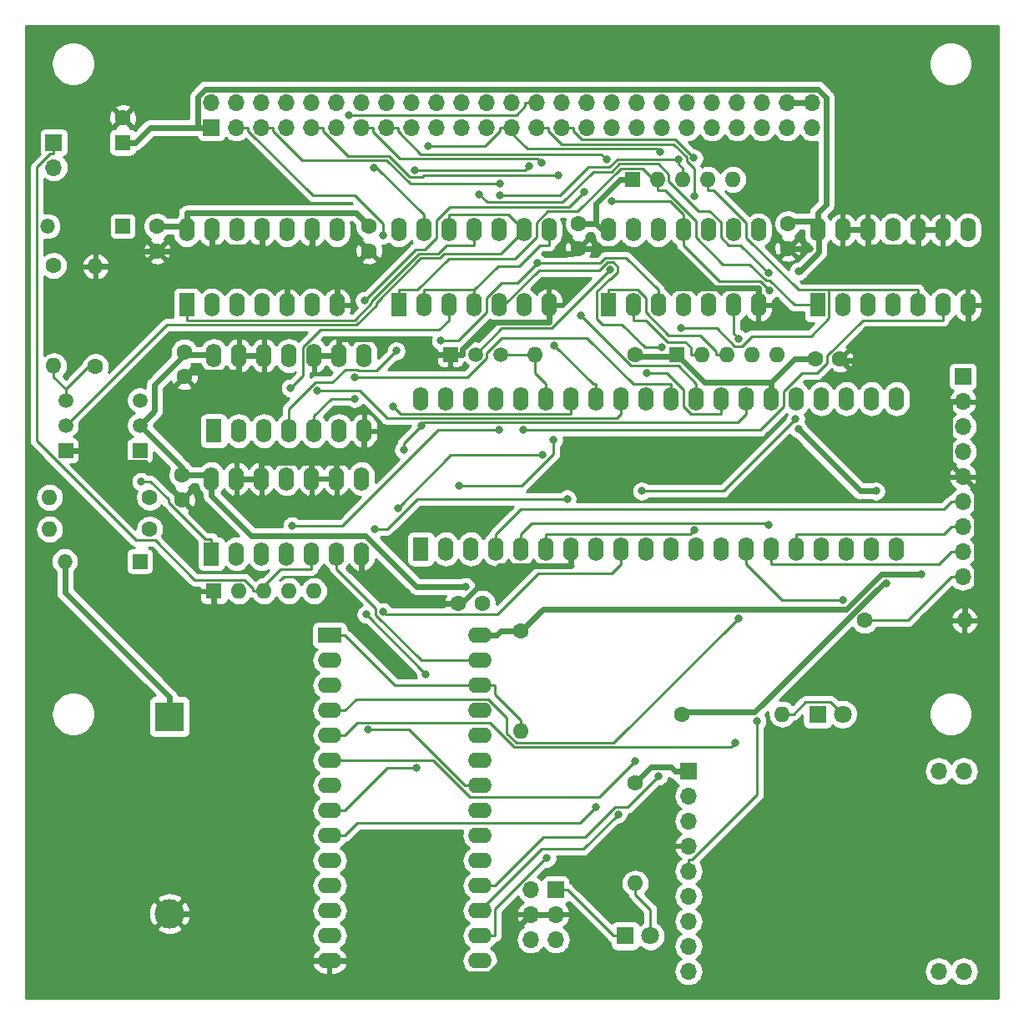
<source format=gtl>
G04 #@! TF.GenerationSoftware,KiCad,Pcbnew,(5.1.4-0-10_14)*
G04 #@! TF.CreationDate,2021-08-29T18:51:37+09:00*
G04 #@! TF.ProjectId,PC8001-SD-8kRAM,50433830-3031-42d5-9344-2d386b52414d,rev?*
G04 #@! TF.SameCoordinates,Original*
G04 #@! TF.FileFunction,Copper,L1,Top*
G04 #@! TF.FilePolarity,Positive*
%FSLAX46Y46*%
G04 Gerber Fmt 4.6, Leading zero omitted, Abs format (unit mm)*
G04 Created by KiCad (PCBNEW (5.1.4-0-10_14)) date 2021-08-29 18:51:37*
%MOMM*%
%LPD*%
G04 APERTURE LIST*
%ADD10O,1.700000X1.700000*%
%ADD11R,1.700000X1.700000*%
%ADD12O,1.600000X2.400000*%
%ADD13R,1.600000X2.400000*%
%ADD14O,1.600000X1.600000*%
%ADD15R,1.600000X1.600000*%
%ADD16C,1.600000*%
%ADD17O,2.400000X1.600000*%
%ADD18R,2.400000X1.600000*%
%ADD19R,1.500000X1.500000*%
%ADD20C,1.500000*%
%ADD21C,1.800000*%
%ADD22R,1.800000X1.800000*%
%ADD23O,1.500000X1.500000*%
%ADD24R,3.000000X3.000000*%
%ADD25C,3.000000*%
%ADD26C,0.800000*%
%ADD27C,0.600000*%
%ADD28C,0.250000*%
%ADD29C,0.254000*%
G04 APERTURE END LIST*
D10*
X194300000Y-136280000D03*
X196840000Y-136280000D03*
X194300000Y-156600000D03*
X196840000Y-156600000D03*
X168900000Y-156600000D03*
X168900000Y-154060000D03*
X168900000Y-151520000D03*
X168900000Y-148980000D03*
X168900000Y-146440000D03*
X168900000Y-143900000D03*
X168900000Y-141360000D03*
X168900000Y-138820000D03*
D11*
X168900000Y-136280000D03*
D12*
X120500000Y-106630000D03*
X135740000Y-114250000D03*
X123040000Y-106630000D03*
X133200000Y-114250000D03*
X125580000Y-106630000D03*
X130660000Y-114250000D03*
X128120000Y-106630000D03*
X128120000Y-114250000D03*
X130660000Y-106630000D03*
X125580000Y-114250000D03*
X133200000Y-106630000D03*
X123040000Y-114250000D03*
X135740000Y-106630000D03*
D13*
X120500000Y-114250000D03*
D14*
X130910000Y-118000000D03*
X128370000Y-118000000D03*
X125830000Y-118000000D03*
X123290000Y-118000000D03*
D15*
X120750000Y-118000000D03*
D10*
X104500000Y-75040000D03*
D11*
X104500000Y-72500000D03*
D16*
X117500000Y-106250000D03*
X117500000Y-108750000D03*
D17*
X147740000Y-122500000D03*
X132500000Y-155520000D03*
X147740000Y-125040000D03*
X132500000Y-152980000D03*
X147740000Y-127580000D03*
X132500000Y-150440000D03*
X147740000Y-130120000D03*
X132500000Y-147900000D03*
X147740000Y-132660000D03*
X132500000Y-145360000D03*
X147740000Y-135200000D03*
X132500000Y-142820000D03*
X147740000Y-137740000D03*
X132500000Y-140280000D03*
X147740000Y-140280000D03*
X132500000Y-137740000D03*
X147740000Y-142820000D03*
X132500000Y-135200000D03*
X147740000Y-145360000D03*
X132500000Y-132660000D03*
X147740000Y-147900000D03*
X132500000Y-130120000D03*
X147740000Y-150440000D03*
X132500000Y-127580000D03*
X147740000Y-152980000D03*
X132500000Y-125040000D03*
X147740000Y-155520000D03*
D18*
X132500000Y-122500000D03*
D12*
X120750000Y-94130000D03*
X135990000Y-101750000D03*
X123290000Y-94130000D03*
X133450000Y-101750000D03*
X125830000Y-94130000D03*
X130910000Y-101750000D03*
X128370000Y-94130000D03*
X128370000Y-101750000D03*
X130910000Y-94130000D03*
X125830000Y-101750000D03*
X133450000Y-94130000D03*
X123290000Y-101750000D03*
X135990000Y-94130000D03*
D13*
X120750000Y-101750000D03*
D19*
X144750000Y-94000000D03*
D20*
X149830000Y-94000000D03*
X147290000Y-94000000D03*
D19*
X113250000Y-103750000D03*
D20*
X113250000Y-98670000D03*
X113250000Y-101210000D03*
D19*
X105750000Y-103750000D03*
D20*
X105750000Y-98670000D03*
X105750000Y-101210000D03*
D12*
X141750000Y-98510000D03*
X190010000Y-113750000D03*
X144290000Y-98510000D03*
X187470000Y-113750000D03*
X146830000Y-98510000D03*
X184930000Y-113750000D03*
X149370000Y-98510000D03*
X182390000Y-113750000D03*
X151910000Y-98510000D03*
X179850000Y-113750000D03*
X154450000Y-98510000D03*
X177310000Y-113750000D03*
X156990000Y-98510000D03*
X174770000Y-113750000D03*
X159530000Y-98510000D03*
X172230000Y-113750000D03*
X162070000Y-98510000D03*
X169690000Y-113750000D03*
X164610000Y-98510000D03*
X167150000Y-113750000D03*
X167150000Y-98510000D03*
X164610000Y-113750000D03*
X169690000Y-98510000D03*
X162070000Y-113750000D03*
X172230000Y-98510000D03*
X159530000Y-113750000D03*
X174770000Y-98510000D03*
X156990000Y-113750000D03*
X177310000Y-98510000D03*
X154450000Y-113750000D03*
X179850000Y-98510000D03*
X151910000Y-113750000D03*
X182390000Y-98510000D03*
X149370000Y-113750000D03*
X184930000Y-98510000D03*
X146830000Y-113750000D03*
X187470000Y-98510000D03*
X144290000Y-113750000D03*
X190010000Y-98510000D03*
D13*
X141750000Y-113750000D03*
D12*
X160750000Y-81380000D03*
X175990000Y-89000000D03*
X163290000Y-81380000D03*
X173450000Y-89000000D03*
X165830000Y-81380000D03*
X170910000Y-89000000D03*
X168370000Y-81380000D03*
X168370000Y-89000000D03*
X170910000Y-81380000D03*
X165830000Y-89000000D03*
X173450000Y-81380000D03*
X163290000Y-89000000D03*
X175990000Y-81380000D03*
D13*
X160750000Y-89000000D03*
D12*
X139500000Y-81380000D03*
X154740000Y-89000000D03*
X142040000Y-81380000D03*
X152200000Y-89000000D03*
X144580000Y-81380000D03*
X149660000Y-89000000D03*
X147120000Y-81380000D03*
X147120000Y-89000000D03*
X149660000Y-81380000D03*
X144580000Y-89000000D03*
X152200000Y-81380000D03*
X142040000Y-89000000D03*
X154740000Y-81380000D03*
D13*
X139500000Y-89000000D03*
D12*
X182000000Y-81380000D03*
X197240000Y-89000000D03*
X184540000Y-81380000D03*
X194700000Y-89000000D03*
X187080000Y-81380000D03*
X192160000Y-89000000D03*
X189620000Y-81380000D03*
X189620000Y-89000000D03*
X192160000Y-81380000D03*
X187080000Y-89000000D03*
X194700000Y-81380000D03*
X184540000Y-89000000D03*
X197240000Y-81380000D03*
D13*
X182000000Y-89000000D03*
D12*
X118000000Y-81380000D03*
X133240000Y-89000000D03*
X120540000Y-81380000D03*
X130700000Y-89000000D03*
X123080000Y-81380000D03*
X128160000Y-89000000D03*
X125620000Y-81380000D03*
X125620000Y-89000000D03*
X128160000Y-81380000D03*
X123080000Y-89000000D03*
X130700000Y-81380000D03*
X120540000Y-89000000D03*
X133240000Y-81380000D03*
D13*
X118000000Y-89000000D03*
D10*
X155440000Y-153380000D03*
X152900000Y-153380000D03*
X155440000Y-150840000D03*
X152900000Y-150840000D03*
D11*
X155440000Y-148300000D03*
D10*
X152900000Y-148300000D03*
D14*
X173410000Y-76250000D03*
X170870000Y-76250000D03*
X168330000Y-76250000D03*
X165790000Y-76250000D03*
D15*
X163250000Y-76250000D03*
D14*
X177910000Y-94000000D03*
X175370000Y-94000000D03*
X172830000Y-94000000D03*
X170290000Y-94000000D03*
D15*
X167750000Y-94000000D03*
D14*
X151900000Y-132260000D03*
D16*
X151900000Y-122100000D03*
D14*
X153340000Y-94000000D03*
D16*
X163500000Y-94000000D03*
D14*
X163500000Y-147660000D03*
D16*
X163500000Y-137500000D03*
D14*
X196910000Y-121000000D03*
D16*
X186750000Y-121000000D03*
D14*
X104090000Y-111750000D03*
D16*
X114250000Y-111750000D03*
D14*
X104090000Y-108500000D03*
D16*
X114250000Y-108500000D03*
D14*
X108750000Y-85090000D03*
D16*
X108750000Y-95250000D03*
D14*
X104500000Y-95160000D03*
D16*
X104500000Y-85000000D03*
D14*
X178410000Y-130500000D03*
D16*
X168250000Y-130500000D03*
D10*
X196750000Y-116570000D03*
X196750000Y-114030000D03*
X196750000Y-111490000D03*
X196750000Y-108950000D03*
X196750000Y-106410000D03*
X196750000Y-103870000D03*
X196750000Y-101330000D03*
X196750000Y-98790000D03*
D11*
X196750000Y-96250000D03*
D10*
X181460000Y-68460000D03*
X181460000Y-71000000D03*
X178920000Y-68460000D03*
X178920000Y-71000000D03*
X176380000Y-68460000D03*
X176380000Y-71000000D03*
X173840000Y-68460000D03*
X173840000Y-71000000D03*
X171300000Y-68460000D03*
X171300000Y-71000000D03*
X168760000Y-68460000D03*
X168760000Y-71000000D03*
X166220000Y-68460000D03*
X166220000Y-71000000D03*
X163680000Y-68460000D03*
X163680000Y-71000000D03*
X161140000Y-68460000D03*
X161140000Y-71000000D03*
X158600000Y-68460000D03*
X158600000Y-71000000D03*
X156060000Y-68460000D03*
X156060000Y-71000000D03*
X153520000Y-68460000D03*
X153520000Y-71000000D03*
X150980000Y-68460000D03*
X150980000Y-71000000D03*
X148440000Y-68460000D03*
X148440000Y-71000000D03*
X145900000Y-68460000D03*
X145900000Y-71000000D03*
X143360000Y-68460000D03*
X143360000Y-71000000D03*
X140820000Y-68460000D03*
X140820000Y-71000000D03*
X138280000Y-68460000D03*
X138280000Y-71000000D03*
X135740000Y-68460000D03*
X135740000Y-71000000D03*
X133200000Y-68460000D03*
X133200000Y-71000000D03*
X130660000Y-68460000D03*
X130660000Y-71000000D03*
X128120000Y-68460000D03*
X128120000Y-71000000D03*
X125580000Y-68460000D03*
X125580000Y-71000000D03*
X123040000Y-68460000D03*
X123040000Y-71000000D03*
X120500000Y-68460000D03*
D11*
X120500000Y-71000000D03*
D21*
X165040000Y-153000000D03*
D22*
X162500000Y-153000000D03*
D23*
X105630000Y-115000000D03*
D19*
X113250000Y-115000000D03*
D23*
X103880000Y-81000000D03*
D19*
X111500000Y-81000000D03*
D21*
X184540000Y-130500000D03*
D22*
X182000000Y-130500000D03*
D16*
X148000000Y-119250000D03*
X145500000Y-119250000D03*
X181750000Y-94500000D03*
X184250000Y-94500000D03*
X157750000Y-80750000D03*
X157750000Y-83250000D03*
X179000000Y-80750000D03*
X179000000Y-83250000D03*
X117750000Y-93750000D03*
X117750000Y-96250000D03*
X136500000Y-81000000D03*
X136500000Y-83500000D03*
X115000000Y-81000000D03*
X115000000Y-83500000D03*
X111500000Y-70000000D03*
D15*
X111500000Y-72500000D03*
D24*
X116250000Y-130750000D03*
D25*
X116250000Y-150750000D03*
D26*
X155419200Y-83831600D03*
X181207400Y-83250000D03*
X188998800Y-117204300D03*
X187932400Y-107874500D03*
X180049700Y-101605100D03*
X180099200Y-85553400D03*
X146283000Y-117577200D03*
X192509800Y-116304000D03*
X167888900Y-74256500D03*
X149803800Y-77834500D03*
X166210700Y-93303000D03*
X168169800Y-91338300D03*
X160969400Y-85391100D03*
X137091500Y-111730300D03*
X156591600Y-108656500D03*
X135025600Y-98485400D03*
X136034300Y-88528100D03*
X158347600Y-77515900D03*
X173946900Y-120759200D03*
X177134000Y-87511800D03*
X161081400Y-78501200D03*
X139253100Y-93656700D03*
X141147300Y-75294400D03*
X152769500Y-74870800D03*
X169458800Y-74088400D03*
X173644600Y-133406300D03*
X174019500Y-92438800D03*
X134470000Y-69730000D03*
X169495400Y-77940300D03*
X163489100Y-135235600D03*
X145660000Y-107338400D03*
X155220300Y-102657200D03*
X166000100Y-73485000D03*
X142468700Y-72912500D03*
X141347400Y-135957600D03*
X143756800Y-92605500D03*
X153564500Y-84766200D03*
X164158700Y-107874500D03*
X179787200Y-100518800D03*
X177048500Y-85777600D03*
X147693600Y-77753000D03*
X159530000Y-139933800D03*
X137912800Y-120136700D03*
X140005100Y-103714100D03*
X141796100Y-101213600D03*
X164712800Y-95877400D03*
X160601300Y-74222800D03*
X165887500Y-136778300D03*
X161761300Y-140663400D03*
X157945900Y-90053700D03*
X154048600Y-74594300D03*
X135041100Y-96335700D03*
X154539500Y-145117700D03*
X155698000Y-75824400D03*
X131237600Y-97701400D03*
X155312100Y-93065300D03*
X149770200Y-76710100D03*
X139452500Y-109576400D03*
X154079800Y-104218400D03*
X137893400Y-81917400D03*
X138942200Y-99287600D03*
X175867100Y-131195700D03*
X184550800Y-118914500D03*
X152119800Y-101676200D03*
X177071500Y-111274600D03*
X136200500Y-120390300D03*
X142245100Y-126434900D03*
X136371500Y-132091200D03*
X169460500Y-111847000D03*
X113351400Y-106922700D03*
X128688300Y-111402400D03*
X149679200Y-101676300D03*
X128520000Y-97418100D03*
X137010000Y-75042600D03*
D27*
X116250000Y-130750000D02*
X116250000Y-128749700D01*
X116250000Y-128749700D02*
X105630000Y-118129700D01*
X105630000Y-118129700D02*
X105630000Y-115000000D01*
X196910000Y-121000000D02*
X196910000Y-119699700D01*
X196750000Y-106410000D02*
X198110900Y-107770900D01*
X198110900Y-107770900D02*
X198110900Y-118498800D01*
X198110900Y-118498800D02*
X196910000Y-119699700D01*
X195399700Y-98790000D02*
X195399700Y-105059700D01*
X195399700Y-105059700D02*
X196750000Y-106410000D01*
X193287900Y-94652400D02*
X193287900Y-96678200D01*
X193287900Y-96678200D02*
X195399700Y-98790000D01*
X196750000Y-98790000D02*
X195399700Y-98790000D01*
X193287900Y-94652400D02*
X184402400Y-94652400D01*
X184402400Y-94652400D02*
X184250000Y-94500000D01*
X197240000Y-90700300D02*
X193287900Y-94652400D01*
X108750000Y-85090000D02*
X110050300Y-85090000D01*
X115000000Y-83500000D02*
X111640300Y-83500000D01*
X111640300Y-83500000D02*
X110050300Y-85090000D01*
X120540000Y-83080300D02*
X120120300Y-83500000D01*
X120120300Y-83500000D02*
X115000000Y-83500000D01*
X133809900Y-86190100D02*
X130700000Y-83080300D01*
X133240000Y-87299700D02*
X133809900Y-86729800D01*
X133809900Y-86729800D02*
X133809900Y-86190200D01*
X133809900Y-86190200D02*
X133809900Y-86190100D01*
X136500000Y-83500000D02*
X133809900Y-86190100D01*
X130700000Y-81380000D02*
X130700000Y-83080300D01*
X128160000Y-85390100D02*
X130469800Y-83080300D01*
X130469800Y-83080300D02*
X130700000Y-83080300D01*
X128160000Y-85390100D02*
X125850200Y-83080300D01*
X125850200Y-83080300D02*
X125620000Y-83080300D01*
X128160000Y-89000000D02*
X128160000Y-85390100D01*
X133240000Y-89000000D02*
X133240000Y-87299700D01*
X105750000Y-103750000D02*
X107000300Y-103750000D01*
X117500000Y-108750000D02*
X113750300Y-105000300D01*
X113750300Y-105000300D02*
X108250600Y-105000300D01*
X108250600Y-105000300D02*
X107000300Y-103750000D01*
X175990000Y-89000000D02*
X175990000Y-87299700D01*
X175990000Y-87299700D02*
X166966100Y-87299700D01*
X166966100Y-87299700D02*
X162916400Y-83250000D01*
X162916400Y-83250000D02*
X157750000Y-83250000D01*
X155419200Y-83831600D02*
X157168400Y-83831600D01*
X157168400Y-83831600D02*
X157750000Y-83250000D01*
X133450000Y-92429700D02*
X141929400Y-92429700D01*
X141929400Y-92429700D02*
X143499700Y-94000000D01*
X123290000Y-94130000D02*
X123290000Y-95830300D01*
X123290000Y-95830300D02*
X118169700Y-95830300D01*
X118169700Y-95830300D02*
X117750000Y-96250000D01*
X125830000Y-94130000D02*
X123290000Y-94130000D01*
X120540000Y-82880200D02*
X120540000Y-83080300D01*
X120540000Y-81380000D02*
X120540000Y-82880200D01*
X125620000Y-83080300D02*
X120540000Y-83080300D01*
X145500000Y-119250000D02*
X145902700Y-119250000D01*
X145902700Y-119250000D02*
X149702400Y-115450300D01*
X149702400Y-115450300D02*
X156990000Y-115450300D01*
X133200000Y-104929700D02*
X130660000Y-104929700D01*
X133200000Y-105129800D02*
X133200000Y-104929700D01*
X133200000Y-106630000D02*
X133200000Y-105129800D01*
X125580000Y-106630000D02*
X125580000Y-104929700D01*
X125580000Y-104929700D02*
X130660000Y-104929700D01*
X123040000Y-106630000D02*
X125580000Y-106630000D01*
X130660000Y-106630000D02*
X130660000Y-104929700D01*
X125620000Y-81380000D02*
X125620000Y-83080300D01*
X135990000Y-101750000D02*
X135990000Y-103450300D01*
X133200000Y-104929700D02*
X134510600Y-104929700D01*
X134510600Y-104929700D02*
X135990000Y-103450300D01*
X135740000Y-114250000D02*
X135740000Y-115950300D01*
X135740000Y-115950300D02*
X139039700Y-119250000D01*
X139039700Y-119250000D02*
X145500000Y-119250000D01*
X120750000Y-150750000D02*
X126029700Y-150750000D01*
X126029700Y-150750000D02*
X130799700Y-155520000D01*
X116250000Y-150750000D02*
X120750000Y-150750000D01*
X120750000Y-150750000D02*
X120750000Y-118000000D01*
X197240000Y-89000000D02*
X197240000Y-90700300D01*
X179000000Y-83250000D02*
X181207400Y-83250000D01*
X156990000Y-113750000D02*
X156990000Y-115450300D01*
X152900000Y-150840000D02*
X154089700Y-150840000D01*
X134200300Y-155520000D02*
X135502500Y-156822200D01*
X135502500Y-156822200D02*
X148707800Y-156822200D01*
X148707800Y-156822200D02*
X149890700Y-155639300D01*
X149890700Y-155639300D02*
X149890700Y-153849300D01*
X149890700Y-153849300D02*
X152900000Y-150840000D01*
X155440000Y-150840000D02*
X154089700Y-150840000D01*
X133450000Y-94130000D02*
X133450000Y-92429700D01*
X144750000Y-94000000D02*
X143499700Y-94000000D01*
X144973200Y-94000000D02*
X144750000Y-94000000D01*
X144973200Y-94000000D02*
X146000300Y-94000000D01*
X133450000Y-94130000D02*
X130910000Y-94130000D01*
X132500000Y-155520000D02*
X130799700Y-155520000D01*
X187080000Y-81380000D02*
X187080000Y-83080300D01*
X187080000Y-83080300D02*
X192160000Y-83080300D01*
X187080000Y-81380000D02*
X184540000Y-81380000D01*
X192160000Y-81380000D02*
X192160000Y-83080300D01*
X194700000Y-81380000D02*
X192160000Y-81380000D01*
X132500000Y-155520000D02*
X134200300Y-155520000D01*
X154740000Y-89000000D02*
X154740000Y-90700300D01*
X146000300Y-94000000D02*
X146000300Y-93452900D01*
X146000300Y-93452900D02*
X148752900Y-90700300D01*
X148752900Y-90700300D02*
X154740000Y-90700300D01*
X178920000Y-68460000D02*
X181460000Y-68460000D01*
X188998800Y-117204300D02*
X188706700Y-117204300D01*
X188706700Y-117204300D02*
X175630400Y-130280600D01*
X175630400Y-130280600D02*
X168469400Y-130280600D01*
X168469400Y-130280600D02*
X168250000Y-130500000D01*
X180049700Y-101605100D02*
X186319100Y-107874500D01*
X186319100Y-107874500D02*
X187932400Y-107874500D01*
X163500000Y-94000000D02*
X163703300Y-94203300D01*
X163703300Y-94203300D02*
X167546700Y-94203300D01*
X167546700Y-94203300D02*
X167750000Y-94000000D01*
X177310000Y-96809700D02*
X170559700Y-96809700D01*
X170559700Y-96809700D02*
X167750000Y-94000000D01*
X159480700Y-80750000D02*
X159480700Y-78719000D01*
X159480700Y-78719000D02*
X161949700Y-76250000D01*
X160750000Y-81380000D02*
X160110700Y-81380000D01*
X160110700Y-81380000D02*
X159480700Y-80750000D01*
X159480700Y-80750000D02*
X157750000Y-80750000D01*
X163250000Y-76250000D02*
X161949700Y-76250000D01*
X182000000Y-79679700D02*
X182852100Y-78827600D01*
X182852100Y-78827600D02*
X182852100Y-67936900D01*
X182852100Y-67936900D02*
X181994100Y-67078900D01*
X181994100Y-67078900D02*
X119926400Y-67078900D01*
X119926400Y-67078900D02*
X119149600Y-67855700D01*
X119149600Y-67855700D02*
X119149600Y-71000000D01*
X182000000Y-80529800D02*
X179220200Y-80529800D01*
X179220200Y-80529800D02*
X179000000Y-80750000D01*
X182000000Y-80529800D02*
X182000000Y-79679700D01*
X182000000Y-81380000D02*
X182000000Y-80529800D01*
X111500000Y-72500000D02*
X112800300Y-72500000D01*
X119149600Y-71000000D02*
X114300300Y-71000000D01*
X114300300Y-71000000D02*
X112800300Y-72500000D01*
X119349800Y-71000000D02*
X119149600Y-71000000D01*
X120500000Y-71000000D02*
X119349800Y-71000000D01*
X168900000Y-136280000D02*
X167549700Y-136280000D01*
X167549700Y-136280000D02*
X167147700Y-135878000D01*
X167147700Y-135878000D02*
X165122000Y-135878000D01*
X165122000Y-135878000D02*
X163500000Y-137500000D01*
X180099200Y-85553400D02*
X180214800Y-85553400D01*
X180214800Y-85553400D02*
X182107700Y-83660500D01*
X182107700Y-83660500D02*
X182107700Y-81487700D01*
X182107700Y-81487700D02*
X182000000Y-81380000D01*
X177310000Y-96809700D02*
X179619700Y-94500000D01*
X179619700Y-94500000D02*
X181750000Y-94500000D01*
X177310000Y-98510000D02*
X177310000Y-96809700D01*
X151900000Y-122100000D02*
X154175400Y-119824600D01*
X154175400Y-119824600D02*
X184923800Y-119824600D01*
X184923800Y-119824600D02*
X188444400Y-116304000D01*
X188444400Y-116304000D02*
X192509800Y-116304000D01*
X118000000Y-81380000D02*
X118000000Y-79679700D01*
X118000000Y-79679700D02*
X135179700Y-79679700D01*
X135179700Y-79679700D02*
X136500000Y-81000000D01*
X115000000Y-81000000D02*
X117620000Y-81000000D01*
X117620000Y-81000000D02*
X118000000Y-81380000D01*
X120500000Y-106630000D02*
X120500000Y-108330300D01*
X120500000Y-108330300D02*
X124580000Y-112410300D01*
X124580000Y-112410300D02*
X136139400Y-112410300D01*
X136139400Y-112410300D02*
X141306300Y-117577200D01*
X141306300Y-117577200D02*
X146283000Y-117577200D01*
X117500000Y-106250000D02*
X120120000Y-106250000D01*
X120120000Y-106250000D02*
X120500000Y-106630000D01*
X117500000Y-106250000D02*
X117500000Y-105460000D01*
X117500000Y-105460000D02*
X113250000Y-101210000D01*
X117750000Y-94056700D02*
X120676700Y-94056700D01*
X120676700Y-94056700D02*
X120750000Y-94130000D01*
X117750000Y-93750000D02*
X117750000Y-94056700D01*
X113250000Y-101210000D02*
X114741400Y-99718600D01*
X114741400Y-99718600D02*
X114741400Y-97065300D01*
X114741400Y-97065300D02*
X117750000Y-94056700D01*
X149440300Y-122500000D02*
X149840300Y-122100000D01*
X149840300Y-122100000D02*
X151900000Y-122100000D01*
X147740000Y-122500000D02*
X149440300Y-122500000D01*
D28*
X178410000Y-130500000D02*
X179535300Y-130500000D01*
X184540000Y-130500000D02*
X183314600Y-129274600D01*
X183314600Y-129274600D02*
X180760700Y-129274600D01*
X180760700Y-129274600D02*
X179535300Y-130500000D01*
X163500000Y-147660000D02*
X163500000Y-148785300D01*
X165040000Y-153000000D02*
X165040000Y-150325300D01*
X165040000Y-150325300D02*
X163500000Y-148785300D01*
X155440000Y-148300000D02*
X156615300Y-148300000D01*
X162500000Y-153000000D02*
X161274700Y-153000000D01*
X161274700Y-153000000D02*
X156615300Y-148340600D01*
X156615300Y-148340600D02*
X156615300Y-148300000D01*
X168330000Y-75124700D02*
X167888900Y-74683600D01*
X167888900Y-74683600D02*
X167888900Y-74256500D01*
X149803800Y-77834500D02*
X155887700Y-77834500D01*
X155887700Y-77834500D02*
X158714400Y-75007800D01*
X158714400Y-75007800D02*
X160907500Y-75007800D01*
X160907500Y-75007800D02*
X161697200Y-74218100D01*
X161697200Y-74218100D02*
X167850500Y-74218100D01*
X167850500Y-74218100D02*
X167888900Y-74256500D01*
X168330000Y-76250000D02*
X168330000Y-75124700D01*
X166210700Y-93303000D02*
X164477500Y-93303000D01*
X164477500Y-93303000D02*
X162144200Y-90969700D01*
X162144200Y-90969700D02*
X160216100Y-90969700D01*
X160216100Y-90969700D02*
X159624700Y-90378300D01*
X159624700Y-90378300D02*
X159624700Y-87645800D01*
X159624700Y-87645800D02*
X160919000Y-86351500D01*
X160919000Y-86351500D02*
X161047800Y-86351500D01*
X161047800Y-86351500D02*
X161719500Y-85679800D01*
X161719500Y-85679800D02*
X161719500Y-85115400D01*
X161719500Y-85115400D02*
X161269900Y-84665800D01*
X161269900Y-84665800D02*
X160669000Y-84665800D01*
X160669000Y-84665800D02*
X159843400Y-85491400D01*
X159843400Y-85491400D02*
X159843400Y-85491500D01*
X159843400Y-85491500D02*
X153716800Y-85491500D01*
X153716800Y-85491500D02*
X150208300Y-89000000D01*
X150208300Y-89000000D02*
X149660000Y-89000000D01*
X183148400Y-87474700D02*
X180074000Y-87474700D01*
X180074000Y-87474700D02*
X174780100Y-82180800D01*
X174780100Y-82180800D02*
X174780100Y-80670000D01*
X174780100Y-80670000D02*
X171485400Y-77375300D01*
X171485400Y-77375300D02*
X170870000Y-77375300D01*
X192160000Y-87474700D02*
X183148400Y-87474700D01*
X183148400Y-87474700D02*
X183148400Y-90340500D01*
X183148400Y-90340500D02*
X181324900Y-92164000D01*
X181324900Y-92164000D02*
X175333200Y-92164000D01*
X175333200Y-92164000D02*
X174329300Y-93167900D01*
X174329300Y-93167900D02*
X173589500Y-93167900D01*
X173589500Y-93167900D02*
X171759900Y-91338300D01*
X171759900Y-91338300D02*
X168169800Y-91338300D01*
X192160000Y-89000000D02*
X192160000Y-87474700D01*
X170870000Y-76250000D02*
X170870000Y-77375300D01*
X160969400Y-85391100D02*
X155034800Y-91325700D01*
X155034800Y-91325700D02*
X149964300Y-91325700D01*
X149964300Y-91325700D02*
X147290000Y-94000000D01*
X139500000Y-87474700D02*
X141403100Y-87474700D01*
X141403100Y-87474700D02*
X144570800Y-84307000D01*
X144570800Y-84307000D02*
X151264600Y-84307000D01*
X151264600Y-84307000D02*
X153470000Y-82101600D01*
X153470000Y-82101600D02*
X153470000Y-80628200D01*
X153470000Y-80628200D02*
X154594600Y-79503600D01*
X154594600Y-79503600D02*
X157685500Y-79503600D01*
X157685500Y-79503600D02*
X162064500Y-75124600D01*
X162064500Y-75124600D02*
X164214600Y-75124600D01*
X164214600Y-75124600D02*
X165790000Y-76700000D01*
X165790000Y-77375300D02*
X166528500Y-77375300D01*
X166528500Y-77375300D02*
X169640000Y-80486800D01*
X169640000Y-80486800D02*
X169640000Y-82136900D01*
X169640000Y-82136900D02*
X172388600Y-84885500D01*
X172388600Y-84885500D02*
X175130800Y-84885500D01*
X175130800Y-84885500D02*
X175130800Y-84885600D01*
X175130800Y-84885600D02*
X176748100Y-86502900D01*
X176748100Y-86502900D02*
X177151000Y-86502900D01*
X177151000Y-86502900D02*
X179648100Y-89000000D01*
X179648100Y-89000000D02*
X182000000Y-89000000D01*
X139500000Y-89000000D02*
X139500000Y-87474700D01*
X165790000Y-76700000D02*
X165790000Y-77375300D01*
X165790000Y-76250000D02*
X165790000Y-76700000D01*
X137091500Y-111730300D02*
X138324400Y-111730300D01*
X138324400Y-111730300D02*
X141398200Y-108656500D01*
X141398200Y-108656500D02*
X156591600Y-108656500D01*
X130910000Y-100224700D02*
X132649300Y-98485400D01*
X132649300Y-98485400D02*
X135025600Y-98485400D01*
X136034300Y-88528100D02*
X141206800Y-83355600D01*
X141206800Y-83355600D02*
X142142600Y-83355600D01*
X142142600Y-83355600D02*
X143310000Y-82188200D01*
X143310000Y-82188200D02*
X143310000Y-80445600D01*
X143310000Y-80445600D02*
X144734700Y-79020900D01*
X144734700Y-79020900D02*
X156842600Y-79020900D01*
X156842600Y-79020900D02*
X158347600Y-77515900D01*
X130910000Y-101750000D02*
X130910000Y-100224700D01*
X168370000Y-82905300D02*
X172057200Y-86592500D01*
X172057200Y-86592500D02*
X176200800Y-86592500D01*
X176200800Y-86592500D02*
X177120100Y-87511800D01*
X177120100Y-87511800D02*
X177134000Y-87511800D01*
X161081400Y-78501200D02*
X167016500Y-78501200D01*
X167016500Y-78501200D02*
X168370000Y-79854700D01*
X168370000Y-81380000D02*
X168370000Y-82905300D01*
X132500000Y-130120000D02*
X134025300Y-130120000D01*
X173946900Y-120759200D02*
X161299800Y-133406300D01*
X161299800Y-133406300D02*
X151430100Y-133406300D01*
X151430100Y-133406300D02*
X150473100Y-132449300D01*
X150473100Y-132449300D02*
X150473100Y-130834800D01*
X150473100Y-130834800D02*
X148609000Y-128970700D01*
X148609000Y-128970700D02*
X135174600Y-128970700D01*
X135174600Y-128970700D02*
X134025300Y-130120000D01*
X168370000Y-81283600D02*
X168370000Y-81380000D01*
X168370000Y-81283600D02*
X168370000Y-79854700D01*
X152769500Y-74870800D02*
X152345900Y-75294400D01*
X152345900Y-75294400D02*
X141147300Y-75294400D01*
X139253100Y-93656700D02*
X137249400Y-95660400D01*
X137249400Y-95660400D02*
X135391600Y-95660400D01*
X135391600Y-95660400D02*
X135305200Y-95574000D01*
X135305200Y-95574000D02*
X134068800Y-95574000D01*
X134068800Y-95574000D02*
X132790000Y-96852800D01*
X132790000Y-96852800D02*
X131049500Y-96852800D01*
X131049500Y-96852800D02*
X128370000Y-99532300D01*
X128370000Y-99532300D02*
X128370000Y-100224700D01*
X128370000Y-101750000D02*
X128370000Y-100224700D01*
X156060000Y-71000000D02*
X157235300Y-71000000D01*
X157235300Y-71000000D02*
X157235300Y-71367400D01*
X157235300Y-71367400D02*
X158043200Y-72175300D01*
X158043200Y-72175300D02*
X167545700Y-72175300D01*
X167545700Y-72175300D02*
X169458800Y-74088400D01*
X173644600Y-133406300D02*
X173194300Y-133856600D01*
X173194300Y-133856600D02*
X151243500Y-133856600D01*
X151243500Y-133856600D02*
X148752800Y-131365900D01*
X148752800Y-131365900D02*
X135319400Y-131365900D01*
X135319400Y-131365900D02*
X134025300Y-132660000D01*
X173450000Y-89000000D02*
X173450000Y-91869300D01*
X173450000Y-91869300D02*
X174019500Y-92438800D01*
X132500000Y-132660000D02*
X134025300Y-132660000D01*
X153520000Y-68460000D02*
X152344700Y-68460000D01*
X152344700Y-68460000D02*
X152344700Y-68827300D01*
X152344700Y-68827300D02*
X151442000Y-69730000D01*
X151442000Y-69730000D02*
X134470000Y-69730000D01*
X154695300Y-71000000D02*
X154695300Y-71367300D01*
X154695300Y-71367300D02*
X156025000Y-72697000D01*
X156025000Y-72697000D02*
X167416900Y-72697000D01*
X167416900Y-72697000D02*
X168733500Y-74013600D01*
X168733500Y-74013600D02*
X168733500Y-74388800D01*
X168733500Y-74388800D02*
X169495300Y-75150600D01*
X169495300Y-75150600D02*
X169495400Y-75150600D01*
X169495400Y-75150600D02*
X169495400Y-77940300D01*
X163489100Y-135235600D02*
X159812500Y-138912200D01*
X159812500Y-138912200D02*
X146693500Y-138912200D01*
X146693500Y-138912200D02*
X142981300Y-135200000D01*
X142981300Y-135200000D02*
X134025300Y-135200000D01*
X153520000Y-71000000D02*
X154695300Y-71000000D01*
X132500000Y-135200000D02*
X134025300Y-135200000D01*
X155220300Y-102657200D02*
X155220300Y-104115700D01*
X155220300Y-104115700D02*
X151997600Y-107338400D01*
X151997600Y-107338400D02*
X145660000Y-107338400D01*
X150392400Y-71000000D02*
X152539800Y-73147400D01*
X152539800Y-73147400D02*
X165662500Y-73147400D01*
X165662500Y-73147400D02*
X166000100Y-73485000D01*
X149804700Y-71000000D02*
X149804700Y-71367400D01*
X149804700Y-71367400D02*
X148259600Y-72912500D01*
X148259600Y-72912500D02*
X142468700Y-72912500D01*
X150392400Y-71000000D02*
X149804700Y-71000000D01*
X150980000Y-71000000D02*
X150392400Y-71000000D01*
X165830000Y-87474700D02*
X162570800Y-84215500D01*
X162570800Y-84215500D02*
X160482400Y-84215500D01*
X160482400Y-84215500D02*
X159931700Y-84766200D01*
X159931700Y-84766200D02*
X153564500Y-84766200D01*
X165830000Y-89000000D02*
X165830000Y-87474700D01*
X134025300Y-140280000D02*
X138347700Y-135957600D01*
X138347700Y-135957600D02*
X141347400Y-135957600D01*
X153564500Y-84766200D02*
X151590300Y-86740400D01*
X151590300Y-86740400D02*
X149926800Y-86740400D01*
X149926800Y-86740400D02*
X148390000Y-88277200D01*
X148390000Y-88277200D02*
X148390000Y-89744100D01*
X148390000Y-89744100D02*
X145528600Y-92605500D01*
X145528600Y-92605500D02*
X143756800Y-92605500D01*
X132500000Y-140280000D02*
X134025300Y-140280000D01*
X147693600Y-77753000D02*
X148500500Y-78559900D01*
X148500500Y-78559900D02*
X156155600Y-78559900D01*
X156155600Y-78559900D02*
X159257400Y-75458100D01*
X159257400Y-75458100D02*
X161094100Y-75458100D01*
X161094100Y-75458100D02*
X161882800Y-74669400D01*
X161882800Y-74669400D02*
X165826700Y-74669400D01*
X165826700Y-74669400D02*
X166915300Y-75758000D01*
X166915300Y-75758000D02*
X166915300Y-76433800D01*
X166915300Y-76433800D02*
X169938800Y-79457300D01*
X169938800Y-79457300D02*
X171059500Y-79457300D01*
X171059500Y-79457300D02*
X172180000Y-80577800D01*
X172180000Y-80577800D02*
X172180000Y-82106200D01*
X172180000Y-82106200D02*
X172979200Y-82905400D01*
X172979200Y-82905400D02*
X174176300Y-82905400D01*
X174176300Y-82905400D02*
X177048500Y-85777600D01*
X179787200Y-100518800D02*
X172431500Y-107874500D01*
X172431500Y-107874500D02*
X164158700Y-107874500D01*
X134025300Y-142820000D02*
X135295300Y-141550000D01*
X135295300Y-141550000D02*
X157913800Y-141550000D01*
X157913800Y-141550000D02*
X159530000Y-139933800D01*
X132500000Y-142820000D02*
X134025300Y-142820000D01*
X162070000Y-113750000D02*
X162070000Y-115275300D01*
X137912800Y-120136700D02*
X138174600Y-120398500D01*
X138174600Y-120398500D02*
X149479100Y-120398500D01*
X149479100Y-120398500D02*
X153645700Y-116231900D01*
X153645700Y-116231900D02*
X161113400Y-116231900D01*
X161113400Y-116231900D02*
X162070000Y-115275300D01*
X141796100Y-101213600D02*
X140005100Y-103004600D01*
X140005100Y-103004600D02*
X140005100Y-103714100D01*
X174770000Y-100035300D02*
X173868900Y-100936400D01*
X173868900Y-100936400D02*
X142073300Y-100936400D01*
X142073300Y-100936400D02*
X141796100Y-101213600D01*
X174770000Y-98510000D02*
X174770000Y-100035300D01*
X165887500Y-136778300D02*
X162727700Y-139938100D01*
X162727700Y-139938100D02*
X161454100Y-139938100D01*
X161454100Y-139938100D02*
X158417200Y-142975000D01*
X158417200Y-142975000D02*
X154190300Y-142975000D01*
X154190300Y-142975000D02*
X149265300Y-147900000D01*
X139455300Y-71000000D02*
X139455300Y-71367300D01*
X139455300Y-71367300D02*
X141764200Y-73676200D01*
X141764200Y-73676200D02*
X160054700Y-73676200D01*
X160054700Y-73676200D02*
X160601300Y-74222800D01*
X164712800Y-95877400D02*
X166719700Y-95877400D01*
X166719700Y-95877400D02*
X168420000Y-97577700D01*
X168420000Y-97577700D02*
X168420000Y-99310300D01*
X168420000Y-99310300D02*
X169145000Y-100035300D01*
X169145000Y-100035300D02*
X172230000Y-100035300D01*
X138280000Y-71000000D02*
X139455300Y-71000000D01*
X172230000Y-98510000D02*
X172230000Y-100035300D01*
X147740000Y-147900000D02*
X149265300Y-147900000D01*
X161761300Y-140663400D02*
X158247300Y-144177400D01*
X158247300Y-144177400D02*
X154002600Y-144177400D01*
X154002600Y-144177400D02*
X147740000Y-150440000D01*
X169690000Y-96984700D02*
X167857400Y-95152100D01*
X167857400Y-95152100D02*
X163044300Y-95152100D01*
X163044300Y-95152100D02*
X157945900Y-90053700D01*
X135740000Y-71000000D02*
X136915300Y-71000000D01*
X169690000Y-98510000D02*
X169690000Y-96984700D01*
X136915300Y-71000000D02*
X136915300Y-71391000D01*
X136915300Y-71391000D02*
X139651000Y-74126700D01*
X139651000Y-74126700D02*
X153581100Y-74126700D01*
X153581100Y-74126700D02*
X153581100Y-74126800D01*
X153581100Y-74126800D02*
X154048600Y-74594300D01*
X135041100Y-96335700D02*
X146475200Y-96335700D01*
X146475200Y-96335700D02*
X148400700Y-94410200D01*
X148400700Y-94410200D02*
X148400700Y-93857700D01*
X148400700Y-93857700D02*
X149949500Y-92308900D01*
X149949500Y-92308900D02*
X158605200Y-92308900D01*
X158605200Y-92308900D02*
X163281000Y-96984700D01*
X163281000Y-96984700D02*
X167150000Y-96984700D01*
X167150000Y-98510000D02*
X167150000Y-96984700D01*
X147740000Y-152980000D02*
X149265300Y-152980000D01*
X154539500Y-145117700D02*
X154420000Y-145117700D01*
X154420000Y-145117700D02*
X149265300Y-150272400D01*
X149265300Y-150272400D02*
X149265300Y-152980000D01*
X155698000Y-75824400D02*
X142069500Y-75824400D01*
X142069500Y-75824400D02*
X141874100Y-76019800D01*
X141874100Y-76019800D02*
X140634600Y-76019800D01*
X140634600Y-76019800D02*
X138481800Y-73867000D01*
X138481800Y-73867000D02*
X134334900Y-73867000D01*
X134334900Y-73867000D02*
X131835300Y-71367400D01*
X131835300Y-71367400D02*
X131835300Y-71000000D01*
X130660000Y-71000000D02*
X131835300Y-71000000D01*
X162070000Y-100035300D02*
X161619500Y-100485800D01*
X161619500Y-100485800D02*
X138326900Y-100485800D01*
X138326900Y-100485800D02*
X135542500Y-97701400D01*
X135542500Y-97701400D02*
X131237600Y-97701400D01*
X162070000Y-98510000D02*
X162070000Y-100035300D01*
X149770200Y-76710100D02*
X140688000Y-76710100D01*
X140688000Y-76710100D02*
X138295200Y-74317300D01*
X138295200Y-74317300D02*
X129705300Y-74317300D01*
X129705300Y-74317300D02*
X126755300Y-71367300D01*
X126755300Y-71367300D02*
X126755300Y-71000000D01*
X125580000Y-71000000D02*
X126755300Y-71000000D01*
X159530000Y-98510000D02*
X159530000Y-96984700D01*
X155312100Y-93065300D02*
X159231500Y-96984700D01*
X159231500Y-96984700D02*
X159530000Y-96984700D01*
X154079800Y-104218400D02*
X144810500Y-104218400D01*
X144810500Y-104218400D02*
X139452500Y-109576400D01*
X156990000Y-100035300D02*
X139689900Y-100035300D01*
X139689900Y-100035300D02*
X138942200Y-99287600D01*
X137893400Y-81917400D02*
X137893300Y-81917400D01*
X137893300Y-81917400D02*
X137893300Y-80738000D01*
X137893300Y-80738000D02*
X135049300Y-77894000D01*
X135049300Y-77894000D02*
X130799100Y-77894000D01*
X130799100Y-77894000D02*
X124215300Y-71310200D01*
X124215300Y-71310200D02*
X124215300Y-71000000D01*
X123040000Y-71000000D02*
X124215300Y-71000000D01*
X156990000Y-98510000D02*
X156990000Y-100035300D01*
X168900000Y-146440000D02*
X168900000Y-145264700D01*
X175867100Y-131195700D02*
X175867100Y-138664900D01*
X175867100Y-138664900D02*
X169267300Y-145264700D01*
X169267300Y-145264700D02*
X168900000Y-145264700D01*
X196750000Y-116570000D02*
X195574700Y-116570000D01*
X195574700Y-116570000D02*
X191144700Y-121000000D01*
X191144700Y-121000000D02*
X186750000Y-121000000D01*
X174770000Y-115275300D02*
X178409200Y-118914500D01*
X178409200Y-118914500D02*
X184550800Y-118914500D01*
X174770000Y-113750000D02*
X174770000Y-115275300D01*
X195574700Y-114030000D02*
X194329400Y-115275300D01*
X194329400Y-115275300D02*
X177310000Y-115275300D01*
X177310000Y-113750000D02*
X177310000Y-115275300D01*
X196750000Y-114030000D02*
X195574700Y-114030000D01*
X196750000Y-111490000D02*
X195574700Y-111490000D01*
X179850000Y-112224700D02*
X194840000Y-112224700D01*
X194840000Y-112224700D02*
X195574700Y-111490000D01*
X179850000Y-113750000D02*
X179850000Y-112224700D01*
X195574700Y-108950000D02*
X194796100Y-109728600D01*
X194796100Y-109728600D02*
X151866100Y-109728600D01*
X151866100Y-109728600D02*
X149370000Y-112224700D01*
X196750000Y-108950000D02*
X195574700Y-108950000D01*
X149370000Y-113750000D02*
X149370000Y-112224700D01*
X105750000Y-97535300D02*
X105750000Y-98670000D01*
X104500000Y-96285300D02*
X105750000Y-97535300D01*
X108750000Y-95250000D02*
X108035300Y-95250000D01*
X108035300Y-95250000D02*
X105750000Y-97535300D01*
X104500000Y-95160000D02*
X104500000Y-96285300D01*
X152200000Y-81448500D02*
X149846400Y-83802100D01*
X149846400Y-83802100D02*
X149846400Y-83802200D01*
X149846400Y-83802200D02*
X144137100Y-83802200D01*
X144137100Y-83802200D02*
X143683100Y-84256200D01*
X143683100Y-84256200D02*
X141729300Y-84256200D01*
X141729300Y-84256200D02*
X137209900Y-88775600D01*
X137209900Y-88775600D02*
X137209900Y-89015200D01*
X137209900Y-89015200D02*
X135217800Y-91007300D01*
X135217800Y-91007300D02*
X115952700Y-91007300D01*
X115952700Y-91007300D02*
X105750000Y-101210000D01*
X144580000Y-81380000D02*
X144580000Y-79854700D01*
X152200000Y-81448500D02*
X150606200Y-79854700D01*
X150606200Y-79854700D02*
X144580000Y-79854700D01*
X152200000Y-81380000D02*
X152200000Y-81448500D01*
X154450000Y-98510000D02*
X154450000Y-96984700D01*
X153340000Y-94000000D02*
X153340000Y-95874700D01*
X153340000Y-95874700D02*
X154450000Y-96984700D01*
X153340000Y-94000000D02*
X149830000Y-94000000D01*
X134025300Y-122500000D02*
X139105300Y-127580000D01*
X139105300Y-127580000D02*
X147740000Y-127580000D01*
X132500000Y-122500000D02*
X134025300Y-122500000D01*
X147740000Y-127580000D02*
X149265300Y-127580000D01*
X151900000Y-132260000D02*
X151900000Y-131134700D01*
X151900000Y-131134700D02*
X149265300Y-128500000D01*
X149265300Y-128500000D02*
X149265300Y-127580000D01*
X160750000Y-87474700D02*
X163756500Y-87474700D01*
X163756500Y-87474700D02*
X164560000Y-88278200D01*
X164560000Y-88278200D02*
X164560000Y-89728900D01*
X164560000Y-89728900D02*
X166903000Y-92071900D01*
X166903000Y-92071900D02*
X170057900Y-92071900D01*
X170057900Y-92071900D02*
X171704700Y-93718700D01*
X171704700Y-93718700D02*
X171704700Y-94000000D01*
X160750000Y-89000000D02*
X160750000Y-87474700D01*
X172830000Y-94000000D02*
X171704700Y-94000000D01*
X169164700Y-94000000D02*
X169164700Y-93314300D01*
X169164700Y-93314300D02*
X168577900Y-92727500D01*
X168577900Y-92727500D02*
X166794000Y-92727500D01*
X166794000Y-92727500D02*
X164591800Y-90525300D01*
X164591800Y-90525300D02*
X163290000Y-90525300D01*
X163290000Y-89000000D02*
X163290000Y-90525300D01*
X170290000Y-94000000D02*
X169164700Y-94000000D01*
X118000000Y-90525300D02*
X135062900Y-90525300D01*
X135062900Y-90525300D02*
X136759600Y-88828600D01*
X136759600Y-88828600D02*
X136759600Y-88588900D01*
X136759600Y-88588900D02*
X141542600Y-83805900D01*
X141542600Y-83805900D02*
X143496500Y-83805900D01*
X143496500Y-83805900D02*
X144397100Y-82905300D01*
X144397100Y-82905300D02*
X147120000Y-82905300D01*
X147120000Y-81380000D02*
X147120000Y-82905300D01*
X118000000Y-89000000D02*
X118000000Y-90525300D01*
X194700000Y-89000000D02*
X194700000Y-90525300D01*
X152119800Y-101676200D02*
X176152000Y-101676200D01*
X176152000Y-101676200D02*
X178580000Y-99248200D01*
X178580000Y-99248200D02*
X178580000Y-97762700D01*
X178580000Y-97762700D02*
X180403700Y-95939000D01*
X180403700Y-95939000D02*
X181922400Y-95939000D01*
X181922400Y-95939000D02*
X183000000Y-94861400D01*
X183000000Y-94861400D02*
X183000000Y-94106800D01*
X183000000Y-94106800D02*
X186581500Y-90525300D01*
X186581500Y-90525300D02*
X194700000Y-90525300D01*
X151910000Y-113750000D02*
X151910000Y-112224700D01*
X151910000Y-112224700D02*
X153033800Y-111100900D01*
X153033800Y-111100900D02*
X176897800Y-111100900D01*
X176897800Y-111100900D02*
X177071500Y-111274600D01*
X142245100Y-126434900D02*
X136200500Y-120390300D01*
X133200000Y-115775300D02*
X137187500Y-119762800D01*
X137187500Y-119762800D02*
X137187500Y-120437100D01*
X137187500Y-120437100D02*
X141790400Y-125040000D01*
X141790400Y-125040000D02*
X146214700Y-125040000D01*
X133200000Y-114250000D02*
X133200000Y-115775300D01*
X147740000Y-125040000D02*
X146214700Y-125040000D01*
X142040000Y-89000000D02*
X142040000Y-87474700D01*
X142040000Y-87474700D02*
X147120000Y-87474700D01*
X147120000Y-89000000D02*
X147120000Y-87474700D01*
X154740000Y-81380000D02*
X154740000Y-82905300D01*
X154740000Y-82905300D02*
X153843400Y-82905300D01*
X153843400Y-82905300D02*
X151718800Y-85029900D01*
X151718800Y-85029900D02*
X149564800Y-85029900D01*
X149564800Y-85029900D02*
X147120000Y-87474700D01*
X146214700Y-137740000D02*
X140565900Y-132091200D01*
X140565900Y-132091200D02*
X136371500Y-132091200D01*
X147740000Y-137740000D02*
X146214700Y-137740000D01*
X154450000Y-113750000D02*
X154450000Y-112224700D01*
X154450000Y-112224700D02*
X169082800Y-112224700D01*
X169082800Y-112224700D02*
X169460500Y-111847000D01*
X120500000Y-114250000D02*
X120500000Y-112724700D01*
X113351400Y-106922700D02*
X114332600Y-106922700D01*
X114332600Y-106922700D02*
X116125400Y-108715500D01*
X116125400Y-108715500D02*
X116125400Y-109000500D01*
X116125400Y-109000500D02*
X119849600Y-112724700D01*
X119849600Y-112724700D02*
X120500000Y-112724700D01*
X130660000Y-114250000D02*
X130660000Y-115775300D01*
X125267400Y-118000000D02*
X127492100Y-115775300D01*
X127492100Y-115775300D02*
X130660000Y-115775300D01*
X125267400Y-118000000D02*
X124704700Y-118000000D01*
X125830000Y-118000000D02*
X125267400Y-118000000D01*
X104500000Y-72500000D02*
X104500000Y-73675300D01*
X104500000Y-73675300D02*
X104132700Y-73675300D01*
X104132700Y-73675300D02*
X102778200Y-75029800D01*
X102778200Y-75029800D02*
X102778200Y-102790500D01*
X102778200Y-102790500D02*
X112863100Y-112875400D01*
X112863100Y-112875400D02*
X114791500Y-112875400D01*
X114791500Y-112875400D02*
X118790800Y-116874700D01*
X118790800Y-116874700D02*
X123860800Y-116874700D01*
X123860800Y-116874700D02*
X124704700Y-117718600D01*
X124704700Y-117718600D02*
X124704700Y-118000000D01*
X128688300Y-111402400D02*
X133811300Y-111402400D01*
X133811300Y-111402400D02*
X143537400Y-101676300D01*
X143537400Y-101676300D02*
X149679200Y-101676300D01*
X144580000Y-89000000D02*
X144580000Y-90525300D01*
X144580000Y-90525300D02*
X143633600Y-91471700D01*
X143633600Y-91471700D02*
X131576300Y-91471700D01*
X131576300Y-91471700D02*
X129784600Y-93263400D01*
X129784600Y-93263400D02*
X129784600Y-96153500D01*
X129784600Y-96153500D02*
X128520000Y-97418100D01*
X142040000Y-79854700D02*
X137227900Y-75042600D01*
X137227900Y-75042600D02*
X137010000Y-75042600D01*
X142040000Y-81380000D02*
X142040000Y-79854700D01*
D29*
G36*
X200340001Y-159340000D02*
G01*
X101660000Y-159340000D01*
X101660000Y-155869039D01*
X130708096Y-155869039D01*
X130725633Y-155951818D01*
X130836285Y-156211646D01*
X130995500Y-156444895D01*
X131197161Y-156642601D01*
X131433517Y-156797166D01*
X131695486Y-156902650D01*
X131973000Y-156955000D01*
X132373000Y-156955000D01*
X132373000Y-155647000D01*
X132627000Y-155647000D01*
X132627000Y-156955000D01*
X133027000Y-156955000D01*
X133304514Y-156902650D01*
X133566483Y-156797166D01*
X133802839Y-156642601D01*
X134004500Y-156444895D01*
X134163715Y-156211646D01*
X134274367Y-155951818D01*
X134291904Y-155869039D01*
X134169915Y-155647000D01*
X132627000Y-155647000D01*
X132373000Y-155647000D01*
X130830085Y-155647000D01*
X130708096Y-155869039D01*
X101660000Y-155869039D01*
X101660000Y-152241653D01*
X114937952Y-152241653D01*
X115093962Y-152557214D01*
X115468745Y-152748020D01*
X115873551Y-152862044D01*
X116292824Y-152894902D01*
X116710451Y-152845334D01*
X117110383Y-152715243D01*
X117406038Y-152557214D01*
X117562048Y-152241653D01*
X116250000Y-150929605D01*
X114937952Y-152241653D01*
X101660000Y-152241653D01*
X101660000Y-150792824D01*
X114105098Y-150792824D01*
X114154666Y-151210451D01*
X114284757Y-151610383D01*
X114442786Y-151906038D01*
X114758347Y-152062048D01*
X116070395Y-150750000D01*
X116429605Y-150750000D01*
X117741653Y-152062048D01*
X118057214Y-151906038D01*
X118248020Y-151531255D01*
X118362044Y-151126449D01*
X118394902Y-150707176D01*
X118345334Y-150289549D01*
X118215243Y-149889617D01*
X118057214Y-149593962D01*
X117741653Y-149437952D01*
X116429605Y-150750000D01*
X116070395Y-150750000D01*
X114758347Y-149437952D01*
X114442786Y-149593962D01*
X114251980Y-149968745D01*
X114137956Y-150373551D01*
X114105098Y-150792824D01*
X101660000Y-150792824D01*
X101660000Y-149258347D01*
X114937952Y-149258347D01*
X116250000Y-150570395D01*
X117562048Y-149258347D01*
X117406038Y-148942786D01*
X117031255Y-148751980D01*
X116626449Y-148637956D01*
X116207176Y-148605098D01*
X115789549Y-148654666D01*
X115389617Y-148784757D01*
X115093962Y-148942786D01*
X114937952Y-149258347D01*
X101660000Y-149258347D01*
X101660000Y-130279872D01*
X104265000Y-130279872D01*
X104265000Y-130720128D01*
X104350890Y-131151925D01*
X104519369Y-131558669D01*
X104763962Y-131924729D01*
X105075271Y-132236038D01*
X105441331Y-132480631D01*
X105848075Y-132649110D01*
X106279872Y-132735000D01*
X106720128Y-132735000D01*
X107151925Y-132649110D01*
X107558669Y-132480631D01*
X107924729Y-132236038D01*
X108236038Y-131924729D01*
X108480631Y-131558669D01*
X108649110Y-131151925D01*
X108735000Y-130720128D01*
X108735000Y-130279872D01*
X108649110Y-129848075D01*
X108480631Y-129441331D01*
X108236038Y-129075271D01*
X107924729Y-128763962D01*
X107558669Y-128519369D01*
X107151925Y-128350890D01*
X106720128Y-128265000D01*
X106279872Y-128265000D01*
X105848075Y-128350890D01*
X105441331Y-128519369D01*
X105075271Y-128763962D01*
X104763962Y-129075271D01*
X104519369Y-129441331D01*
X104350890Y-129848075D01*
X104265000Y-130279872D01*
X101660000Y-130279872D01*
X101660000Y-115000000D01*
X104238299Y-115000000D01*
X104265040Y-115271507D01*
X104344236Y-115532581D01*
X104472843Y-115773188D01*
X104645919Y-115984081D01*
X104695001Y-116024361D01*
X104695000Y-118083768D01*
X104690476Y-118129700D01*
X104695000Y-118175631D01*
X104708529Y-118312991D01*
X104761993Y-118489239D01*
X104848814Y-118651671D01*
X104965656Y-118794044D01*
X105001341Y-118823330D01*
X114789938Y-128611928D01*
X114750000Y-128611928D01*
X114625518Y-128624188D01*
X114505820Y-128660498D01*
X114395506Y-128719463D01*
X114298815Y-128798815D01*
X114219463Y-128895506D01*
X114160498Y-129005820D01*
X114124188Y-129125518D01*
X114111928Y-129250000D01*
X114111928Y-132250000D01*
X114124188Y-132374482D01*
X114160498Y-132494180D01*
X114219463Y-132604494D01*
X114298815Y-132701185D01*
X114395506Y-132780537D01*
X114505820Y-132839502D01*
X114625518Y-132875812D01*
X114750000Y-132888072D01*
X117750000Y-132888072D01*
X117874482Y-132875812D01*
X117994180Y-132839502D01*
X118104494Y-132780537D01*
X118201185Y-132701185D01*
X118280537Y-132604494D01*
X118339502Y-132494180D01*
X118375812Y-132374482D01*
X118388072Y-132250000D01*
X118388072Y-129250000D01*
X118375812Y-129125518D01*
X118339502Y-129005820D01*
X118280537Y-128895506D01*
X118201185Y-128798815D01*
X118104494Y-128719463D01*
X117994180Y-128660498D01*
X117874482Y-128624188D01*
X117750000Y-128611928D01*
X117175955Y-128611928D01*
X117171471Y-128566407D01*
X117123085Y-128406901D01*
X117118007Y-128390160D01*
X117031186Y-128227728D01*
X116914344Y-128085356D01*
X116878665Y-128056075D01*
X107622590Y-118800000D01*
X119311928Y-118800000D01*
X119324188Y-118924482D01*
X119360498Y-119044180D01*
X119419463Y-119154494D01*
X119498815Y-119251185D01*
X119595506Y-119330537D01*
X119705820Y-119389502D01*
X119825518Y-119425812D01*
X119950000Y-119438072D01*
X120464250Y-119435000D01*
X120623000Y-119276250D01*
X120623000Y-118127000D01*
X119473750Y-118127000D01*
X119315000Y-118285750D01*
X119311928Y-118800000D01*
X107622590Y-118800000D01*
X106565000Y-117742411D01*
X106565000Y-116024361D01*
X106614081Y-115984081D01*
X106787157Y-115773188D01*
X106915764Y-115532581D01*
X106994960Y-115271507D01*
X107021701Y-115000000D01*
X106994960Y-114728493D01*
X106915764Y-114467419D01*
X106787157Y-114226812D01*
X106614081Y-114015919D01*
X106403188Y-113842843D01*
X106162581Y-113714236D01*
X105901507Y-113635040D01*
X105698037Y-113615000D01*
X105561963Y-113615000D01*
X105358493Y-113635040D01*
X105097419Y-113714236D01*
X104856812Y-113842843D01*
X104645919Y-114015919D01*
X104472843Y-114226812D01*
X104344236Y-114467419D01*
X104265040Y-114728493D01*
X104238299Y-115000000D01*
X101660000Y-115000000D01*
X101660000Y-111750000D01*
X102648057Y-111750000D01*
X102675764Y-112031309D01*
X102757818Y-112301808D01*
X102891068Y-112551101D01*
X103070392Y-112769608D01*
X103288899Y-112948932D01*
X103538192Y-113082182D01*
X103808691Y-113164236D01*
X104019508Y-113185000D01*
X104160492Y-113185000D01*
X104371309Y-113164236D01*
X104641808Y-113082182D01*
X104891101Y-112948932D01*
X105109608Y-112769608D01*
X105288932Y-112551101D01*
X105422182Y-112301808D01*
X105504236Y-112031309D01*
X105531943Y-111750000D01*
X105504236Y-111468691D01*
X105422182Y-111198192D01*
X105288932Y-110948899D01*
X105109608Y-110730392D01*
X104891101Y-110551068D01*
X104641808Y-110417818D01*
X104371309Y-110335764D01*
X104160492Y-110315000D01*
X104019508Y-110315000D01*
X103808691Y-110335764D01*
X103538192Y-110417818D01*
X103288899Y-110551068D01*
X103070392Y-110730392D01*
X102891068Y-110948899D01*
X102757818Y-111198192D01*
X102675764Y-111468691D01*
X102648057Y-111750000D01*
X101660000Y-111750000D01*
X101660000Y-108500000D01*
X102648057Y-108500000D01*
X102675764Y-108781309D01*
X102757818Y-109051808D01*
X102891068Y-109301101D01*
X103070392Y-109519608D01*
X103288899Y-109698932D01*
X103538192Y-109832182D01*
X103808691Y-109914236D01*
X104019508Y-109935000D01*
X104160492Y-109935000D01*
X104371309Y-109914236D01*
X104641808Y-109832182D01*
X104891101Y-109698932D01*
X105109608Y-109519608D01*
X105288932Y-109301101D01*
X105422182Y-109051808D01*
X105504236Y-108781309D01*
X105531943Y-108500000D01*
X105504236Y-108218691D01*
X105422182Y-107948192D01*
X105288932Y-107698899D01*
X105109608Y-107480392D01*
X104891101Y-107301068D01*
X104641808Y-107167818D01*
X104371309Y-107085764D01*
X104160492Y-107065000D01*
X104019508Y-107065000D01*
X103808691Y-107085764D01*
X103538192Y-107167818D01*
X103288899Y-107301068D01*
X103070392Y-107480392D01*
X102891068Y-107698899D01*
X102757818Y-107948192D01*
X102675764Y-108218691D01*
X102648057Y-108500000D01*
X101660000Y-108500000D01*
X101660000Y-75029800D01*
X102014524Y-75029800D01*
X102018200Y-75067122D01*
X102018201Y-102753167D01*
X102014524Y-102790500D01*
X102018201Y-102827833D01*
X102029198Y-102939486D01*
X102042380Y-102982942D01*
X102072654Y-103082746D01*
X102143226Y-103214776D01*
X102210580Y-103296846D01*
X102238200Y-103330501D01*
X102267198Y-103354299D01*
X112299300Y-113386402D01*
X112323099Y-113415401D01*
X112438824Y-113510374D01*
X112570853Y-113580946D01*
X112672989Y-113611928D01*
X112500000Y-113611928D01*
X112375518Y-113624188D01*
X112255820Y-113660498D01*
X112145506Y-113719463D01*
X112048815Y-113798815D01*
X111969463Y-113895506D01*
X111910498Y-114005820D01*
X111874188Y-114125518D01*
X111861928Y-114250000D01*
X111861928Y-115750000D01*
X111874188Y-115874482D01*
X111910498Y-115994180D01*
X111969463Y-116104494D01*
X112048815Y-116201185D01*
X112145506Y-116280537D01*
X112255820Y-116339502D01*
X112375518Y-116375812D01*
X112500000Y-116388072D01*
X114000000Y-116388072D01*
X114124482Y-116375812D01*
X114244180Y-116339502D01*
X114354494Y-116280537D01*
X114451185Y-116201185D01*
X114530537Y-116104494D01*
X114589502Y-115994180D01*
X114625812Y-115874482D01*
X114638072Y-115750000D01*
X114638072Y-114250000D01*
X114625812Y-114125518D01*
X114589502Y-114005820D01*
X114530537Y-113895506D01*
X114451185Y-113798815D01*
X114354494Y-113719463D01*
X114244180Y-113660498D01*
X114161443Y-113635400D01*
X114476699Y-113635400D01*
X118227000Y-117385702D01*
X118250799Y-117414701D01*
X118366524Y-117509674D01*
X118498553Y-117580246D01*
X118641814Y-117623703D01*
X118753467Y-117634700D01*
X118753476Y-117634700D01*
X118790799Y-117638376D01*
X118828122Y-117634700D01*
X119314525Y-117634700D01*
X119315000Y-117714250D01*
X119473750Y-117873000D01*
X120623000Y-117873000D01*
X120623000Y-117853000D01*
X120877000Y-117853000D01*
X120877000Y-117873000D01*
X120897000Y-117873000D01*
X120897000Y-118127000D01*
X120877000Y-118127000D01*
X120877000Y-119276250D01*
X121035750Y-119435000D01*
X121550000Y-119438072D01*
X121674482Y-119425812D01*
X121794180Y-119389502D01*
X121904494Y-119330537D01*
X122001185Y-119251185D01*
X122080537Y-119154494D01*
X122139502Y-119044180D01*
X122175812Y-118924482D01*
X122177581Y-118906518D01*
X122270392Y-119019608D01*
X122488899Y-119198932D01*
X122738192Y-119332182D01*
X123008691Y-119414236D01*
X123219508Y-119435000D01*
X123360492Y-119435000D01*
X123571309Y-119414236D01*
X123841808Y-119332182D01*
X124091101Y-119198932D01*
X124309608Y-119019608D01*
X124488932Y-118801101D01*
X124522211Y-118738840D01*
X124555714Y-118749003D01*
X124605861Y-118753942D01*
X124631068Y-118801101D01*
X124810392Y-119019608D01*
X125028899Y-119198932D01*
X125278192Y-119332182D01*
X125548691Y-119414236D01*
X125759508Y-119435000D01*
X125900492Y-119435000D01*
X126111309Y-119414236D01*
X126381808Y-119332182D01*
X126631101Y-119198932D01*
X126849608Y-119019608D01*
X127028932Y-118801101D01*
X127100000Y-118668142D01*
X127171068Y-118801101D01*
X127350392Y-119019608D01*
X127568899Y-119198932D01*
X127818192Y-119332182D01*
X128088691Y-119414236D01*
X128299508Y-119435000D01*
X128440492Y-119435000D01*
X128651309Y-119414236D01*
X128921808Y-119332182D01*
X129171101Y-119198932D01*
X129389608Y-119019608D01*
X129568932Y-118801101D01*
X129640000Y-118668142D01*
X129711068Y-118801101D01*
X129890392Y-119019608D01*
X130108899Y-119198932D01*
X130358192Y-119332182D01*
X130628691Y-119414236D01*
X130839508Y-119435000D01*
X130980492Y-119435000D01*
X131191309Y-119414236D01*
X131461808Y-119332182D01*
X131711101Y-119198932D01*
X131929608Y-119019608D01*
X132108932Y-118801101D01*
X132242182Y-118551808D01*
X132324236Y-118281309D01*
X132351943Y-118000000D01*
X132324236Y-117718691D01*
X132242182Y-117448192D01*
X132108932Y-117198899D01*
X131929608Y-116980392D01*
X131711101Y-116801068D01*
X131461808Y-116667818D01*
X131191309Y-116585764D01*
X130980492Y-116565000D01*
X130839508Y-116565000D01*
X130628691Y-116585764D01*
X130358192Y-116667818D01*
X130108899Y-116801068D01*
X129890392Y-116980392D01*
X129711068Y-117198899D01*
X129640000Y-117331858D01*
X129568932Y-117198899D01*
X129389608Y-116980392D01*
X129171101Y-116801068D01*
X128921808Y-116667818D01*
X128651309Y-116585764D01*
X128440492Y-116565000D01*
X128299508Y-116565000D01*
X128088691Y-116585764D01*
X127818192Y-116667818D01*
X127568899Y-116801068D01*
X127414064Y-116928138D01*
X127806902Y-116535300D01*
X130622667Y-116535300D01*
X130660000Y-116538977D01*
X130808986Y-116524303D01*
X130952247Y-116480846D01*
X131084276Y-116410274D01*
X131200001Y-116315301D01*
X131294974Y-116199576D01*
X131365546Y-116067547D01*
X131409003Y-115924286D01*
X131413942Y-115874139D01*
X131461101Y-115848932D01*
X131679608Y-115669608D01*
X131858932Y-115451101D01*
X131930000Y-115318142D01*
X132001068Y-115451101D01*
X132180393Y-115669608D01*
X132398900Y-115848932D01*
X132446059Y-115874139D01*
X132450998Y-115924286D01*
X132455660Y-115939654D01*
X132494454Y-116067546D01*
X132565026Y-116199576D01*
X132636201Y-116286302D01*
X132660000Y-116315301D01*
X132688998Y-116339099D01*
X135789970Y-119440071D01*
X135710244Y-119473095D01*
X135540726Y-119586363D01*
X135396563Y-119730526D01*
X135283295Y-119900044D01*
X135205274Y-120088402D01*
X135165500Y-120288361D01*
X135165500Y-120492239D01*
X135205274Y-120692198D01*
X135283295Y-120880556D01*
X135396563Y-121050074D01*
X135540726Y-121194237D01*
X135710244Y-121307505D01*
X135898602Y-121385526D01*
X136098561Y-121425300D01*
X136160699Y-121425300D01*
X141210100Y-126474702D01*
X141210100Y-126536839D01*
X141249874Y-126736798D01*
X141284338Y-126820000D01*
X139420102Y-126820000D01*
X134589104Y-121989003D01*
X134565301Y-121959999D01*
X134449576Y-121865026D01*
X134338072Y-121805425D01*
X134338072Y-121700000D01*
X134325812Y-121575518D01*
X134289502Y-121455820D01*
X134230537Y-121345506D01*
X134151185Y-121248815D01*
X134054494Y-121169463D01*
X133944180Y-121110498D01*
X133824482Y-121074188D01*
X133700000Y-121061928D01*
X131300000Y-121061928D01*
X131175518Y-121074188D01*
X131055820Y-121110498D01*
X130945506Y-121169463D01*
X130848815Y-121248815D01*
X130769463Y-121345506D01*
X130710498Y-121455820D01*
X130674188Y-121575518D01*
X130661928Y-121700000D01*
X130661928Y-123300000D01*
X130674188Y-123424482D01*
X130710498Y-123544180D01*
X130769463Y-123654494D01*
X130848815Y-123751185D01*
X130945506Y-123830537D01*
X131055820Y-123889502D01*
X131175518Y-123925812D01*
X131193482Y-123927581D01*
X131080392Y-124020392D01*
X130901068Y-124238899D01*
X130767818Y-124488192D01*
X130685764Y-124758691D01*
X130658057Y-125040000D01*
X130685764Y-125321309D01*
X130767818Y-125591808D01*
X130901068Y-125841101D01*
X131080392Y-126059608D01*
X131298899Y-126238932D01*
X131431858Y-126310000D01*
X131298899Y-126381068D01*
X131080392Y-126560392D01*
X130901068Y-126778899D01*
X130767818Y-127028192D01*
X130685764Y-127298691D01*
X130658057Y-127580000D01*
X130685764Y-127861309D01*
X130767818Y-128131808D01*
X130901068Y-128381101D01*
X131080392Y-128599608D01*
X131298899Y-128778932D01*
X131431858Y-128850000D01*
X131298899Y-128921068D01*
X131080392Y-129100392D01*
X130901068Y-129318899D01*
X130767818Y-129568192D01*
X130685764Y-129838691D01*
X130658057Y-130120000D01*
X130685764Y-130401309D01*
X130767818Y-130671808D01*
X130901068Y-130921101D01*
X131080392Y-131139608D01*
X131298899Y-131318932D01*
X131431858Y-131390000D01*
X131298899Y-131461068D01*
X131080392Y-131640392D01*
X130901068Y-131858899D01*
X130767818Y-132108192D01*
X130685764Y-132378691D01*
X130658057Y-132660000D01*
X130685764Y-132941309D01*
X130767818Y-133211808D01*
X130901068Y-133461101D01*
X131080392Y-133679608D01*
X131298899Y-133858932D01*
X131431858Y-133930000D01*
X131298899Y-134001068D01*
X131080392Y-134180392D01*
X130901068Y-134398899D01*
X130767818Y-134648192D01*
X130685764Y-134918691D01*
X130658057Y-135200000D01*
X130685764Y-135481309D01*
X130767818Y-135751808D01*
X130901068Y-136001101D01*
X131080392Y-136219608D01*
X131298899Y-136398932D01*
X131431858Y-136470000D01*
X131298899Y-136541068D01*
X131080392Y-136720392D01*
X130901068Y-136938899D01*
X130767818Y-137188192D01*
X130685764Y-137458691D01*
X130658057Y-137740000D01*
X130685764Y-138021309D01*
X130767818Y-138291808D01*
X130901068Y-138541101D01*
X131080392Y-138759608D01*
X131298899Y-138938932D01*
X131431858Y-139010000D01*
X131298899Y-139081068D01*
X131080392Y-139260392D01*
X130901068Y-139478899D01*
X130767818Y-139728192D01*
X130685764Y-139998691D01*
X130658057Y-140280000D01*
X130685764Y-140561309D01*
X130767818Y-140831808D01*
X130901068Y-141081101D01*
X131080392Y-141299608D01*
X131298899Y-141478932D01*
X131431858Y-141550000D01*
X131298899Y-141621068D01*
X131080392Y-141800392D01*
X130901068Y-142018899D01*
X130767818Y-142268192D01*
X130685764Y-142538691D01*
X130658057Y-142820000D01*
X130685764Y-143101309D01*
X130767818Y-143371808D01*
X130901068Y-143621101D01*
X131080392Y-143839608D01*
X131298899Y-144018932D01*
X131431858Y-144090000D01*
X131298899Y-144161068D01*
X131080392Y-144340392D01*
X130901068Y-144558899D01*
X130767818Y-144808192D01*
X130685764Y-145078691D01*
X130658057Y-145360000D01*
X130685764Y-145641309D01*
X130767818Y-145911808D01*
X130901068Y-146161101D01*
X131080392Y-146379608D01*
X131298899Y-146558932D01*
X131431858Y-146630000D01*
X131298899Y-146701068D01*
X131080392Y-146880392D01*
X130901068Y-147098899D01*
X130767818Y-147348192D01*
X130685764Y-147618691D01*
X130658057Y-147900000D01*
X130685764Y-148181309D01*
X130767818Y-148451808D01*
X130901068Y-148701101D01*
X131080392Y-148919608D01*
X131298899Y-149098932D01*
X131431858Y-149170000D01*
X131298899Y-149241068D01*
X131080392Y-149420392D01*
X130901068Y-149638899D01*
X130767818Y-149888192D01*
X130685764Y-150158691D01*
X130658057Y-150440000D01*
X130685764Y-150721309D01*
X130767818Y-150991808D01*
X130901068Y-151241101D01*
X131080392Y-151459608D01*
X131298899Y-151638932D01*
X131431858Y-151710000D01*
X131298899Y-151781068D01*
X131080392Y-151960392D01*
X130901068Y-152178899D01*
X130767818Y-152428192D01*
X130685764Y-152698691D01*
X130658057Y-152980000D01*
X130685764Y-153261309D01*
X130767818Y-153531808D01*
X130901068Y-153781101D01*
X131080392Y-153999608D01*
X131298899Y-154178932D01*
X131426741Y-154247265D01*
X131197161Y-154397399D01*
X130995500Y-154595105D01*
X130836285Y-154828354D01*
X130725633Y-155088182D01*
X130708096Y-155170961D01*
X130830085Y-155393000D01*
X132373000Y-155393000D01*
X132373000Y-155373000D01*
X132627000Y-155373000D01*
X132627000Y-155393000D01*
X134169915Y-155393000D01*
X134291904Y-155170961D01*
X134274367Y-155088182D01*
X134163715Y-154828354D01*
X134004500Y-154595105D01*
X133802839Y-154397399D01*
X133573259Y-154247265D01*
X133701101Y-154178932D01*
X133919608Y-153999608D01*
X134098932Y-153781101D01*
X134232182Y-153531808D01*
X134314236Y-153261309D01*
X134341943Y-152980000D01*
X134314236Y-152698691D01*
X134232182Y-152428192D01*
X134098932Y-152178899D01*
X133919608Y-151960392D01*
X133701101Y-151781068D01*
X133568142Y-151710000D01*
X133701101Y-151638932D01*
X133919608Y-151459608D01*
X134098932Y-151241101D01*
X134232182Y-150991808D01*
X134314236Y-150721309D01*
X134341943Y-150440000D01*
X134314236Y-150158691D01*
X134232182Y-149888192D01*
X134098932Y-149638899D01*
X133919608Y-149420392D01*
X133701101Y-149241068D01*
X133568142Y-149170000D01*
X133701101Y-149098932D01*
X133919608Y-148919608D01*
X134098932Y-148701101D01*
X134232182Y-148451808D01*
X134314236Y-148181309D01*
X134341943Y-147900000D01*
X134314236Y-147618691D01*
X134232182Y-147348192D01*
X134098932Y-147098899D01*
X133919608Y-146880392D01*
X133701101Y-146701068D01*
X133568142Y-146630000D01*
X133701101Y-146558932D01*
X133919608Y-146379608D01*
X134098932Y-146161101D01*
X134232182Y-145911808D01*
X134314236Y-145641309D01*
X134341943Y-145360000D01*
X134314236Y-145078691D01*
X134232182Y-144808192D01*
X134098932Y-144558899D01*
X133919608Y-144340392D01*
X133701101Y-144161068D01*
X133568142Y-144090000D01*
X133701101Y-144018932D01*
X133919608Y-143839608D01*
X134098932Y-143621101D01*
X134124139Y-143573942D01*
X134174286Y-143569003D01*
X134317547Y-143525546D01*
X134449576Y-143454974D01*
X134565301Y-143360001D01*
X134589104Y-143330997D01*
X135610102Y-142310000D01*
X145995136Y-142310000D01*
X145925764Y-142538691D01*
X145898057Y-142820000D01*
X145925764Y-143101309D01*
X146007818Y-143371808D01*
X146141068Y-143621101D01*
X146320392Y-143839608D01*
X146538899Y-144018932D01*
X146671858Y-144090000D01*
X146538899Y-144161068D01*
X146320392Y-144340392D01*
X146141068Y-144558899D01*
X146007818Y-144808192D01*
X145925764Y-145078691D01*
X145898057Y-145360000D01*
X145925764Y-145641309D01*
X146007818Y-145911808D01*
X146141068Y-146161101D01*
X146320392Y-146379608D01*
X146538899Y-146558932D01*
X146671858Y-146630000D01*
X146538899Y-146701068D01*
X146320392Y-146880392D01*
X146141068Y-147098899D01*
X146007818Y-147348192D01*
X145925764Y-147618691D01*
X145898057Y-147900000D01*
X145925764Y-148181309D01*
X146007818Y-148451808D01*
X146141068Y-148701101D01*
X146320392Y-148919608D01*
X146538899Y-149098932D01*
X146671858Y-149170000D01*
X146538899Y-149241068D01*
X146320392Y-149420392D01*
X146141068Y-149638899D01*
X146007818Y-149888192D01*
X145925764Y-150158691D01*
X145898057Y-150440000D01*
X145925764Y-150721309D01*
X146007818Y-150991808D01*
X146141068Y-151241101D01*
X146320392Y-151459608D01*
X146538899Y-151638932D01*
X146671858Y-151710000D01*
X146538899Y-151781068D01*
X146320392Y-151960392D01*
X146141068Y-152178899D01*
X146007818Y-152428192D01*
X145925764Y-152698691D01*
X145898057Y-152980000D01*
X145925764Y-153261309D01*
X146007818Y-153531808D01*
X146141068Y-153781101D01*
X146320392Y-153999608D01*
X146538899Y-154178932D01*
X146671858Y-154250000D01*
X146538899Y-154321068D01*
X146320392Y-154500392D01*
X146141068Y-154718899D01*
X146007818Y-154968192D01*
X145925764Y-155238691D01*
X145898057Y-155520000D01*
X145925764Y-155801309D01*
X146007818Y-156071808D01*
X146141068Y-156321101D01*
X146320392Y-156539608D01*
X146538899Y-156718932D01*
X146788192Y-156852182D01*
X147058691Y-156934236D01*
X147269508Y-156955000D01*
X148210492Y-156955000D01*
X148421309Y-156934236D01*
X148691808Y-156852182D01*
X148941101Y-156718932D01*
X149159608Y-156539608D01*
X149338932Y-156321101D01*
X149472182Y-156071808D01*
X149554236Y-155801309D01*
X149581943Y-155520000D01*
X149554236Y-155238691D01*
X149472182Y-154968192D01*
X149338932Y-154718899D01*
X149159608Y-154500392D01*
X148941101Y-154321068D01*
X148808142Y-154250000D01*
X148941101Y-154178932D01*
X149159608Y-153999608D01*
X149338932Y-153781101D01*
X149364139Y-153733942D01*
X149414286Y-153729003D01*
X149557547Y-153685546D01*
X149689576Y-153614974D01*
X149805301Y-153520001D01*
X149900274Y-153404276D01*
X149913249Y-153380000D01*
X151407815Y-153380000D01*
X151436487Y-153671111D01*
X151521401Y-153951034D01*
X151659294Y-154209014D01*
X151844866Y-154435134D01*
X152070986Y-154620706D01*
X152328966Y-154758599D01*
X152608889Y-154843513D01*
X152827050Y-154865000D01*
X152972950Y-154865000D01*
X153191111Y-154843513D01*
X153471034Y-154758599D01*
X153729014Y-154620706D01*
X153955134Y-154435134D01*
X154140706Y-154209014D01*
X154170000Y-154154209D01*
X154199294Y-154209014D01*
X154384866Y-154435134D01*
X154610986Y-154620706D01*
X154868966Y-154758599D01*
X155148889Y-154843513D01*
X155367050Y-154865000D01*
X155512950Y-154865000D01*
X155731111Y-154843513D01*
X156011034Y-154758599D01*
X156269014Y-154620706D01*
X156495134Y-154435134D01*
X156680706Y-154209014D01*
X156818599Y-153951034D01*
X156903513Y-153671111D01*
X156932185Y-153380000D01*
X156903513Y-153088889D01*
X156818599Y-152808966D01*
X156680706Y-152550986D01*
X156495134Y-152324866D01*
X156269014Y-152139294D01*
X156204477Y-152104799D01*
X156321355Y-152035178D01*
X156537588Y-151840269D01*
X156711641Y-151606920D01*
X156836825Y-151344099D01*
X156881476Y-151196890D01*
X156760155Y-150967000D01*
X155567000Y-150967000D01*
X155567000Y-150987000D01*
X155313000Y-150987000D01*
X155313000Y-150967000D01*
X153027000Y-150967000D01*
X153027000Y-150987000D01*
X152773000Y-150987000D01*
X152773000Y-150967000D01*
X151579845Y-150967000D01*
X151458524Y-151196890D01*
X151503175Y-151344099D01*
X151628359Y-151606920D01*
X151802412Y-151840269D01*
X152018645Y-152035178D01*
X152135523Y-152104799D01*
X152070986Y-152139294D01*
X151844866Y-152324866D01*
X151659294Y-152550986D01*
X151521401Y-152808966D01*
X151436487Y-153088889D01*
X151407815Y-153380000D01*
X149913249Y-153380000D01*
X149970846Y-153272247D01*
X150014303Y-153128986D01*
X150025300Y-153017333D01*
X150028977Y-152980000D01*
X150025300Y-152942667D01*
X150025300Y-150587201D01*
X151598056Y-149014445D01*
X151659294Y-149129014D01*
X151844866Y-149355134D01*
X152070986Y-149540706D01*
X152135523Y-149575201D01*
X152018645Y-149644822D01*
X151802412Y-149839731D01*
X151628359Y-150073080D01*
X151503175Y-150335901D01*
X151458524Y-150483110D01*
X151579845Y-150713000D01*
X152773000Y-150713000D01*
X152773000Y-150693000D01*
X153027000Y-150693000D01*
X153027000Y-150713000D01*
X155313000Y-150713000D01*
X155313000Y-150693000D01*
X155567000Y-150693000D01*
X155567000Y-150713000D01*
X156760155Y-150713000D01*
X156881476Y-150483110D01*
X156836825Y-150335901D01*
X156711641Y-150073080D01*
X156537588Y-149839731D01*
X156453534Y-149763966D01*
X156534180Y-149739502D01*
X156644494Y-149680537D01*
X156741185Y-149601185D01*
X156768185Y-149568286D01*
X160710901Y-153511003D01*
X160734699Y-153540001D01*
X160850424Y-153634974D01*
X160961928Y-153694575D01*
X160961928Y-153900000D01*
X160974188Y-154024482D01*
X161010498Y-154144180D01*
X161069463Y-154254494D01*
X161148815Y-154351185D01*
X161245506Y-154430537D01*
X161355820Y-154489502D01*
X161475518Y-154525812D01*
X161600000Y-154538072D01*
X163400000Y-154538072D01*
X163524482Y-154525812D01*
X163644180Y-154489502D01*
X163754494Y-154430537D01*
X163851185Y-154351185D01*
X163930537Y-154254494D01*
X163989502Y-154144180D01*
X163995056Y-154125873D01*
X164061495Y-154192312D01*
X164312905Y-154360299D01*
X164592257Y-154476011D01*
X164888816Y-154535000D01*
X165191184Y-154535000D01*
X165487743Y-154476011D01*
X165767095Y-154360299D01*
X166018505Y-154192312D01*
X166232312Y-153978505D01*
X166400299Y-153727095D01*
X166516011Y-153447743D01*
X166575000Y-153151184D01*
X166575000Y-152848816D01*
X166516011Y-152552257D01*
X166400299Y-152272905D01*
X166232312Y-152021495D01*
X166018505Y-151807688D01*
X165800000Y-151661687D01*
X165800000Y-150362623D01*
X165803676Y-150325300D01*
X165800000Y-150287977D01*
X165800000Y-150287967D01*
X165789003Y-150176314D01*
X165745546Y-150033053D01*
X165736283Y-150015724D01*
X165674974Y-149901023D01*
X165603799Y-149814297D01*
X165580001Y-149785299D01*
X165551003Y-149761501D01*
X164491872Y-148702371D01*
X164519608Y-148679608D01*
X164698932Y-148461101D01*
X164832182Y-148211808D01*
X164914236Y-147941309D01*
X164941943Y-147660000D01*
X164914236Y-147378691D01*
X164832182Y-147108192D01*
X164698932Y-146858899D01*
X164519608Y-146640392D01*
X164301101Y-146461068D01*
X164051808Y-146327818D01*
X163781309Y-146245764D01*
X163570492Y-146225000D01*
X163429508Y-146225000D01*
X163218691Y-146245764D01*
X162948192Y-146327818D01*
X162698899Y-146461068D01*
X162480392Y-146640392D01*
X162301068Y-146858899D01*
X162167818Y-147108192D01*
X162085764Y-147378691D01*
X162058057Y-147660000D01*
X162085764Y-147941309D01*
X162167818Y-148211808D01*
X162301068Y-148461101D01*
X162480392Y-148679608D01*
X162698899Y-148858932D01*
X162746059Y-148884140D01*
X162750998Y-148934286D01*
X162763522Y-148975574D01*
X162794454Y-149077546D01*
X162865026Y-149209576D01*
X162905052Y-149258347D01*
X162960000Y-149325301D01*
X162988998Y-149349099D01*
X164280001Y-150640103D01*
X164280001Y-151661687D01*
X164061495Y-151807688D01*
X163995056Y-151874127D01*
X163989502Y-151855820D01*
X163930537Y-151745506D01*
X163851185Y-151648815D01*
X163754494Y-151569463D01*
X163644180Y-151510498D01*
X163524482Y-151474188D01*
X163400000Y-151461928D01*
X161600000Y-151461928D01*
X161475518Y-151474188D01*
X161355820Y-151510498D01*
X161245506Y-151569463D01*
X161148815Y-151648815D01*
X161080977Y-151731476D01*
X157279038Y-147929537D01*
X157250274Y-147875724D01*
X157155301Y-147759999D01*
X157039576Y-147665026D01*
X156928072Y-147605425D01*
X156928072Y-147450000D01*
X156915812Y-147325518D01*
X156879502Y-147205820D01*
X156820537Y-147095506D01*
X156741185Y-146998815D01*
X156644494Y-146919463D01*
X156534180Y-146860498D01*
X156414482Y-146824188D01*
X156290000Y-146811928D01*
X154590000Y-146811928D01*
X154465518Y-146824188D01*
X154345820Y-146860498D01*
X154235506Y-146919463D01*
X154138815Y-146998815D01*
X154059463Y-147095506D01*
X154000498Y-147205820D01*
X153979607Y-147274687D01*
X153955134Y-147244866D01*
X153729014Y-147059294D01*
X153614446Y-146998056D01*
X154459802Y-146152700D01*
X154641439Y-146152700D01*
X154841398Y-146112926D01*
X155029756Y-146034905D01*
X155199274Y-145921637D01*
X155343437Y-145777474D01*
X155456705Y-145607956D01*
X155534726Y-145419598D01*
X155574500Y-145219639D01*
X155574500Y-145015761D01*
X155558913Y-144937400D01*
X158209978Y-144937400D01*
X158247300Y-144941076D01*
X158284622Y-144937400D01*
X158284633Y-144937400D01*
X158396286Y-144926403D01*
X158539547Y-144882946D01*
X158671576Y-144812374D01*
X158787301Y-144717401D01*
X158811104Y-144688397D01*
X161801103Y-141698400D01*
X161863239Y-141698400D01*
X162063198Y-141658626D01*
X162251556Y-141580605D01*
X162421074Y-141467337D01*
X162565237Y-141323174D01*
X162678505Y-141153656D01*
X162756526Y-140965298D01*
X162796300Y-140765339D01*
X162796300Y-140695020D01*
X162876686Y-140687103D01*
X163019947Y-140643646D01*
X163151976Y-140573074D01*
X163267701Y-140478101D01*
X163291504Y-140449097D01*
X165927302Y-137813300D01*
X165989439Y-137813300D01*
X166189398Y-137773526D01*
X166377756Y-137695505D01*
X166547274Y-137582237D01*
X166691437Y-137438074D01*
X166804705Y-137268556D01*
X166882726Y-137080198D01*
X166906326Y-136961553D01*
X167027728Y-137061186D01*
X167190160Y-137148007D01*
X167366408Y-137201471D01*
X167419482Y-137206698D01*
X167424188Y-137254482D01*
X167460498Y-137374180D01*
X167519463Y-137484494D01*
X167598815Y-137581185D01*
X167695506Y-137660537D01*
X167805820Y-137719502D01*
X167874687Y-137740393D01*
X167844866Y-137764866D01*
X167659294Y-137990986D01*
X167521401Y-138248966D01*
X167436487Y-138528889D01*
X167407815Y-138820000D01*
X167436487Y-139111111D01*
X167521401Y-139391034D01*
X167659294Y-139649014D01*
X167844866Y-139875134D01*
X168070986Y-140060706D01*
X168125791Y-140090000D01*
X168070986Y-140119294D01*
X167844866Y-140304866D01*
X167659294Y-140530986D01*
X167521401Y-140788966D01*
X167436487Y-141068889D01*
X167407815Y-141360000D01*
X167436487Y-141651111D01*
X167521401Y-141931034D01*
X167659294Y-142189014D01*
X167844866Y-142415134D01*
X168070986Y-142600706D01*
X168135523Y-142635201D01*
X168018645Y-142704822D01*
X167802412Y-142899731D01*
X167628359Y-143133080D01*
X167503175Y-143395901D01*
X167458524Y-143543110D01*
X167579845Y-143773000D01*
X168773000Y-143773000D01*
X168773000Y-143753000D01*
X169027000Y-143753000D01*
X169027000Y-143773000D01*
X169047000Y-143773000D01*
X169047000Y-144027000D01*
X169027000Y-144027000D01*
X169027000Y-144047000D01*
X168773000Y-144047000D01*
X168773000Y-144027000D01*
X167579845Y-144027000D01*
X167458524Y-144256890D01*
X167503175Y-144404099D01*
X167628359Y-144666920D01*
X167802412Y-144900269D01*
X168018645Y-145095178D01*
X168135523Y-145164799D01*
X168070986Y-145199294D01*
X167844866Y-145384866D01*
X167659294Y-145610986D01*
X167521401Y-145868966D01*
X167436487Y-146148889D01*
X167407815Y-146440000D01*
X167436487Y-146731111D01*
X167521401Y-147011034D01*
X167659294Y-147269014D01*
X167844866Y-147495134D01*
X168070986Y-147680706D01*
X168125791Y-147710000D01*
X168070986Y-147739294D01*
X167844866Y-147924866D01*
X167659294Y-148150986D01*
X167521401Y-148408966D01*
X167436487Y-148688889D01*
X167407815Y-148980000D01*
X167436487Y-149271111D01*
X167521401Y-149551034D01*
X167659294Y-149809014D01*
X167844866Y-150035134D01*
X168070986Y-150220706D01*
X168125791Y-150250000D01*
X168070986Y-150279294D01*
X167844866Y-150464866D01*
X167659294Y-150690986D01*
X167521401Y-150948966D01*
X167436487Y-151228889D01*
X167407815Y-151520000D01*
X167436487Y-151811111D01*
X167521401Y-152091034D01*
X167659294Y-152349014D01*
X167844866Y-152575134D01*
X168070986Y-152760706D01*
X168125791Y-152790000D01*
X168070986Y-152819294D01*
X167844866Y-153004866D01*
X167659294Y-153230986D01*
X167521401Y-153488966D01*
X167436487Y-153768889D01*
X167407815Y-154060000D01*
X167436487Y-154351111D01*
X167521401Y-154631034D01*
X167659294Y-154889014D01*
X167844866Y-155115134D01*
X168070986Y-155300706D01*
X168125791Y-155330000D01*
X168070986Y-155359294D01*
X167844866Y-155544866D01*
X167659294Y-155770986D01*
X167521401Y-156028966D01*
X167436487Y-156308889D01*
X167407815Y-156600000D01*
X167436487Y-156891111D01*
X167521401Y-157171034D01*
X167659294Y-157429014D01*
X167844866Y-157655134D01*
X168070986Y-157840706D01*
X168328966Y-157978599D01*
X168608889Y-158063513D01*
X168827050Y-158085000D01*
X168972950Y-158085000D01*
X169191111Y-158063513D01*
X169471034Y-157978599D01*
X169729014Y-157840706D01*
X169955134Y-157655134D01*
X170140706Y-157429014D01*
X170278599Y-157171034D01*
X170363513Y-156891111D01*
X170392185Y-156600000D01*
X192807815Y-156600000D01*
X192836487Y-156891111D01*
X192921401Y-157171034D01*
X193059294Y-157429014D01*
X193244866Y-157655134D01*
X193470986Y-157840706D01*
X193728966Y-157978599D01*
X194008889Y-158063513D01*
X194227050Y-158085000D01*
X194372950Y-158085000D01*
X194591111Y-158063513D01*
X194871034Y-157978599D01*
X195129014Y-157840706D01*
X195355134Y-157655134D01*
X195540706Y-157429014D01*
X195570000Y-157374209D01*
X195599294Y-157429014D01*
X195784866Y-157655134D01*
X196010986Y-157840706D01*
X196268966Y-157978599D01*
X196548889Y-158063513D01*
X196767050Y-158085000D01*
X196912950Y-158085000D01*
X197131111Y-158063513D01*
X197411034Y-157978599D01*
X197669014Y-157840706D01*
X197895134Y-157655134D01*
X198080706Y-157429014D01*
X198218599Y-157171034D01*
X198303513Y-156891111D01*
X198332185Y-156600000D01*
X198303513Y-156308889D01*
X198218599Y-156028966D01*
X198080706Y-155770986D01*
X197895134Y-155544866D01*
X197669014Y-155359294D01*
X197411034Y-155221401D01*
X197131111Y-155136487D01*
X196912950Y-155115000D01*
X196767050Y-155115000D01*
X196548889Y-155136487D01*
X196268966Y-155221401D01*
X196010986Y-155359294D01*
X195784866Y-155544866D01*
X195599294Y-155770986D01*
X195570000Y-155825791D01*
X195540706Y-155770986D01*
X195355134Y-155544866D01*
X195129014Y-155359294D01*
X194871034Y-155221401D01*
X194591111Y-155136487D01*
X194372950Y-155115000D01*
X194227050Y-155115000D01*
X194008889Y-155136487D01*
X193728966Y-155221401D01*
X193470986Y-155359294D01*
X193244866Y-155544866D01*
X193059294Y-155770986D01*
X192921401Y-156028966D01*
X192836487Y-156308889D01*
X192807815Y-156600000D01*
X170392185Y-156600000D01*
X170363513Y-156308889D01*
X170278599Y-156028966D01*
X170140706Y-155770986D01*
X169955134Y-155544866D01*
X169729014Y-155359294D01*
X169674209Y-155330000D01*
X169729014Y-155300706D01*
X169955134Y-155115134D01*
X170140706Y-154889014D01*
X170278599Y-154631034D01*
X170363513Y-154351111D01*
X170392185Y-154060000D01*
X170363513Y-153768889D01*
X170278599Y-153488966D01*
X170140706Y-153230986D01*
X169955134Y-153004866D01*
X169729014Y-152819294D01*
X169674209Y-152790000D01*
X169729014Y-152760706D01*
X169955134Y-152575134D01*
X170140706Y-152349014D01*
X170278599Y-152091034D01*
X170363513Y-151811111D01*
X170392185Y-151520000D01*
X170363513Y-151228889D01*
X170278599Y-150948966D01*
X170140706Y-150690986D01*
X169955134Y-150464866D01*
X169729014Y-150279294D01*
X169674209Y-150250000D01*
X169729014Y-150220706D01*
X169955134Y-150035134D01*
X170140706Y-149809014D01*
X170278599Y-149551034D01*
X170363513Y-149271111D01*
X170392185Y-148980000D01*
X170363513Y-148688889D01*
X170278599Y-148408966D01*
X170140706Y-148150986D01*
X169955134Y-147924866D01*
X169729014Y-147739294D01*
X169674209Y-147710000D01*
X169729014Y-147680706D01*
X169955134Y-147495134D01*
X170140706Y-147269014D01*
X170278599Y-147011034D01*
X170363513Y-146731111D01*
X170392185Y-146440000D01*
X170363513Y-146148889D01*
X170278599Y-145868966D01*
X170140706Y-145610986D01*
X170075396Y-145531405D01*
X176378103Y-139228699D01*
X176407101Y-139204901D01*
X176502074Y-139089176D01*
X176572646Y-138957147D01*
X176616103Y-138813886D01*
X176627100Y-138702233D01*
X176627100Y-138702225D01*
X176630776Y-138664900D01*
X176627100Y-138627575D01*
X176627100Y-136280000D01*
X192807815Y-136280000D01*
X192836487Y-136571111D01*
X192921401Y-136851034D01*
X193059294Y-137109014D01*
X193244866Y-137335134D01*
X193470986Y-137520706D01*
X193728966Y-137658599D01*
X194008889Y-137743513D01*
X194227050Y-137765000D01*
X194372950Y-137765000D01*
X194591111Y-137743513D01*
X194871034Y-137658599D01*
X195129014Y-137520706D01*
X195355134Y-137335134D01*
X195540706Y-137109014D01*
X195570000Y-137054209D01*
X195599294Y-137109014D01*
X195784866Y-137335134D01*
X196010986Y-137520706D01*
X196268966Y-137658599D01*
X196548889Y-137743513D01*
X196767050Y-137765000D01*
X196912950Y-137765000D01*
X197131111Y-137743513D01*
X197411034Y-137658599D01*
X197669014Y-137520706D01*
X197895134Y-137335134D01*
X198080706Y-137109014D01*
X198218599Y-136851034D01*
X198303513Y-136571111D01*
X198332185Y-136280000D01*
X198303513Y-135988889D01*
X198218599Y-135708966D01*
X198080706Y-135450986D01*
X197895134Y-135224866D01*
X197669014Y-135039294D01*
X197411034Y-134901401D01*
X197131111Y-134816487D01*
X196912950Y-134795000D01*
X196767050Y-134795000D01*
X196548889Y-134816487D01*
X196268966Y-134901401D01*
X196010986Y-135039294D01*
X195784866Y-135224866D01*
X195599294Y-135450986D01*
X195570000Y-135505791D01*
X195540706Y-135450986D01*
X195355134Y-135224866D01*
X195129014Y-135039294D01*
X194871034Y-134901401D01*
X194591111Y-134816487D01*
X194372950Y-134795000D01*
X194227050Y-134795000D01*
X194008889Y-134816487D01*
X193728966Y-134901401D01*
X193470986Y-135039294D01*
X193244866Y-135224866D01*
X193059294Y-135450986D01*
X192921401Y-135708966D01*
X192836487Y-135988889D01*
X192807815Y-136280000D01*
X176627100Y-136280000D01*
X176627100Y-131899411D01*
X176671037Y-131855474D01*
X176784305Y-131685956D01*
X176862326Y-131497598D01*
X176902100Y-131297639D01*
X176902100Y-131093761D01*
X176862326Y-130893802D01*
X176784305Y-130705444D01*
X176681582Y-130551707D01*
X176993706Y-130239583D01*
X176968057Y-130500000D01*
X176995764Y-130781309D01*
X177077818Y-131051808D01*
X177211068Y-131301101D01*
X177390392Y-131519608D01*
X177608899Y-131698932D01*
X177858192Y-131832182D01*
X178128691Y-131914236D01*
X178339508Y-131935000D01*
X178480492Y-131935000D01*
X178691309Y-131914236D01*
X178961808Y-131832182D01*
X179211101Y-131698932D01*
X179429608Y-131519608D01*
X179608932Y-131301101D01*
X179634139Y-131253942D01*
X179684286Y-131249003D01*
X179827547Y-131205546D01*
X179959576Y-131134974D01*
X180075301Y-131040001D01*
X180099104Y-131010997D01*
X180461928Y-130648173D01*
X180461928Y-131400000D01*
X180474188Y-131524482D01*
X180510498Y-131644180D01*
X180569463Y-131754494D01*
X180648815Y-131851185D01*
X180745506Y-131930537D01*
X180855820Y-131989502D01*
X180975518Y-132025812D01*
X181100000Y-132038072D01*
X182900000Y-132038072D01*
X183024482Y-132025812D01*
X183144180Y-131989502D01*
X183254494Y-131930537D01*
X183351185Y-131851185D01*
X183430537Y-131754494D01*
X183489502Y-131644180D01*
X183495056Y-131625873D01*
X183561495Y-131692312D01*
X183812905Y-131860299D01*
X184092257Y-131976011D01*
X184388816Y-132035000D01*
X184691184Y-132035000D01*
X184987743Y-131976011D01*
X185267095Y-131860299D01*
X185518505Y-131692312D01*
X185732312Y-131478505D01*
X185900299Y-131227095D01*
X186016011Y-130947743D01*
X186075000Y-130651184D01*
X186075000Y-130348816D01*
X186061287Y-130279872D01*
X193265000Y-130279872D01*
X193265000Y-130720128D01*
X193350890Y-131151925D01*
X193519369Y-131558669D01*
X193763962Y-131924729D01*
X194075271Y-132236038D01*
X194441331Y-132480631D01*
X194848075Y-132649110D01*
X195279872Y-132735000D01*
X195720128Y-132735000D01*
X196151925Y-132649110D01*
X196558669Y-132480631D01*
X196924729Y-132236038D01*
X197236038Y-131924729D01*
X197480631Y-131558669D01*
X197649110Y-131151925D01*
X197735000Y-130720128D01*
X197735000Y-130279872D01*
X197649110Y-129848075D01*
X197480631Y-129441331D01*
X197236038Y-129075271D01*
X196924729Y-128763962D01*
X196558669Y-128519369D01*
X196151925Y-128350890D01*
X195720128Y-128265000D01*
X195279872Y-128265000D01*
X194848075Y-128350890D01*
X194441331Y-128519369D01*
X194075271Y-128763962D01*
X193763962Y-129075271D01*
X193519369Y-129441331D01*
X193350890Y-129848075D01*
X193265000Y-130279872D01*
X186061287Y-130279872D01*
X186016011Y-130052257D01*
X185900299Y-129772905D01*
X185732312Y-129521495D01*
X185518505Y-129307688D01*
X185267095Y-129139701D01*
X184987743Y-129023989D01*
X184691184Y-128965000D01*
X184388816Y-128965000D01*
X184131070Y-129016269D01*
X183878404Y-128763603D01*
X183854601Y-128734599D01*
X183738876Y-128639626D01*
X183606847Y-128569054D01*
X183463586Y-128525597D01*
X183351933Y-128514600D01*
X183351922Y-128514600D01*
X183314600Y-128510924D01*
X183277278Y-128514600D01*
X180798022Y-128514600D01*
X180760699Y-128510924D01*
X180723376Y-128514600D01*
X180723367Y-128514600D01*
X180611714Y-128525597D01*
X180468453Y-128569054D01*
X180336424Y-128639626D01*
X180220699Y-128734599D01*
X180196901Y-128763597D01*
X179452370Y-129508128D01*
X179429608Y-129480392D01*
X179211101Y-129301068D01*
X178961808Y-129167818D01*
X178691309Y-129085764D01*
X178480492Y-129065000D01*
X178339508Y-129065000D01*
X178149583Y-129083706D01*
X185508458Y-121724831D01*
X185635363Y-121914759D01*
X185835241Y-122114637D01*
X186070273Y-122271680D01*
X186331426Y-122379853D01*
X186608665Y-122435000D01*
X186891335Y-122435000D01*
X187168574Y-122379853D01*
X187429727Y-122271680D01*
X187664759Y-122114637D01*
X187864637Y-121914759D01*
X187968043Y-121760000D01*
X191107378Y-121760000D01*
X191144700Y-121763676D01*
X191182022Y-121760000D01*
X191182033Y-121760000D01*
X191293686Y-121749003D01*
X191436947Y-121705546D01*
X191568976Y-121634974D01*
X191684701Y-121540001D01*
X191708504Y-121510997D01*
X191870462Y-121349039D01*
X195518096Y-121349039D01*
X195558754Y-121483087D01*
X195678963Y-121737420D01*
X195846481Y-121963414D01*
X196054869Y-122152385D01*
X196296119Y-122297070D01*
X196560960Y-122391909D01*
X196783000Y-122270624D01*
X196783000Y-121127000D01*
X197037000Y-121127000D01*
X197037000Y-122270624D01*
X197259040Y-122391909D01*
X197523881Y-122297070D01*
X197765131Y-122152385D01*
X197973519Y-121963414D01*
X198141037Y-121737420D01*
X198261246Y-121483087D01*
X198301904Y-121349039D01*
X198179915Y-121127000D01*
X197037000Y-121127000D01*
X196783000Y-121127000D01*
X195640085Y-121127000D01*
X195518096Y-121349039D01*
X191870462Y-121349039D01*
X192568540Y-120650961D01*
X195518096Y-120650961D01*
X195640085Y-120873000D01*
X196783000Y-120873000D01*
X196783000Y-119729376D01*
X197037000Y-119729376D01*
X197037000Y-120873000D01*
X198179915Y-120873000D01*
X198301904Y-120650961D01*
X198261246Y-120516913D01*
X198141037Y-120262580D01*
X197973519Y-120036586D01*
X197765131Y-119847615D01*
X197523881Y-119702930D01*
X197259040Y-119608091D01*
X197037000Y-119729376D01*
X196783000Y-119729376D01*
X196560960Y-119608091D01*
X196296119Y-119702930D01*
X196054869Y-119847615D01*
X195846481Y-120036586D01*
X195678963Y-120262580D01*
X195558754Y-120516913D01*
X195518096Y-120650961D01*
X192568540Y-120650961D01*
X195649566Y-117569936D01*
X195694866Y-117625134D01*
X195920986Y-117810706D01*
X196178966Y-117948599D01*
X196458889Y-118033513D01*
X196677050Y-118055000D01*
X196822950Y-118055000D01*
X197041111Y-118033513D01*
X197321034Y-117948599D01*
X197579014Y-117810706D01*
X197805134Y-117625134D01*
X197990706Y-117399014D01*
X198128599Y-117141034D01*
X198213513Y-116861111D01*
X198242185Y-116570000D01*
X198213513Y-116278889D01*
X198128599Y-115998966D01*
X197990706Y-115740986D01*
X197805134Y-115514866D01*
X197579014Y-115329294D01*
X197524209Y-115300000D01*
X197579014Y-115270706D01*
X197805134Y-115085134D01*
X197990706Y-114859014D01*
X198128599Y-114601034D01*
X198213513Y-114321111D01*
X198242185Y-114030000D01*
X198213513Y-113738889D01*
X198128599Y-113458966D01*
X197990706Y-113200986D01*
X197805134Y-112974866D01*
X197579014Y-112789294D01*
X197524209Y-112760000D01*
X197579014Y-112730706D01*
X197805134Y-112545134D01*
X197990706Y-112319014D01*
X198128599Y-112061034D01*
X198213513Y-111781111D01*
X198242185Y-111490000D01*
X198213513Y-111198889D01*
X198128599Y-110918966D01*
X197990706Y-110660986D01*
X197805134Y-110434866D01*
X197579014Y-110249294D01*
X197524209Y-110220000D01*
X197579014Y-110190706D01*
X197805134Y-110005134D01*
X197990706Y-109779014D01*
X198128599Y-109521034D01*
X198213513Y-109241111D01*
X198242185Y-108950000D01*
X198213513Y-108658889D01*
X198128599Y-108378966D01*
X197990706Y-108120986D01*
X197805134Y-107894866D01*
X197579014Y-107709294D01*
X197514477Y-107674799D01*
X197631355Y-107605178D01*
X197847588Y-107410269D01*
X198021641Y-107176920D01*
X198146825Y-106914099D01*
X198191476Y-106766890D01*
X198070155Y-106537000D01*
X196877000Y-106537000D01*
X196877000Y-106557000D01*
X196623000Y-106557000D01*
X196623000Y-106537000D01*
X195429845Y-106537000D01*
X195308524Y-106766890D01*
X195353175Y-106914099D01*
X195478359Y-107176920D01*
X195652412Y-107410269D01*
X195868645Y-107605178D01*
X195985523Y-107674799D01*
X195920986Y-107709294D01*
X195694866Y-107894866D01*
X195509294Y-108120986D01*
X195468795Y-108196754D01*
X195425714Y-108200997D01*
X195282453Y-108244454D01*
X195150424Y-108315026D01*
X195034699Y-108409999D01*
X195010901Y-108438998D01*
X194481299Y-108968600D01*
X157582600Y-108968600D01*
X157586826Y-108958398D01*
X157626600Y-108758439D01*
X157626600Y-108554561D01*
X157586826Y-108354602D01*
X157508805Y-108166244D01*
X157395537Y-107996726D01*
X157251374Y-107852563D01*
X157081856Y-107739295D01*
X156893498Y-107661274D01*
X156693539Y-107621500D01*
X156489661Y-107621500D01*
X156289702Y-107661274D01*
X156101344Y-107739295D01*
X155931826Y-107852563D01*
X155887889Y-107896500D01*
X152515547Y-107896500D01*
X152537601Y-107878401D01*
X152561404Y-107849397D01*
X155731303Y-104679499D01*
X155760301Y-104655701D01*
X155812585Y-104591993D01*
X155855274Y-104539977D01*
X155925846Y-104407947D01*
X155936182Y-104373874D01*
X155969303Y-104264686D01*
X155980300Y-104153033D01*
X155980300Y-104153024D01*
X155983976Y-104115701D01*
X155980300Y-104078378D01*
X155980300Y-103360911D01*
X156024237Y-103316974D01*
X156137505Y-103147456D01*
X156215526Y-102959098D01*
X156255300Y-102759139D01*
X156255300Y-102555261D01*
X156231617Y-102436200D01*
X176114678Y-102436200D01*
X176152000Y-102439876D01*
X176189322Y-102436200D01*
X176189333Y-102436200D01*
X176300986Y-102425203D01*
X176444247Y-102381746D01*
X176576276Y-102311174D01*
X176692001Y-102216201D01*
X176715804Y-102187197D01*
X178866839Y-100036163D01*
X178791974Y-100216902D01*
X178752200Y-100416861D01*
X178752200Y-100478998D01*
X172116699Y-107114500D01*
X164862411Y-107114500D01*
X164818474Y-107070563D01*
X164648956Y-106957295D01*
X164460598Y-106879274D01*
X164260639Y-106839500D01*
X164056761Y-106839500D01*
X163856802Y-106879274D01*
X163668444Y-106957295D01*
X163498926Y-107070563D01*
X163354763Y-107214726D01*
X163241495Y-107384244D01*
X163163474Y-107572602D01*
X163123700Y-107772561D01*
X163123700Y-107976439D01*
X163163474Y-108176398D01*
X163241495Y-108364756D01*
X163354763Y-108534274D01*
X163498926Y-108678437D01*
X163668444Y-108791705D01*
X163856802Y-108869726D01*
X164056761Y-108909500D01*
X164260639Y-108909500D01*
X164460598Y-108869726D01*
X164648956Y-108791705D01*
X164818474Y-108678437D01*
X164862411Y-108634500D01*
X172394178Y-108634500D01*
X172431500Y-108638176D01*
X172468822Y-108634500D01*
X172468833Y-108634500D01*
X172580486Y-108623503D01*
X172723747Y-108580046D01*
X172855776Y-108509474D01*
X172971501Y-108414501D01*
X172995304Y-108385497D01*
X179193758Y-102187043D01*
X179245763Y-102264874D01*
X179389926Y-102409037D01*
X179559444Y-102522305D01*
X179704842Y-102582531D01*
X185625475Y-108503165D01*
X185654756Y-108538844D01*
X185797128Y-108655686D01*
X185895477Y-108708254D01*
X185959559Y-108742507D01*
X186135808Y-108795972D01*
X186319100Y-108814024D01*
X186365035Y-108809500D01*
X187485105Y-108809500D01*
X187630502Y-108869726D01*
X187830461Y-108909500D01*
X188034339Y-108909500D01*
X188234298Y-108869726D01*
X188422656Y-108791705D01*
X188592174Y-108678437D01*
X188736337Y-108534274D01*
X188849605Y-108364756D01*
X188927626Y-108176398D01*
X188967400Y-107976439D01*
X188967400Y-107772561D01*
X188927626Y-107572602D01*
X188849605Y-107384244D01*
X188736337Y-107214726D01*
X188592174Y-107070563D01*
X188422656Y-106957295D01*
X188234298Y-106879274D01*
X188034339Y-106839500D01*
X187830461Y-106839500D01*
X187630502Y-106879274D01*
X187485105Y-106939500D01*
X186706390Y-106939500D01*
X181096890Y-101330000D01*
X195257815Y-101330000D01*
X195286487Y-101621111D01*
X195371401Y-101901034D01*
X195509294Y-102159014D01*
X195694866Y-102385134D01*
X195920986Y-102570706D01*
X195975791Y-102600000D01*
X195920986Y-102629294D01*
X195694866Y-102814866D01*
X195509294Y-103040986D01*
X195371401Y-103298966D01*
X195286487Y-103578889D01*
X195257815Y-103870000D01*
X195286487Y-104161111D01*
X195371401Y-104441034D01*
X195509294Y-104699014D01*
X195694866Y-104925134D01*
X195920986Y-105110706D01*
X195985523Y-105145201D01*
X195868645Y-105214822D01*
X195652412Y-105409731D01*
X195478359Y-105643080D01*
X195353175Y-105905901D01*
X195308524Y-106053110D01*
X195429845Y-106283000D01*
X196623000Y-106283000D01*
X196623000Y-106263000D01*
X196877000Y-106263000D01*
X196877000Y-106283000D01*
X198070155Y-106283000D01*
X198191476Y-106053110D01*
X198146825Y-105905901D01*
X198021641Y-105643080D01*
X197847588Y-105409731D01*
X197631355Y-105214822D01*
X197514477Y-105145201D01*
X197579014Y-105110706D01*
X197805134Y-104925134D01*
X197990706Y-104699014D01*
X198128599Y-104441034D01*
X198213513Y-104161111D01*
X198242185Y-103870000D01*
X198213513Y-103578889D01*
X198128599Y-103298966D01*
X197990706Y-103040986D01*
X197805134Y-102814866D01*
X197579014Y-102629294D01*
X197524209Y-102600000D01*
X197579014Y-102570706D01*
X197805134Y-102385134D01*
X197990706Y-102159014D01*
X198128599Y-101901034D01*
X198213513Y-101621111D01*
X198242185Y-101330000D01*
X198213513Y-101038889D01*
X198128599Y-100758966D01*
X197990706Y-100500986D01*
X197805134Y-100274866D01*
X197579014Y-100089294D01*
X197514477Y-100054799D01*
X197631355Y-99985178D01*
X197847588Y-99790269D01*
X198021641Y-99556920D01*
X198146825Y-99294099D01*
X198191476Y-99146890D01*
X198070155Y-98917000D01*
X196877000Y-98917000D01*
X196877000Y-98937000D01*
X196623000Y-98937000D01*
X196623000Y-98917000D01*
X195429845Y-98917000D01*
X195308524Y-99146890D01*
X195353175Y-99294099D01*
X195478359Y-99556920D01*
X195652412Y-99790269D01*
X195868645Y-99985178D01*
X195985523Y-100054799D01*
X195920986Y-100089294D01*
X195694866Y-100274866D01*
X195509294Y-100500986D01*
X195371401Y-100758966D01*
X195286487Y-101038889D01*
X195257815Y-101330000D01*
X181096890Y-101330000D01*
X181027131Y-101260242D01*
X180966905Y-101114844D01*
X180853637Y-100945326D01*
X180766780Y-100858469D01*
X180782426Y-100820698D01*
X180822200Y-100620739D01*
X180822200Y-100416861D01*
X180782426Y-100216902D01*
X180715732Y-100055890D01*
X180869608Y-99929608D01*
X181048932Y-99711101D01*
X181120000Y-99578142D01*
X181191068Y-99711101D01*
X181370393Y-99929608D01*
X181588900Y-100108932D01*
X181838193Y-100242182D01*
X182108692Y-100324236D01*
X182390000Y-100351943D01*
X182671309Y-100324236D01*
X182941808Y-100242182D01*
X183191101Y-100108932D01*
X183409608Y-99929608D01*
X183588932Y-99711101D01*
X183660000Y-99578142D01*
X183731068Y-99711101D01*
X183910393Y-99929608D01*
X184128900Y-100108932D01*
X184378193Y-100242182D01*
X184648692Y-100324236D01*
X184930000Y-100351943D01*
X185211309Y-100324236D01*
X185481808Y-100242182D01*
X185731101Y-100108932D01*
X185949608Y-99929608D01*
X186128932Y-99711101D01*
X186200000Y-99578142D01*
X186271068Y-99711101D01*
X186450393Y-99929608D01*
X186668900Y-100108932D01*
X186918193Y-100242182D01*
X187188692Y-100324236D01*
X187470000Y-100351943D01*
X187751309Y-100324236D01*
X188021808Y-100242182D01*
X188271101Y-100108932D01*
X188489608Y-99929608D01*
X188668932Y-99711101D01*
X188740000Y-99578142D01*
X188811068Y-99711101D01*
X188990393Y-99929608D01*
X189208900Y-100108932D01*
X189458193Y-100242182D01*
X189728692Y-100324236D01*
X190010000Y-100351943D01*
X190291309Y-100324236D01*
X190561808Y-100242182D01*
X190811101Y-100108932D01*
X191029608Y-99929608D01*
X191208932Y-99711101D01*
X191342182Y-99461808D01*
X191424236Y-99191309D01*
X191445000Y-98980491D01*
X191445000Y-98039508D01*
X191424236Y-97828691D01*
X191342182Y-97558192D01*
X191208932Y-97308899D01*
X191029607Y-97090392D01*
X190811100Y-96911068D01*
X190561807Y-96777818D01*
X190291308Y-96695764D01*
X190010000Y-96668057D01*
X189728691Y-96695764D01*
X189458192Y-96777818D01*
X189208899Y-96911068D01*
X188990392Y-97090393D01*
X188811068Y-97308900D01*
X188740000Y-97441858D01*
X188668932Y-97308899D01*
X188489607Y-97090392D01*
X188271100Y-96911068D01*
X188021807Y-96777818D01*
X187751308Y-96695764D01*
X187470000Y-96668057D01*
X187188691Y-96695764D01*
X186918192Y-96777818D01*
X186668899Y-96911068D01*
X186450392Y-97090393D01*
X186271068Y-97308900D01*
X186200000Y-97441858D01*
X186128932Y-97308899D01*
X185949607Y-97090392D01*
X185731100Y-96911068D01*
X185481807Y-96777818D01*
X185211308Y-96695764D01*
X184930000Y-96668057D01*
X184648691Y-96695764D01*
X184378192Y-96777818D01*
X184128899Y-96911068D01*
X183910392Y-97090393D01*
X183731068Y-97308900D01*
X183660000Y-97441858D01*
X183588932Y-97308899D01*
X183409607Y-97090392D01*
X183191100Y-96911068D01*
X182941807Y-96777818D01*
X182671308Y-96695764D01*
X182390000Y-96668057D01*
X182108691Y-96695764D01*
X181838192Y-96777818D01*
X181588899Y-96911068D01*
X181370392Y-97090393D01*
X181191068Y-97308900D01*
X181120000Y-97441858D01*
X181048932Y-97308899D01*
X180869607Y-97090392D01*
X180651100Y-96911068D01*
X180556825Y-96860677D01*
X180718502Y-96699000D01*
X181885078Y-96699000D01*
X181922400Y-96702676D01*
X181959722Y-96699000D01*
X181959733Y-96699000D01*
X182071386Y-96688003D01*
X182214647Y-96644546D01*
X182346676Y-96573974D01*
X182462401Y-96479001D01*
X182486204Y-96449998D01*
X183438400Y-95497802D01*
X183508486Y-95736671D01*
X183763996Y-95857571D01*
X184038184Y-95926300D01*
X184320512Y-95940217D01*
X184600130Y-95898787D01*
X184866292Y-95803603D01*
X184991514Y-95736671D01*
X185063097Y-95492702D01*
X184970395Y-95400000D01*
X195261928Y-95400000D01*
X195261928Y-97100000D01*
X195274188Y-97224482D01*
X195310498Y-97344180D01*
X195369463Y-97454494D01*
X195448815Y-97551185D01*
X195545506Y-97630537D01*
X195655820Y-97689502D01*
X195736466Y-97713966D01*
X195652412Y-97789731D01*
X195478359Y-98023080D01*
X195353175Y-98285901D01*
X195308524Y-98433110D01*
X195429845Y-98663000D01*
X196623000Y-98663000D01*
X196623000Y-98643000D01*
X196877000Y-98643000D01*
X196877000Y-98663000D01*
X198070155Y-98663000D01*
X198191476Y-98433110D01*
X198146825Y-98285901D01*
X198021641Y-98023080D01*
X197847588Y-97789731D01*
X197763534Y-97713966D01*
X197844180Y-97689502D01*
X197954494Y-97630537D01*
X198051185Y-97551185D01*
X198130537Y-97454494D01*
X198189502Y-97344180D01*
X198225812Y-97224482D01*
X198238072Y-97100000D01*
X198238072Y-95400000D01*
X198225812Y-95275518D01*
X198189502Y-95155820D01*
X198130537Y-95045506D01*
X198051185Y-94948815D01*
X197954494Y-94869463D01*
X197844180Y-94810498D01*
X197724482Y-94774188D01*
X197600000Y-94761928D01*
X195900000Y-94761928D01*
X195775518Y-94774188D01*
X195655820Y-94810498D01*
X195545506Y-94869463D01*
X195448815Y-94948815D01*
X195369463Y-95045506D01*
X195310498Y-95155820D01*
X195274188Y-95275518D01*
X195261928Y-95400000D01*
X184970395Y-95400000D01*
X184250000Y-94679605D01*
X184235858Y-94693748D01*
X184056253Y-94514143D01*
X184070395Y-94500000D01*
X184429605Y-94500000D01*
X185242702Y-95313097D01*
X185486671Y-95241514D01*
X185607571Y-94986004D01*
X185676300Y-94711816D01*
X185690217Y-94429488D01*
X185648787Y-94149870D01*
X185553603Y-93883708D01*
X185486671Y-93758486D01*
X185242702Y-93686903D01*
X184429605Y-94500000D01*
X184070395Y-94500000D01*
X184056253Y-94485858D01*
X184235858Y-94306253D01*
X184250000Y-94320395D01*
X185063097Y-93507298D01*
X184991514Y-93263329D01*
X184941797Y-93239804D01*
X186896302Y-91285300D01*
X194662667Y-91285300D01*
X194700000Y-91288977D01*
X194848986Y-91274303D01*
X194992247Y-91230846D01*
X195124276Y-91160274D01*
X195240001Y-91065301D01*
X195334974Y-90949576D01*
X195405546Y-90817547D01*
X195449003Y-90674286D01*
X195453942Y-90624139D01*
X195501101Y-90598932D01*
X195719608Y-90419608D01*
X195898932Y-90201101D01*
X195967265Y-90073259D01*
X196117399Y-90302839D01*
X196315105Y-90504500D01*
X196548354Y-90663715D01*
X196808182Y-90774367D01*
X196890961Y-90791904D01*
X197113000Y-90669915D01*
X197113000Y-89127000D01*
X197367000Y-89127000D01*
X197367000Y-90669915D01*
X197589039Y-90791904D01*
X197671818Y-90774367D01*
X197931646Y-90663715D01*
X198164895Y-90504500D01*
X198362601Y-90302839D01*
X198517166Y-90066483D01*
X198622650Y-89804514D01*
X198675000Y-89527000D01*
X198675000Y-89127000D01*
X197367000Y-89127000D01*
X197113000Y-89127000D01*
X197093000Y-89127000D01*
X197093000Y-88873000D01*
X197113000Y-88873000D01*
X197113000Y-87330085D01*
X197367000Y-87330085D01*
X197367000Y-88873000D01*
X198675000Y-88873000D01*
X198675000Y-88473000D01*
X198622650Y-88195486D01*
X198517166Y-87933517D01*
X198362601Y-87697161D01*
X198164895Y-87495500D01*
X197931646Y-87336285D01*
X197671818Y-87225633D01*
X197589039Y-87208096D01*
X197367000Y-87330085D01*
X197113000Y-87330085D01*
X196890961Y-87208096D01*
X196808182Y-87225633D01*
X196548354Y-87336285D01*
X196315105Y-87495500D01*
X196117399Y-87697161D01*
X195967265Y-87926741D01*
X195898932Y-87798899D01*
X195719607Y-87580392D01*
X195501100Y-87401068D01*
X195251807Y-87267818D01*
X194981308Y-87185764D01*
X194700000Y-87158057D01*
X194418691Y-87185764D01*
X194148192Y-87267818D01*
X193898899Y-87401068D01*
X193680392Y-87580393D01*
X193501068Y-87798900D01*
X193430000Y-87931858D01*
X193358932Y-87798899D01*
X193179607Y-87580392D01*
X192961100Y-87401068D01*
X192913942Y-87375862D01*
X192909003Y-87325714D01*
X192865546Y-87182453D01*
X192794974Y-87050424D01*
X192700001Y-86934699D01*
X192584276Y-86839726D01*
X192452247Y-86769154D01*
X192308986Y-86725697D01*
X192197333Y-86714700D01*
X192160000Y-86711023D01*
X192122667Y-86714700D01*
X183185733Y-86714700D01*
X183148400Y-86711023D01*
X183111067Y-86714700D01*
X180388802Y-86714700D01*
X180252321Y-86578219D01*
X180401098Y-86548626D01*
X180589456Y-86470605D01*
X180758974Y-86357337D01*
X180903137Y-86213174D01*
X180955134Y-86135355D01*
X182736360Y-84354129D01*
X182772044Y-84324844D01*
X182888886Y-84182472D01*
X182975707Y-84020040D01*
X183029171Y-83843792D01*
X183042700Y-83706432D01*
X183042700Y-83706431D01*
X183047224Y-83660500D01*
X183042700Y-83614568D01*
X183042700Y-82771470D01*
X183198932Y-82581101D01*
X183267265Y-82453259D01*
X183417399Y-82682839D01*
X183615105Y-82884500D01*
X183848354Y-83043715D01*
X184108182Y-83154367D01*
X184190961Y-83171904D01*
X184413000Y-83049915D01*
X184413000Y-81507000D01*
X184667000Y-81507000D01*
X184667000Y-83049915D01*
X184889039Y-83171904D01*
X184971818Y-83154367D01*
X185231646Y-83043715D01*
X185464895Y-82884500D01*
X185662601Y-82682839D01*
X185810000Y-82457441D01*
X185957399Y-82682839D01*
X186155105Y-82884500D01*
X186388354Y-83043715D01*
X186648182Y-83154367D01*
X186730961Y-83171904D01*
X186953000Y-83049915D01*
X186953000Y-81507000D01*
X184667000Y-81507000D01*
X184413000Y-81507000D01*
X184393000Y-81507000D01*
X184393000Y-81253000D01*
X184413000Y-81253000D01*
X184413000Y-79710085D01*
X184667000Y-79710085D01*
X184667000Y-81253000D01*
X186953000Y-81253000D01*
X186953000Y-79710085D01*
X187207000Y-79710085D01*
X187207000Y-81253000D01*
X187227000Y-81253000D01*
X187227000Y-81507000D01*
X187207000Y-81507000D01*
X187207000Y-83049915D01*
X187429039Y-83171904D01*
X187511818Y-83154367D01*
X187771646Y-83043715D01*
X188004895Y-82884500D01*
X188202601Y-82682839D01*
X188352735Y-82453259D01*
X188421068Y-82581101D01*
X188600393Y-82799608D01*
X188818900Y-82978932D01*
X189068193Y-83112182D01*
X189338692Y-83194236D01*
X189620000Y-83221943D01*
X189901309Y-83194236D01*
X190171808Y-83112182D01*
X190421101Y-82978932D01*
X190639608Y-82799608D01*
X190818932Y-82581101D01*
X190887265Y-82453259D01*
X191037399Y-82682839D01*
X191235105Y-82884500D01*
X191468354Y-83043715D01*
X191728182Y-83154367D01*
X191810961Y-83171904D01*
X192033000Y-83049915D01*
X192033000Y-81507000D01*
X192287000Y-81507000D01*
X192287000Y-83049915D01*
X192509039Y-83171904D01*
X192591818Y-83154367D01*
X192851646Y-83043715D01*
X193084895Y-82884500D01*
X193282601Y-82682839D01*
X193430000Y-82457441D01*
X193577399Y-82682839D01*
X193775105Y-82884500D01*
X194008354Y-83043715D01*
X194268182Y-83154367D01*
X194350961Y-83171904D01*
X194573000Y-83049915D01*
X194573000Y-81507000D01*
X192287000Y-81507000D01*
X192033000Y-81507000D01*
X192013000Y-81507000D01*
X192013000Y-81253000D01*
X192033000Y-81253000D01*
X192033000Y-79710085D01*
X192287000Y-79710085D01*
X192287000Y-81253000D01*
X194573000Y-81253000D01*
X194573000Y-79710085D01*
X194827000Y-79710085D01*
X194827000Y-81253000D01*
X194847000Y-81253000D01*
X194847000Y-81507000D01*
X194827000Y-81507000D01*
X194827000Y-83049915D01*
X195049039Y-83171904D01*
X195131818Y-83154367D01*
X195391646Y-83043715D01*
X195624895Y-82884500D01*
X195822601Y-82682839D01*
X195972735Y-82453259D01*
X196041068Y-82581101D01*
X196220393Y-82799608D01*
X196438900Y-82978932D01*
X196688193Y-83112182D01*
X196958692Y-83194236D01*
X197240000Y-83221943D01*
X197521309Y-83194236D01*
X197791808Y-83112182D01*
X198041101Y-82978932D01*
X198259608Y-82799608D01*
X198438932Y-82581101D01*
X198572182Y-82331808D01*
X198654236Y-82061309D01*
X198675000Y-81850491D01*
X198675000Y-80909508D01*
X198654236Y-80698691D01*
X198572182Y-80428192D01*
X198438932Y-80178899D01*
X198259607Y-79960392D01*
X198041100Y-79781068D01*
X197791807Y-79647818D01*
X197521308Y-79565764D01*
X197240000Y-79538057D01*
X196958691Y-79565764D01*
X196688192Y-79647818D01*
X196438899Y-79781068D01*
X196220392Y-79960393D01*
X196041068Y-80178900D01*
X195972735Y-80306742D01*
X195822601Y-80077161D01*
X195624895Y-79875500D01*
X195391646Y-79716285D01*
X195131818Y-79605633D01*
X195049039Y-79588096D01*
X194827000Y-79710085D01*
X194573000Y-79710085D01*
X194350961Y-79588096D01*
X194268182Y-79605633D01*
X194008354Y-79716285D01*
X193775105Y-79875500D01*
X193577399Y-80077161D01*
X193430000Y-80302559D01*
X193282601Y-80077161D01*
X193084895Y-79875500D01*
X192851646Y-79716285D01*
X192591818Y-79605633D01*
X192509039Y-79588096D01*
X192287000Y-79710085D01*
X192033000Y-79710085D01*
X191810961Y-79588096D01*
X191728182Y-79605633D01*
X191468354Y-79716285D01*
X191235105Y-79875500D01*
X191037399Y-80077161D01*
X190887265Y-80306741D01*
X190818932Y-80178899D01*
X190639607Y-79960392D01*
X190421100Y-79781068D01*
X190171807Y-79647818D01*
X189901308Y-79565764D01*
X189620000Y-79538057D01*
X189338691Y-79565764D01*
X189068192Y-79647818D01*
X188818899Y-79781068D01*
X188600392Y-79960393D01*
X188421068Y-80178900D01*
X188352735Y-80306742D01*
X188202601Y-80077161D01*
X188004895Y-79875500D01*
X187771646Y-79716285D01*
X187511818Y-79605633D01*
X187429039Y-79588096D01*
X187207000Y-79710085D01*
X186953000Y-79710085D01*
X186730961Y-79588096D01*
X186648182Y-79605633D01*
X186388354Y-79716285D01*
X186155105Y-79875500D01*
X185957399Y-80077161D01*
X185810000Y-80302559D01*
X185662601Y-80077161D01*
X185464895Y-79875500D01*
X185231646Y-79716285D01*
X184971818Y-79605633D01*
X184889039Y-79588096D01*
X184667000Y-79710085D01*
X184413000Y-79710085D01*
X184190961Y-79588096D01*
X184108182Y-79605633D01*
X183848354Y-79716285D01*
X183615105Y-79875500D01*
X183417399Y-80077161D01*
X183267265Y-80306741D01*
X183198932Y-80178899D01*
X183029519Y-79972470D01*
X183480765Y-79521225D01*
X183516444Y-79491944D01*
X183633286Y-79349572D01*
X183720107Y-79187140D01*
X183764377Y-79041201D01*
X183773571Y-79010893D01*
X183791624Y-78827601D01*
X183787100Y-78781669D01*
X183787100Y-67982831D01*
X183791624Y-67936899D01*
X183773571Y-67753607D01*
X183727239Y-67600872D01*
X183720107Y-67577360D01*
X183633286Y-67414928D01*
X183516444Y-67272556D01*
X183480764Y-67243274D01*
X182687730Y-66450241D01*
X182658444Y-66414556D01*
X182516072Y-66297714D01*
X182353640Y-66210893D01*
X182177392Y-66157429D01*
X182040032Y-66143900D01*
X181994100Y-66139376D01*
X181948168Y-66143900D01*
X119972331Y-66143900D01*
X119926399Y-66139376D01*
X119743107Y-66157429D01*
X119689643Y-66173647D01*
X119566860Y-66210893D01*
X119404428Y-66297714D01*
X119262056Y-66414556D01*
X119232774Y-66450236D01*
X118520941Y-67162070D01*
X118485256Y-67191356D01*
X118368414Y-67333729D01*
X118281593Y-67496161D01*
X118228129Y-67672408D01*
X118228129Y-67672409D01*
X118210076Y-67855700D01*
X118214600Y-67901632D01*
X118214601Y-70065000D01*
X114346231Y-70065000D01*
X114300299Y-70060476D01*
X114117007Y-70078529D01*
X114063543Y-70094747D01*
X113940760Y-70131993D01*
X113778328Y-70218814D01*
X113635956Y-70335656D01*
X113606674Y-70371336D01*
X112739107Y-71238903D01*
X112654494Y-71169463D01*
X112544180Y-71110498D01*
X112424482Y-71074188D01*
X112300000Y-71061928D01*
X112292785Y-71061928D01*
X112313097Y-70992702D01*
X111500000Y-70179605D01*
X110686903Y-70992702D01*
X110707215Y-71061928D01*
X110700000Y-71061928D01*
X110575518Y-71074188D01*
X110455820Y-71110498D01*
X110345506Y-71169463D01*
X110248815Y-71248815D01*
X110169463Y-71345506D01*
X110110498Y-71455820D01*
X110074188Y-71575518D01*
X110061928Y-71700000D01*
X110061928Y-73300000D01*
X110074188Y-73424482D01*
X110110498Y-73544180D01*
X110169463Y-73654494D01*
X110248815Y-73751185D01*
X110345506Y-73830537D01*
X110455820Y-73889502D01*
X110575518Y-73925812D01*
X110700000Y-73938072D01*
X112300000Y-73938072D01*
X112424482Y-73925812D01*
X112544180Y-73889502D01*
X112654494Y-73830537D01*
X112751185Y-73751185D01*
X112830537Y-73654494D01*
X112889502Y-73544180D01*
X112924974Y-73427244D01*
X112983592Y-73421471D01*
X113159840Y-73368007D01*
X113322272Y-73281186D01*
X113464644Y-73164344D01*
X113493930Y-73128659D01*
X114687590Y-71935000D01*
X119020299Y-71935000D01*
X119024188Y-71974482D01*
X119060498Y-72094180D01*
X119119463Y-72204494D01*
X119198815Y-72301185D01*
X119295506Y-72380537D01*
X119405820Y-72439502D01*
X119525518Y-72475812D01*
X119650000Y-72488072D01*
X121350000Y-72488072D01*
X121474482Y-72475812D01*
X121594180Y-72439502D01*
X121704494Y-72380537D01*
X121801185Y-72301185D01*
X121880537Y-72204494D01*
X121939502Y-72094180D01*
X121960393Y-72025313D01*
X121984866Y-72055134D01*
X122210986Y-72240706D01*
X122468966Y-72378599D01*
X122748889Y-72463513D01*
X122967050Y-72485000D01*
X123112950Y-72485000D01*
X123331111Y-72463513D01*
X123611034Y-72378599D01*
X123869014Y-72240706D01*
X123979957Y-72149658D01*
X130235300Y-78405002D01*
X130259099Y-78434001D01*
X130374824Y-78528974D01*
X130506853Y-78599546D01*
X130650114Y-78643003D01*
X130761767Y-78654000D01*
X130761776Y-78654000D01*
X130799099Y-78657676D01*
X130836422Y-78654000D01*
X134734499Y-78654000D01*
X134825199Y-78744700D01*
X118045932Y-78744700D01*
X118000000Y-78740176D01*
X117954068Y-78744700D01*
X117816708Y-78758229D01*
X117640460Y-78811693D01*
X117478028Y-78898514D01*
X117335656Y-79015356D01*
X117218814Y-79157728D01*
X117131993Y-79320160D01*
X117078529Y-79496408D01*
X117060476Y-79679700D01*
X117065001Y-79725642D01*
X117065001Y-79890956D01*
X116980392Y-79960393D01*
X116894543Y-80065000D01*
X116094396Y-80065000D01*
X115914759Y-79885363D01*
X115679727Y-79728320D01*
X115418574Y-79620147D01*
X115141335Y-79565000D01*
X114858665Y-79565000D01*
X114581426Y-79620147D01*
X114320273Y-79728320D01*
X114085241Y-79885363D01*
X113885363Y-80085241D01*
X113728320Y-80320273D01*
X113620147Y-80581426D01*
X113565000Y-80858665D01*
X113565000Y-81141335D01*
X113620147Y-81418574D01*
X113728320Y-81679727D01*
X113885363Y-81914759D01*
X114085241Y-82114637D01*
X114285869Y-82248692D01*
X114258486Y-82263329D01*
X114186903Y-82507298D01*
X115000000Y-83320395D01*
X115813097Y-82507298D01*
X115741514Y-82263329D01*
X115712659Y-82249676D01*
X115914759Y-82114637D01*
X116094396Y-81935000D01*
X116573323Y-81935000D01*
X116585764Y-82061309D01*
X116667818Y-82331808D01*
X116801068Y-82581101D01*
X116980393Y-82799608D01*
X117198900Y-82978932D01*
X117448193Y-83112182D01*
X117718692Y-83194236D01*
X118000000Y-83221943D01*
X118281309Y-83194236D01*
X118551808Y-83112182D01*
X118801101Y-82978932D01*
X119019608Y-82799608D01*
X119198932Y-82581101D01*
X119267265Y-82453259D01*
X119417399Y-82682839D01*
X119615105Y-82884500D01*
X119848354Y-83043715D01*
X120108182Y-83154367D01*
X120190961Y-83171904D01*
X120413000Y-83049915D01*
X120413000Y-81507000D01*
X120393000Y-81507000D01*
X120393000Y-81253000D01*
X120413000Y-81253000D01*
X120413000Y-81233000D01*
X120667000Y-81233000D01*
X120667000Y-81253000D01*
X120687000Y-81253000D01*
X120687000Y-81507000D01*
X120667000Y-81507000D01*
X120667000Y-83049915D01*
X120889039Y-83171904D01*
X120971818Y-83154367D01*
X121231646Y-83043715D01*
X121464895Y-82884500D01*
X121662601Y-82682839D01*
X121812735Y-82453259D01*
X121881068Y-82581101D01*
X122060393Y-82799608D01*
X122278900Y-82978932D01*
X122528193Y-83112182D01*
X122798692Y-83194236D01*
X123080000Y-83221943D01*
X123361309Y-83194236D01*
X123631808Y-83112182D01*
X123881101Y-82978932D01*
X124099608Y-82799608D01*
X124278932Y-82581101D01*
X124347265Y-82453259D01*
X124497399Y-82682839D01*
X124695105Y-82884500D01*
X124928354Y-83043715D01*
X125188182Y-83154367D01*
X125270961Y-83171904D01*
X125493000Y-83049915D01*
X125493000Y-81507000D01*
X125473000Y-81507000D01*
X125473000Y-81253000D01*
X125493000Y-81253000D01*
X125493000Y-81233000D01*
X125747000Y-81233000D01*
X125747000Y-81253000D01*
X125767000Y-81253000D01*
X125767000Y-81507000D01*
X125747000Y-81507000D01*
X125747000Y-83049915D01*
X125969039Y-83171904D01*
X126051818Y-83154367D01*
X126311646Y-83043715D01*
X126544895Y-82884500D01*
X126742601Y-82682839D01*
X126892735Y-82453259D01*
X126961068Y-82581101D01*
X127140393Y-82799608D01*
X127358900Y-82978932D01*
X127608193Y-83112182D01*
X127878692Y-83194236D01*
X128160000Y-83221943D01*
X128441309Y-83194236D01*
X128711808Y-83112182D01*
X128961101Y-82978932D01*
X129179608Y-82799608D01*
X129358932Y-82581101D01*
X129427265Y-82453259D01*
X129577399Y-82682839D01*
X129775105Y-82884500D01*
X130008354Y-83043715D01*
X130268182Y-83154367D01*
X130350961Y-83171904D01*
X130573000Y-83049915D01*
X130573000Y-81507000D01*
X130553000Y-81507000D01*
X130553000Y-81253000D01*
X130573000Y-81253000D01*
X130573000Y-81233000D01*
X130827000Y-81233000D01*
X130827000Y-81253000D01*
X130847000Y-81253000D01*
X130847000Y-81507000D01*
X130827000Y-81507000D01*
X130827000Y-83049915D01*
X131049039Y-83171904D01*
X131131818Y-83154367D01*
X131391646Y-83043715D01*
X131624895Y-82884500D01*
X131822601Y-82682839D01*
X131972735Y-82453259D01*
X132041068Y-82581101D01*
X132220393Y-82799608D01*
X132438900Y-82978932D01*
X132688193Y-83112182D01*
X132958692Y-83194236D01*
X133240000Y-83221943D01*
X133521309Y-83194236D01*
X133791808Y-83112182D01*
X134041101Y-82978932D01*
X134259608Y-82799608D01*
X134438932Y-82581101D01*
X134572182Y-82331808D01*
X134654236Y-82061309D01*
X134675000Y-81850491D01*
X134675000Y-80909508D01*
X134654236Y-80698691D01*
X134628758Y-80614700D01*
X134792411Y-80614700D01*
X135065000Y-80887289D01*
X135065000Y-81141335D01*
X135120147Y-81418574D01*
X135228320Y-81679727D01*
X135385363Y-81914759D01*
X135585241Y-82114637D01*
X135785869Y-82248692D01*
X135758486Y-82263329D01*
X135686903Y-82507298D01*
X136500000Y-83320395D01*
X136514143Y-83306253D01*
X136693748Y-83485858D01*
X136679605Y-83500000D01*
X137492702Y-84313097D01*
X137736671Y-84241514D01*
X137857571Y-83986004D01*
X137926300Y-83711816D01*
X137940217Y-83429488D01*
X137898787Y-83149870D01*
X137828168Y-82952400D01*
X137995339Y-82952400D01*
X138195298Y-82912626D01*
X138383656Y-82834605D01*
X138464683Y-82780465D01*
X138480393Y-82799608D01*
X138698900Y-82978932D01*
X138948193Y-83112182D01*
X139218692Y-83194236D01*
X139500000Y-83221943D01*
X139781309Y-83194236D01*
X140051808Y-83112182D01*
X140301101Y-82978932D01*
X140519608Y-82799608D01*
X140698932Y-82581101D01*
X140770000Y-82448142D01*
X140841068Y-82581101D01*
X140902809Y-82656332D01*
X140782524Y-82720626D01*
X140666799Y-82815599D01*
X140643001Y-82844597D01*
X135994499Y-87493100D01*
X135932361Y-87493100D01*
X135732402Y-87532874D01*
X135544044Y-87610895D01*
X135374526Y-87724163D01*
X135230363Y-87868326D01*
X135117095Y-88037844D01*
X135039074Y-88226202D01*
X134999300Y-88426161D01*
X134999300Y-88630039D01*
X135039074Y-88829998D01*
X135117095Y-89018356D01*
X135230363Y-89187874D01*
X135277944Y-89235455D01*
X134748099Y-89765300D01*
X134630047Y-89765300D01*
X134675000Y-89527000D01*
X134675000Y-89127000D01*
X133367000Y-89127000D01*
X133367000Y-89147000D01*
X133113000Y-89147000D01*
X133113000Y-89127000D01*
X133093000Y-89127000D01*
X133093000Y-88873000D01*
X133113000Y-88873000D01*
X133113000Y-87330085D01*
X133367000Y-87330085D01*
X133367000Y-88873000D01*
X134675000Y-88873000D01*
X134675000Y-88473000D01*
X134622650Y-88195486D01*
X134517166Y-87933517D01*
X134362601Y-87697161D01*
X134164895Y-87495500D01*
X133931646Y-87336285D01*
X133671818Y-87225633D01*
X133589039Y-87208096D01*
X133367000Y-87330085D01*
X133113000Y-87330085D01*
X132890961Y-87208096D01*
X132808182Y-87225633D01*
X132548354Y-87336285D01*
X132315105Y-87495500D01*
X132117399Y-87697161D01*
X131967265Y-87926741D01*
X131898932Y-87798899D01*
X131719607Y-87580392D01*
X131501100Y-87401068D01*
X131251807Y-87267818D01*
X130981308Y-87185764D01*
X130700000Y-87158057D01*
X130418691Y-87185764D01*
X130148192Y-87267818D01*
X129898899Y-87401068D01*
X129680392Y-87580393D01*
X129501068Y-87798900D01*
X129432735Y-87926742D01*
X129282601Y-87697161D01*
X129084895Y-87495500D01*
X128851646Y-87336285D01*
X128591818Y-87225633D01*
X128509039Y-87208096D01*
X128287000Y-87330085D01*
X128287000Y-88873000D01*
X128307000Y-88873000D01*
X128307000Y-89127000D01*
X128287000Y-89127000D01*
X128287000Y-89147000D01*
X128033000Y-89147000D01*
X128033000Y-89127000D01*
X128013000Y-89127000D01*
X128013000Y-88873000D01*
X128033000Y-88873000D01*
X128033000Y-87330085D01*
X127810961Y-87208096D01*
X127728182Y-87225633D01*
X127468354Y-87336285D01*
X127235105Y-87495500D01*
X127037399Y-87697161D01*
X126887265Y-87926741D01*
X126818932Y-87798899D01*
X126639607Y-87580392D01*
X126421100Y-87401068D01*
X126171807Y-87267818D01*
X125901308Y-87185764D01*
X125620000Y-87158057D01*
X125338691Y-87185764D01*
X125068192Y-87267818D01*
X124818899Y-87401068D01*
X124600392Y-87580393D01*
X124421068Y-87798900D01*
X124350000Y-87931858D01*
X124278932Y-87798899D01*
X124099607Y-87580392D01*
X123881100Y-87401068D01*
X123631807Y-87267818D01*
X123361308Y-87185764D01*
X123080000Y-87158057D01*
X122798691Y-87185764D01*
X122528192Y-87267818D01*
X122278899Y-87401068D01*
X122060392Y-87580393D01*
X121881068Y-87798900D01*
X121810000Y-87931858D01*
X121738932Y-87798899D01*
X121559607Y-87580392D01*
X121341100Y-87401068D01*
X121091807Y-87267818D01*
X120821308Y-87185764D01*
X120540000Y-87158057D01*
X120258691Y-87185764D01*
X119988192Y-87267818D01*
X119738899Y-87401068D01*
X119520392Y-87580393D01*
X119427581Y-87693483D01*
X119425812Y-87675518D01*
X119389502Y-87555820D01*
X119330537Y-87445506D01*
X119251185Y-87348815D01*
X119154494Y-87269463D01*
X119044180Y-87210498D01*
X118924482Y-87174188D01*
X118800000Y-87161928D01*
X117200000Y-87161928D01*
X117075518Y-87174188D01*
X116955820Y-87210498D01*
X116845506Y-87269463D01*
X116748815Y-87348815D01*
X116669463Y-87445506D01*
X116610498Y-87555820D01*
X116574188Y-87675518D01*
X116561928Y-87800000D01*
X116561928Y-90200000D01*
X116566586Y-90247300D01*
X115990025Y-90247300D01*
X115952700Y-90243624D01*
X115915375Y-90247300D01*
X115915367Y-90247300D01*
X115803714Y-90258297D01*
X115660453Y-90301754D01*
X115528424Y-90372326D01*
X115412699Y-90467299D01*
X115388901Y-90496297D01*
X110068496Y-95816702D01*
X110129853Y-95668574D01*
X110185000Y-95391335D01*
X110185000Y-95108665D01*
X110129853Y-94831426D01*
X110021680Y-94570273D01*
X109864637Y-94335241D01*
X109664759Y-94135363D01*
X109429727Y-93978320D01*
X109168574Y-93870147D01*
X108891335Y-93815000D01*
X108608665Y-93815000D01*
X108331426Y-93870147D01*
X108070273Y-93978320D01*
X107835241Y-94135363D01*
X107635363Y-94335241D01*
X107478320Y-94570273D01*
X107370147Y-94831426D01*
X107367931Y-94842567D01*
X105750000Y-96460499D01*
X105491872Y-96202370D01*
X105519608Y-96179608D01*
X105698932Y-95961101D01*
X105832182Y-95711808D01*
X105914236Y-95441309D01*
X105941943Y-95160000D01*
X105914236Y-94878691D01*
X105832182Y-94608192D01*
X105698932Y-94358899D01*
X105519608Y-94140392D01*
X105301101Y-93961068D01*
X105051808Y-93827818D01*
X104781309Y-93745764D01*
X104570492Y-93725000D01*
X104429508Y-93725000D01*
X104218691Y-93745764D01*
X103948192Y-93827818D01*
X103698899Y-93961068D01*
X103538200Y-94092950D01*
X103538200Y-86067596D01*
X103585241Y-86114637D01*
X103820273Y-86271680D01*
X104081426Y-86379853D01*
X104358665Y-86435000D01*
X104641335Y-86435000D01*
X104918574Y-86379853D01*
X105179727Y-86271680D01*
X105414759Y-86114637D01*
X105614637Y-85914759D01*
X105771680Y-85679727D01*
X105871375Y-85439040D01*
X107358091Y-85439040D01*
X107452930Y-85703881D01*
X107597615Y-85945131D01*
X107786586Y-86153519D01*
X108012580Y-86321037D01*
X108266913Y-86441246D01*
X108400961Y-86481904D01*
X108623000Y-86359915D01*
X108623000Y-85217000D01*
X108877000Y-85217000D01*
X108877000Y-86359915D01*
X109099039Y-86481904D01*
X109233087Y-86441246D01*
X109487420Y-86321037D01*
X109713414Y-86153519D01*
X109902385Y-85945131D01*
X110047070Y-85703881D01*
X110141909Y-85439040D01*
X110020624Y-85217000D01*
X108877000Y-85217000D01*
X108623000Y-85217000D01*
X107479376Y-85217000D01*
X107358091Y-85439040D01*
X105871375Y-85439040D01*
X105879853Y-85418574D01*
X105935000Y-85141335D01*
X105935000Y-84858665D01*
X105911587Y-84740960D01*
X107358091Y-84740960D01*
X107479376Y-84963000D01*
X108623000Y-84963000D01*
X108623000Y-83820085D01*
X108877000Y-83820085D01*
X108877000Y-84963000D01*
X110020624Y-84963000D01*
X110141909Y-84740960D01*
X110053009Y-84492702D01*
X114186903Y-84492702D01*
X114258486Y-84736671D01*
X114513996Y-84857571D01*
X114788184Y-84926300D01*
X115070512Y-84940217D01*
X115350130Y-84898787D01*
X115616292Y-84803603D01*
X115741514Y-84736671D01*
X115813097Y-84492702D01*
X135686903Y-84492702D01*
X135758486Y-84736671D01*
X136013996Y-84857571D01*
X136288184Y-84926300D01*
X136570512Y-84940217D01*
X136850130Y-84898787D01*
X137116292Y-84803603D01*
X137241514Y-84736671D01*
X137313097Y-84492702D01*
X136500000Y-83679605D01*
X135686903Y-84492702D01*
X115813097Y-84492702D01*
X115000000Y-83679605D01*
X114186903Y-84492702D01*
X110053009Y-84492702D01*
X110047070Y-84476119D01*
X109902385Y-84234869D01*
X109713414Y-84026481D01*
X109487420Y-83858963D01*
X109233087Y-83738754D01*
X109099039Y-83698096D01*
X108877000Y-83820085D01*
X108623000Y-83820085D01*
X108400961Y-83698096D01*
X108266913Y-83738754D01*
X108012580Y-83858963D01*
X107786586Y-84026481D01*
X107597615Y-84234869D01*
X107452930Y-84476119D01*
X107358091Y-84740960D01*
X105911587Y-84740960D01*
X105879853Y-84581426D01*
X105771680Y-84320273D01*
X105614637Y-84085241D01*
X105414759Y-83885363D01*
X105179727Y-83728320D01*
X104918574Y-83620147D01*
X104669046Y-83570512D01*
X113559783Y-83570512D01*
X113601213Y-83850130D01*
X113696397Y-84116292D01*
X113763329Y-84241514D01*
X114007298Y-84313097D01*
X114820395Y-83500000D01*
X115179605Y-83500000D01*
X115992702Y-84313097D01*
X116236671Y-84241514D01*
X116357571Y-83986004D01*
X116426300Y-83711816D01*
X116433265Y-83570512D01*
X135059783Y-83570512D01*
X135101213Y-83850130D01*
X135196397Y-84116292D01*
X135263329Y-84241514D01*
X135507298Y-84313097D01*
X136320395Y-83500000D01*
X135507298Y-82686903D01*
X135263329Y-82758486D01*
X135142429Y-83013996D01*
X135073700Y-83288184D01*
X135059783Y-83570512D01*
X116433265Y-83570512D01*
X116440217Y-83429488D01*
X116398787Y-83149870D01*
X116303603Y-82883708D01*
X116236671Y-82758486D01*
X115992702Y-82686903D01*
X115179605Y-83500000D01*
X114820395Y-83500000D01*
X114007298Y-82686903D01*
X113763329Y-82758486D01*
X113642429Y-83013996D01*
X113573700Y-83288184D01*
X113559783Y-83570512D01*
X104669046Y-83570512D01*
X104641335Y-83565000D01*
X104358665Y-83565000D01*
X104081426Y-83620147D01*
X103820273Y-83728320D01*
X103585241Y-83885363D01*
X103538200Y-83932404D01*
X103538200Y-82343637D01*
X103608493Y-82364960D01*
X103811963Y-82385000D01*
X103948037Y-82385000D01*
X104151507Y-82364960D01*
X104412581Y-82285764D01*
X104653188Y-82157157D01*
X104864081Y-81984081D01*
X105037157Y-81773188D01*
X105165764Y-81532581D01*
X105244960Y-81271507D01*
X105271701Y-81000000D01*
X105244960Y-80728493D01*
X105165764Y-80467419D01*
X105049552Y-80250000D01*
X110111928Y-80250000D01*
X110111928Y-81750000D01*
X110124188Y-81874482D01*
X110160498Y-81994180D01*
X110219463Y-82104494D01*
X110298815Y-82201185D01*
X110395506Y-82280537D01*
X110505820Y-82339502D01*
X110625518Y-82375812D01*
X110750000Y-82388072D01*
X112250000Y-82388072D01*
X112374482Y-82375812D01*
X112494180Y-82339502D01*
X112604494Y-82280537D01*
X112701185Y-82201185D01*
X112780537Y-82104494D01*
X112839502Y-81994180D01*
X112875812Y-81874482D01*
X112888072Y-81750000D01*
X112888072Y-80250000D01*
X112875812Y-80125518D01*
X112839502Y-80005820D01*
X112780537Y-79895506D01*
X112701185Y-79798815D01*
X112604494Y-79719463D01*
X112494180Y-79660498D01*
X112374482Y-79624188D01*
X112250000Y-79611928D01*
X110750000Y-79611928D01*
X110625518Y-79624188D01*
X110505820Y-79660498D01*
X110395506Y-79719463D01*
X110298815Y-79798815D01*
X110219463Y-79895506D01*
X110160498Y-80005820D01*
X110124188Y-80125518D01*
X110111928Y-80250000D01*
X105049552Y-80250000D01*
X105037157Y-80226812D01*
X104864081Y-80015919D01*
X104653188Y-79842843D01*
X104412581Y-79714236D01*
X104151507Y-79635040D01*
X103948037Y-79615000D01*
X103811963Y-79615000D01*
X103608493Y-79635040D01*
X103538200Y-79656363D01*
X103538200Y-76171731D01*
X103670986Y-76280706D01*
X103928966Y-76418599D01*
X104208889Y-76503513D01*
X104427050Y-76525000D01*
X104572950Y-76525000D01*
X104791111Y-76503513D01*
X105071034Y-76418599D01*
X105329014Y-76280706D01*
X105555134Y-76095134D01*
X105740706Y-75869014D01*
X105878599Y-75611034D01*
X105963513Y-75331111D01*
X105992185Y-75040000D01*
X105963513Y-74748889D01*
X105878599Y-74468966D01*
X105740706Y-74210986D01*
X105555134Y-73984866D01*
X105525313Y-73960393D01*
X105594180Y-73939502D01*
X105704494Y-73880537D01*
X105801185Y-73801185D01*
X105880537Y-73704494D01*
X105939502Y-73594180D01*
X105975812Y-73474482D01*
X105988072Y-73350000D01*
X105988072Y-71650000D01*
X105975812Y-71525518D01*
X105939502Y-71405820D01*
X105880537Y-71295506D01*
X105801185Y-71198815D01*
X105704494Y-71119463D01*
X105594180Y-71060498D01*
X105474482Y-71024188D01*
X105350000Y-71011928D01*
X103650000Y-71011928D01*
X103525518Y-71024188D01*
X103405820Y-71060498D01*
X103295506Y-71119463D01*
X103198815Y-71198815D01*
X103119463Y-71295506D01*
X103060498Y-71405820D01*
X103024188Y-71525518D01*
X103011928Y-71650000D01*
X103011928Y-73350000D01*
X103024188Y-73474482D01*
X103060498Y-73594180D01*
X103087849Y-73645349D01*
X102267203Y-74465996D01*
X102238199Y-74489799D01*
X102189823Y-74548746D01*
X102143226Y-74605524D01*
X102092501Y-74700424D01*
X102072654Y-74737554D01*
X102029197Y-74880815D01*
X102018200Y-74992468D01*
X102018200Y-74992478D01*
X102014524Y-75029800D01*
X101660000Y-75029800D01*
X101660000Y-70070512D01*
X110059783Y-70070512D01*
X110101213Y-70350130D01*
X110196397Y-70616292D01*
X110263329Y-70741514D01*
X110507298Y-70813097D01*
X111320395Y-70000000D01*
X111679605Y-70000000D01*
X112492702Y-70813097D01*
X112736671Y-70741514D01*
X112857571Y-70486004D01*
X112926300Y-70211816D01*
X112940217Y-69929488D01*
X112898787Y-69649870D01*
X112803603Y-69383708D01*
X112736671Y-69258486D01*
X112492702Y-69186903D01*
X111679605Y-70000000D01*
X111320395Y-70000000D01*
X110507298Y-69186903D01*
X110263329Y-69258486D01*
X110142429Y-69513996D01*
X110073700Y-69788184D01*
X110059783Y-70070512D01*
X101660000Y-70070512D01*
X101660000Y-69007298D01*
X110686903Y-69007298D01*
X111500000Y-69820395D01*
X112313097Y-69007298D01*
X112241514Y-68763329D01*
X111986004Y-68642429D01*
X111711816Y-68573700D01*
X111429488Y-68559783D01*
X111149870Y-68601213D01*
X110883708Y-68696397D01*
X110758486Y-68763329D01*
X110686903Y-69007298D01*
X101660000Y-69007298D01*
X101660000Y-64279872D01*
X104265000Y-64279872D01*
X104265000Y-64720128D01*
X104350890Y-65151925D01*
X104519369Y-65558669D01*
X104763962Y-65924729D01*
X105075271Y-66236038D01*
X105441331Y-66480631D01*
X105848075Y-66649110D01*
X106279872Y-66735000D01*
X106720128Y-66735000D01*
X107151925Y-66649110D01*
X107558669Y-66480631D01*
X107924729Y-66236038D01*
X108236038Y-65924729D01*
X108480631Y-65558669D01*
X108649110Y-65151925D01*
X108735000Y-64720128D01*
X108735000Y-64279872D01*
X193265000Y-64279872D01*
X193265000Y-64720128D01*
X193350890Y-65151925D01*
X193519369Y-65558669D01*
X193763962Y-65924729D01*
X194075271Y-66236038D01*
X194441331Y-66480631D01*
X194848075Y-66649110D01*
X195279872Y-66735000D01*
X195720128Y-66735000D01*
X196151925Y-66649110D01*
X196558669Y-66480631D01*
X196924729Y-66236038D01*
X197236038Y-65924729D01*
X197480631Y-65558669D01*
X197649110Y-65151925D01*
X197735000Y-64720128D01*
X197735000Y-64279872D01*
X197649110Y-63848075D01*
X197480631Y-63441331D01*
X197236038Y-63075271D01*
X196924729Y-62763962D01*
X196558669Y-62519369D01*
X196151925Y-62350890D01*
X195720128Y-62265000D01*
X195279872Y-62265000D01*
X194848075Y-62350890D01*
X194441331Y-62519369D01*
X194075271Y-62763962D01*
X193763962Y-63075271D01*
X193519369Y-63441331D01*
X193350890Y-63848075D01*
X193265000Y-64279872D01*
X108735000Y-64279872D01*
X108649110Y-63848075D01*
X108480631Y-63441331D01*
X108236038Y-63075271D01*
X107924729Y-62763962D01*
X107558669Y-62519369D01*
X107151925Y-62350890D01*
X106720128Y-62265000D01*
X106279872Y-62265000D01*
X105848075Y-62350890D01*
X105441331Y-62519369D01*
X105075271Y-62763962D01*
X104763962Y-63075271D01*
X104519369Y-63441331D01*
X104350890Y-63848075D01*
X104265000Y-64279872D01*
X101660000Y-64279872D01*
X101660000Y-60660000D01*
X200340000Y-60660000D01*
X200340001Y-159340000D01*
X200340001Y-159340000D01*
G37*
X200340001Y-159340000D02*
X101660000Y-159340000D01*
X101660000Y-155869039D01*
X130708096Y-155869039D01*
X130725633Y-155951818D01*
X130836285Y-156211646D01*
X130995500Y-156444895D01*
X131197161Y-156642601D01*
X131433517Y-156797166D01*
X131695486Y-156902650D01*
X131973000Y-156955000D01*
X132373000Y-156955000D01*
X132373000Y-155647000D01*
X132627000Y-155647000D01*
X132627000Y-156955000D01*
X133027000Y-156955000D01*
X133304514Y-156902650D01*
X133566483Y-156797166D01*
X133802839Y-156642601D01*
X134004500Y-156444895D01*
X134163715Y-156211646D01*
X134274367Y-155951818D01*
X134291904Y-155869039D01*
X134169915Y-155647000D01*
X132627000Y-155647000D01*
X132373000Y-155647000D01*
X130830085Y-155647000D01*
X130708096Y-155869039D01*
X101660000Y-155869039D01*
X101660000Y-152241653D01*
X114937952Y-152241653D01*
X115093962Y-152557214D01*
X115468745Y-152748020D01*
X115873551Y-152862044D01*
X116292824Y-152894902D01*
X116710451Y-152845334D01*
X117110383Y-152715243D01*
X117406038Y-152557214D01*
X117562048Y-152241653D01*
X116250000Y-150929605D01*
X114937952Y-152241653D01*
X101660000Y-152241653D01*
X101660000Y-150792824D01*
X114105098Y-150792824D01*
X114154666Y-151210451D01*
X114284757Y-151610383D01*
X114442786Y-151906038D01*
X114758347Y-152062048D01*
X116070395Y-150750000D01*
X116429605Y-150750000D01*
X117741653Y-152062048D01*
X118057214Y-151906038D01*
X118248020Y-151531255D01*
X118362044Y-151126449D01*
X118394902Y-150707176D01*
X118345334Y-150289549D01*
X118215243Y-149889617D01*
X118057214Y-149593962D01*
X117741653Y-149437952D01*
X116429605Y-150750000D01*
X116070395Y-150750000D01*
X114758347Y-149437952D01*
X114442786Y-149593962D01*
X114251980Y-149968745D01*
X114137956Y-150373551D01*
X114105098Y-150792824D01*
X101660000Y-150792824D01*
X101660000Y-149258347D01*
X114937952Y-149258347D01*
X116250000Y-150570395D01*
X117562048Y-149258347D01*
X117406038Y-148942786D01*
X117031255Y-148751980D01*
X116626449Y-148637956D01*
X116207176Y-148605098D01*
X115789549Y-148654666D01*
X115389617Y-148784757D01*
X115093962Y-148942786D01*
X114937952Y-149258347D01*
X101660000Y-149258347D01*
X101660000Y-130279872D01*
X104265000Y-130279872D01*
X104265000Y-130720128D01*
X104350890Y-131151925D01*
X104519369Y-131558669D01*
X104763962Y-131924729D01*
X105075271Y-132236038D01*
X105441331Y-132480631D01*
X105848075Y-132649110D01*
X106279872Y-132735000D01*
X106720128Y-132735000D01*
X107151925Y-132649110D01*
X107558669Y-132480631D01*
X107924729Y-132236038D01*
X108236038Y-131924729D01*
X108480631Y-131558669D01*
X108649110Y-131151925D01*
X108735000Y-130720128D01*
X108735000Y-130279872D01*
X108649110Y-129848075D01*
X108480631Y-129441331D01*
X108236038Y-129075271D01*
X107924729Y-128763962D01*
X107558669Y-128519369D01*
X107151925Y-128350890D01*
X106720128Y-128265000D01*
X106279872Y-128265000D01*
X105848075Y-128350890D01*
X105441331Y-128519369D01*
X105075271Y-128763962D01*
X104763962Y-129075271D01*
X104519369Y-129441331D01*
X104350890Y-129848075D01*
X104265000Y-130279872D01*
X101660000Y-130279872D01*
X101660000Y-115000000D01*
X104238299Y-115000000D01*
X104265040Y-115271507D01*
X104344236Y-115532581D01*
X104472843Y-115773188D01*
X104645919Y-115984081D01*
X104695001Y-116024361D01*
X104695000Y-118083768D01*
X104690476Y-118129700D01*
X104695000Y-118175631D01*
X104708529Y-118312991D01*
X104761993Y-118489239D01*
X104848814Y-118651671D01*
X104965656Y-118794044D01*
X105001341Y-118823330D01*
X114789938Y-128611928D01*
X114750000Y-128611928D01*
X114625518Y-128624188D01*
X114505820Y-128660498D01*
X114395506Y-128719463D01*
X114298815Y-128798815D01*
X114219463Y-128895506D01*
X114160498Y-129005820D01*
X114124188Y-129125518D01*
X114111928Y-129250000D01*
X114111928Y-132250000D01*
X114124188Y-132374482D01*
X114160498Y-132494180D01*
X114219463Y-132604494D01*
X114298815Y-132701185D01*
X114395506Y-132780537D01*
X114505820Y-132839502D01*
X114625518Y-132875812D01*
X114750000Y-132888072D01*
X117750000Y-132888072D01*
X117874482Y-132875812D01*
X117994180Y-132839502D01*
X118104494Y-132780537D01*
X118201185Y-132701185D01*
X118280537Y-132604494D01*
X118339502Y-132494180D01*
X118375812Y-132374482D01*
X118388072Y-132250000D01*
X118388072Y-129250000D01*
X118375812Y-129125518D01*
X118339502Y-129005820D01*
X118280537Y-128895506D01*
X118201185Y-128798815D01*
X118104494Y-128719463D01*
X117994180Y-128660498D01*
X117874482Y-128624188D01*
X117750000Y-128611928D01*
X117175955Y-128611928D01*
X117171471Y-128566407D01*
X117123085Y-128406901D01*
X117118007Y-128390160D01*
X117031186Y-128227728D01*
X116914344Y-128085356D01*
X116878665Y-128056075D01*
X107622590Y-118800000D01*
X119311928Y-118800000D01*
X119324188Y-118924482D01*
X119360498Y-119044180D01*
X119419463Y-119154494D01*
X119498815Y-119251185D01*
X119595506Y-119330537D01*
X119705820Y-119389502D01*
X119825518Y-119425812D01*
X119950000Y-119438072D01*
X120464250Y-119435000D01*
X120623000Y-119276250D01*
X120623000Y-118127000D01*
X119473750Y-118127000D01*
X119315000Y-118285750D01*
X119311928Y-118800000D01*
X107622590Y-118800000D01*
X106565000Y-117742411D01*
X106565000Y-116024361D01*
X106614081Y-115984081D01*
X106787157Y-115773188D01*
X106915764Y-115532581D01*
X106994960Y-115271507D01*
X107021701Y-115000000D01*
X106994960Y-114728493D01*
X106915764Y-114467419D01*
X106787157Y-114226812D01*
X106614081Y-114015919D01*
X106403188Y-113842843D01*
X106162581Y-113714236D01*
X105901507Y-113635040D01*
X105698037Y-113615000D01*
X105561963Y-113615000D01*
X105358493Y-113635040D01*
X105097419Y-113714236D01*
X104856812Y-113842843D01*
X104645919Y-114015919D01*
X104472843Y-114226812D01*
X104344236Y-114467419D01*
X104265040Y-114728493D01*
X104238299Y-115000000D01*
X101660000Y-115000000D01*
X101660000Y-111750000D01*
X102648057Y-111750000D01*
X102675764Y-112031309D01*
X102757818Y-112301808D01*
X102891068Y-112551101D01*
X103070392Y-112769608D01*
X103288899Y-112948932D01*
X103538192Y-113082182D01*
X103808691Y-113164236D01*
X104019508Y-113185000D01*
X104160492Y-113185000D01*
X104371309Y-113164236D01*
X104641808Y-113082182D01*
X104891101Y-112948932D01*
X105109608Y-112769608D01*
X105288932Y-112551101D01*
X105422182Y-112301808D01*
X105504236Y-112031309D01*
X105531943Y-111750000D01*
X105504236Y-111468691D01*
X105422182Y-111198192D01*
X105288932Y-110948899D01*
X105109608Y-110730392D01*
X104891101Y-110551068D01*
X104641808Y-110417818D01*
X104371309Y-110335764D01*
X104160492Y-110315000D01*
X104019508Y-110315000D01*
X103808691Y-110335764D01*
X103538192Y-110417818D01*
X103288899Y-110551068D01*
X103070392Y-110730392D01*
X102891068Y-110948899D01*
X102757818Y-111198192D01*
X102675764Y-111468691D01*
X102648057Y-111750000D01*
X101660000Y-111750000D01*
X101660000Y-108500000D01*
X102648057Y-108500000D01*
X102675764Y-108781309D01*
X102757818Y-109051808D01*
X102891068Y-109301101D01*
X103070392Y-109519608D01*
X103288899Y-109698932D01*
X103538192Y-109832182D01*
X103808691Y-109914236D01*
X104019508Y-109935000D01*
X104160492Y-109935000D01*
X104371309Y-109914236D01*
X104641808Y-109832182D01*
X104891101Y-109698932D01*
X105109608Y-109519608D01*
X105288932Y-109301101D01*
X105422182Y-109051808D01*
X105504236Y-108781309D01*
X105531943Y-108500000D01*
X105504236Y-108218691D01*
X105422182Y-107948192D01*
X105288932Y-107698899D01*
X105109608Y-107480392D01*
X104891101Y-107301068D01*
X104641808Y-107167818D01*
X104371309Y-107085764D01*
X104160492Y-107065000D01*
X104019508Y-107065000D01*
X103808691Y-107085764D01*
X103538192Y-107167818D01*
X103288899Y-107301068D01*
X103070392Y-107480392D01*
X102891068Y-107698899D01*
X102757818Y-107948192D01*
X102675764Y-108218691D01*
X102648057Y-108500000D01*
X101660000Y-108500000D01*
X101660000Y-75029800D01*
X102014524Y-75029800D01*
X102018200Y-75067122D01*
X102018201Y-102753167D01*
X102014524Y-102790500D01*
X102018201Y-102827833D01*
X102029198Y-102939486D01*
X102042380Y-102982942D01*
X102072654Y-103082746D01*
X102143226Y-103214776D01*
X102210580Y-103296846D01*
X102238200Y-103330501D01*
X102267198Y-103354299D01*
X112299300Y-113386402D01*
X112323099Y-113415401D01*
X112438824Y-113510374D01*
X112570853Y-113580946D01*
X112672989Y-113611928D01*
X112500000Y-113611928D01*
X112375518Y-113624188D01*
X112255820Y-113660498D01*
X112145506Y-113719463D01*
X112048815Y-113798815D01*
X111969463Y-113895506D01*
X111910498Y-114005820D01*
X111874188Y-114125518D01*
X111861928Y-114250000D01*
X111861928Y-115750000D01*
X111874188Y-115874482D01*
X111910498Y-115994180D01*
X111969463Y-116104494D01*
X112048815Y-116201185D01*
X112145506Y-116280537D01*
X112255820Y-116339502D01*
X112375518Y-116375812D01*
X112500000Y-116388072D01*
X114000000Y-116388072D01*
X114124482Y-116375812D01*
X114244180Y-116339502D01*
X114354494Y-116280537D01*
X114451185Y-116201185D01*
X114530537Y-116104494D01*
X114589502Y-115994180D01*
X114625812Y-115874482D01*
X114638072Y-115750000D01*
X114638072Y-114250000D01*
X114625812Y-114125518D01*
X114589502Y-114005820D01*
X114530537Y-113895506D01*
X114451185Y-113798815D01*
X114354494Y-113719463D01*
X114244180Y-113660498D01*
X114161443Y-113635400D01*
X114476699Y-113635400D01*
X118227000Y-117385702D01*
X118250799Y-117414701D01*
X118366524Y-117509674D01*
X118498553Y-117580246D01*
X118641814Y-117623703D01*
X118753467Y-117634700D01*
X118753476Y-117634700D01*
X118790799Y-117638376D01*
X118828122Y-117634700D01*
X119314525Y-117634700D01*
X119315000Y-117714250D01*
X119473750Y-117873000D01*
X120623000Y-117873000D01*
X120623000Y-117853000D01*
X120877000Y-117853000D01*
X120877000Y-117873000D01*
X120897000Y-117873000D01*
X120897000Y-118127000D01*
X120877000Y-118127000D01*
X120877000Y-119276250D01*
X121035750Y-119435000D01*
X121550000Y-119438072D01*
X121674482Y-119425812D01*
X121794180Y-119389502D01*
X121904494Y-119330537D01*
X122001185Y-119251185D01*
X122080537Y-119154494D01*
X122139502Y-119044180D01*
X122175812Y-118924482D01*
X122177581Y-118906518D01*
X122270392Y-119019608D01*
X122488899Y-119198932D01*
X122738192Y-119332182D01*
X123008691Y-119414236D01*
X123219508Y-119435000D01*
X123360492Y-119435000D01*
X123571309Y-119414236D01*
X123841808Y-119332182D01*
X124091101Y-119198932D01*
X124309608Y-119019608D01*
X124488932Y-118801101D01*
X124522211Y-118738840D01*
X124555714Y-118749003D01*
X124605861Y-118753942D01*
X124631068Y-118801101D01*
X124810392Y-119019608D01*
X125028899Y-119198932D01*
X125278192Y-119332182D01*
X125548691Y-119414236D01*
X125759508Y-119435000D01*
X125900492Y-119435000D01*
X126111309Y-119414236D01*
X126381808Y-119332182D01*
X126631101Y-119198932D01*
X126849608Y-119019608D01*
X127028932Y-118801101D01*
X127100000Y-118668142D01*
X127171068Y-118801101D01*
X127350392Y-119019608D01*
X127568899Y-119198932D01*
X127818192Y-119332182D01*
X128088691Y-119414236D01*
X128299508Y-119435000D01*
X128440492Y-119435000D01*
X128651309Y-119414236D01*
X128921808Y-119332182D01*
X129171101Y-119198932D01*
X129389608Y-119019608D01*
X129568932Y-118801101D01*
X129640000Y-118668142D01*
X129711068Y-118801101D01*
X129890392Y-119019608D01*
X130108899Y-119198932D01*
X130358192Y-119332182D01*
X130628691Y-119414236D01*
X130839508Y-119435000D01*
X130980492Y-119435000D01*
X131191309Y-119414236D01*
X131461808Y-119332182D01*
X131711101Y-119198932D01*
X131929608Y-119019608D01*
X132108932Y-118801101D01*
X132242182Y-118551808D01*
X132324236Y-118281309D01*
X132351943Y-118000000D01*
X132324236Y-117718691D01*
X132242182Y-117448192D01*
X132108932Y-117198899D01*
X131929608Y-116980392D01*
X131711101Y-116801068D01*
X131461808Y-116667818D01*
X131191309Y-116585764D01*
X130980492Y-116565000D01*
X130839508Y-116565000D01*
X130628691Y-116585764D01*
X130358192Y-116667818D01*
X130108899Y-116801068D01*
X129890392Y-116980392D01*
X129711068Y-117198899D01*
X129640000Y-117331858D01*
X129568932Y-117198899D01*
X129389608Y-116980392D01*
X129171101Y-116801068D01*
X128921808Y-116667818D01*
X128651309Y-116585764D01*
X128440492Y-116565000D01*
X128299508Y-116565000D01*
X128088691Y-116585764D01*
X127818192Y-116667818D01*
X127568899Y-116801068D01*
X127414064Y-116928138D01*
X127806902Y-116535300D01*
X130622667Y-116535300D01*
X130660000Y-116538977D01*
X130808986Y-116524303D01*
X130952247Y-116480846D01*
X131084276Y-116410274D01*
X131200001Y-116315301D01*
X131294974Y-116199576D01*
X131365546Y-116067547D01*
X131409003Y-115924286D01*
X131413942Y-115874139D01*
X131461101Y-115848932D01*
X131679608Y-115669608D01*
X131858932Y-115451101D01*
X131930000Y-115318142D01*
X132001068Y-115451101D01*
X132180393Y-115669608D01*
X132398900Y-115848932D01*
X132446059Y-115874139D01*
X132450998Y-115924286D01*
X132455660Y-115939654D01*
X132494454Y-116067546D01*
X132565026Y-116199576D01*
X132636201Y-116286302D01*
X132660000Y-116315301D01*
X132688998Y-116339099D01*
X135789970Y-119440071D01*
X135710244Y-119473095D01*
X135540726Y-119586363D01*
X135396563Y-119730526D01*
X135283295Y-119900044D01*
X135205274Y-120088402D01*
X135165500Y-120288361D01*
X135165500Y-120492239D01*
X135205274Y-120692198D01*
X135283295Y-120880556D01*
X135396563Y-121050074D01*
X135540726Y-121194237D01*
X135710244Y-121307505D01*
X135898602Y-121385526D01*
X136098561Y-121425300D01*
X136160699Y-121425300D01*
X141210100Y-126474702D01*
X141210100Y-126536839D01*
X141249874Y-126736798D01*
X141284338Y-126820000D01*
X139420102Y-126820000D01*
X134589104Y-121989003D01*
X134565301Y-121959999D01*
X134449576Y-121865026D01*
X134338072Y-121805425D01*
X134338072Y-121700000D01*
X134325812Y-121575518D01*
X134289502Y-121455820D01*
X134230537Y-121345506D01*
X134151185Y-121248815D01*
X134054494Y-121169463D01*
X133944180Y-121110498D01*
X133824482Y-121074188D01*
X133700000Y-121061928D01*
X131300000Y-121061928D01*
X131175518Y-121074188D01*
X131055820Y-121110498D01*
X130945506Y-121169463D01*
X130848815Y-121248815D01*
X130769463Y-121345506D01*
X130710498Y-121455820D01*
X130674188Y-121575518D01*
X130661928Y-121700000D01*
X130661928Y-123300000D01*
X130674188Y-123424482D01*
X130710498Y-123544180D01*
X130769463Y-123654494D01*
X130848815Y-123751185D01*
X130945506Y-123830537D01*
X131055820Y-123889502D01*
X131175518Y-123925812D01*
X131193482Y-123927581D01*
X131080392Y-124020392D01*
X130901068Y-124238899D01*
X130767818Y-124488192D01*
X130685764Y-124758691D01*
X130658057Y-125040000D01*
X130685764Y-125321309D01*
X130767818Y-125591808D01*
X130901068Y-125841101D01*
X131080392Y-126059608D01*
X131298899Y-126238932D01*
X131431858Y-126310000D01*
X131298899Y-126381068D01*
X131080392Y-126560392D01*
X130901068Y-126778899D01*
X130767818Y-127028192D01*
X130685764Y-127298691D01*
X130658057Y-127580000D01*
X130685764Y-127861309D01*
X130767818Y-128131808D01*
X130901068Y-128381101D01*
X131080392Y-128599608D01*
X131298899Y-128778932D01*
X131431858Y-128850000D01*
X131298899Y-128921068D01*
X131080392Y-129100392D01*
X130901068Y-129318899D01*
X130767818Y-129568192D01*
X130685764Y-129838691D01*
X130658057Y-130120000D01*
X130685764Y-130401309D01*
X130767818Y-130671808D01*
X130901068Y-130921101D01*
X131080392Y-131139608D01*
X131298899Y-131318932D01*
X131431858Y-131390000D01*
X131298899Y-131461068D01*
X131080392Y-131640392D01*
X130901068Y-131858899D01*
X130767818Y-132108192D01*
X130685764Y-132378691D01*
X130658057Y-132660000D01*
X130685764Y-132941309D01*
X130767818Y-133211808D01*
X130901068Y-133461101D01*
X131080392Y-133679608D01*
X131298899Y-133858932D01*
X131431858Y-133930000D01*
X131298899Y-134001068D01*
X131080392Y-134180392D01*
X130901068Y-134398899D01*
X130767818Y-134648192D01*
X130685764Y-134918691D01*
X130658057Y-135200000D01*
X130685764Y-135481309D01*
X130767818Y-135751808D01*
X130901068Y-136001101D01*
X131080392Y-136219608D01*
X131298899Y-136398932D01*
X131431858Y-136470000D01*
X131298899Y-136541068D01*
X131080392Y-136720392D01*
X130901068Y-136938899D01*
X130767818Y-137188192D01*
X130685764Y-137458691D01*
X130658057Y-137740000D01*
X130685764Y-138021309D01*
X130767818Y-138291808D01*
X130901068Y-138541101D01*
X131080392Y-138759608D01*
X131298899Y-138938932D01*
X131431858Y-139010000D01*
X131298899Y-139081068D01*
X131080392Y-139260392D01*
X130901068Y-139478899D01*
X130767818Y-139728192D01*
X130685764Y-139998691D01*
X130658057Y-140280000D01*
X130685764Y-140561309D01*
X130767818Y-140831808D01*
X130901068Y-141081101D01*
X131080392Y-141299608D01*
X131298899Y-141478932D01*
X131431858Y-141550000D01*
X131298899Y-141621068D01*
X131080392Y-141800392D01*
X130901068Y-142018899D01*
X130767818Y-142268192D01*
X130685764Y-142538691D01*
X130658057Y-142820000D01*
X130685764Y-143101309D01*
X130767818Y-143371808D01*
X130901068Y-143621101D01*
X131080392Y-143839608D01*
X131298899Y-144018932D01*
X131431858Y-144090000D01*
X131298899Y-144161068D01*
X131080392Y-144340392D01*
X130901068Y-144558899D01*
X130767818Y-144808192D01*
X130685764Y-145078691D01*
X130658057Y-145360000D01*
X130685764Y-145641309D01*
X130767818Y-145911808D01*
X130901068Y-146161101D01*
X131080392Y-146379608D01*
X131298899Y-146558932D01*
X131431858Y-146630000D01*
X131298899Y-146701068D01*
X131080392Y-146880392D01*
X130901068Y-147098899D01*
X130767818Y-147348192D01*
X130685764Y-147618691D01*
X130658057Y-147900000D01*
X130685764Y-148181309D01*
X130767818Y-148451808D01*
X130901068Y-148701101D01*
X131080392Y-148919608D01*
X131298899Y-149098932D01*
X131431858Y-149170000D01*
X131298899Y-149241068D01*
X131080392Y-149420392D01*
X130901068Y-149638899D01*
X130767818Y-149888192D01*
X130685764Y-150158691D01*
X130658057Y-150440000D01*
X130685764Y-150721309D01*
X130767818Y-150991808D01*
X130901068Y-151241101D01*
X131080392Y-151459608D01*
X131298899Y-151638932D01*
X131431858Y-151710000D01*
X131298899Y-151781068D01*
X131080392Y-151960392D01*
X130901068Y-152178899D01*
X130767818Y-152428192D01*
X130685764Y-152698691D01*
X130658057Y-152980000D01*
X130685764Y-153261309D01*
X130767818Y-153531808D01*
X130901068Y-153781101D01*
X131080392Y-153999608D01*
X131298899Y-154178932D01*
X131426741Y-154247265D01*
X131197161Y-154397399D01*
X130995500Y-154595105D01*
X130836285Y-154828354D01*
X130725633Y-155088182D01*
X130708096Y-155170961D01*
X130830085Y-155393000D01*
X132373000Y-155393000D01*
X132373000Y-155373000D01*
X132627000Y-155373000D01*
X132627000Y-155393000D01*
X134169915Y-155393000D01*
X134291904Y-155170961D01*
X134274367Y-155088182D01*
X134163715Y-154828354D01*
X134004500Y-154595105D01*
X133802839Y-154397399D01*
X133573259Y-154247265D01*
X133701101Y-154178932D01*
X133919608Y-153999608D01*
X134098932Y-153781101D01*
X134232182Y-153531808D01*
X134314236Y-153261309D01*
X134341943Y-152980000D01*
X134314236Y-152698691D01*
X134232182Y-152428192D01*
X134098932Y-152178899D01*
X133919608Y-151960392D01*
X133701101Y-151781068D01*
X133568142Y-151710000D01*
X133701101Y-151638932D01*
X133919608Y-151459608D01*
X134098932Y-151241101D01*
X134232182Y-150991808D01*
X134314236Y-150721309D01*
X134341943Y-150440000D01*
X134314236Y-150158691D01*
X134232182Y-149888192D01*
X134098932Y-149638899D01*
X133919608Y-149420392D01*
X133701101Y-149241068D01*
X133568142Y-149170000D01*
X133701101Y-149098932D01*
X133919608Y-148919608D01*
X134098932Y-148701101D01*
X134232182Y-148451808D01*
X134314236Y-148181309D01*
X134341943Y-147900000D01*
X134314236Y-147618691D01*
X134232182Y-147348192D01*
X134098932Y-147098899D01*
X133919608Y-146880392D01*
X133701101Y-146701068D01*
X133568142Y-146630000D01*
X133701101Y-146558932D01*
X133919608Y-146379608D01*
X134098932Y-146161101D01*
X134232182Y-145911808D01*
X134314236Y-145641309D01*
X134341943Y-145360000D01*
X134314236Y-145078691D01*
X134232182Y-144808192D01*
X134098932Y-144558899D01*
X133919608Y-144340392D01*
X133701101Y-144161068D01*
X133568142Y-144090000D01*
X133701101Y-144018932D01*
X133919608Y-143839608D01*
X134098932Y-143621101D01*
X134124139Y-143573942D01*
X134174286Y-143569003D01*
X134317547Y-143525546D01*
X134449576Y-143454974D01*
X134565301Y-143360001D01*
X134589104Y-143330997D01*
X135610102Y-142310000D01*
X145995136Y-142310000D01*
X145925764Y-142538691D01*
X145898057Y-142820000D01*
X145925764Y-143101309D01*
X146007818Y-143371808D01*
X146141068Y-143621101D01*
X146320392Y-143839608D01*
X146538899Y-144018932D01*
X146671858Y-144090000D01*
X146538899Y-144161068D01*
X146320392Y-144340392D01*
X146141068Y-144558899D01*
X146007818Y-144808192D01*
X145925764Y-145078691D01*
X145898057Y-145360000D01*
X145925764Y-145641309D01*
X146007818Y-145911808D01*
X146141068Y-146161101D01*
X146320392Y-146379608D01*
X146538899Y-146558932D01*
X146671858Y-146630000D01*
X146538899Y-146701068D01*
X146320392Y-146880392D01*
X146141068Y-147098899D01*
X146007818Y-147348192D01*
X145925764Y-147618691D01*
X145898057Y-147900000D01*
X145925764Y-148181309D01*
X146007818Y-148451808D01*
X146141068Y-148701101D01*
X146320392Y-148919608D01*
X146538899Y-149098932D01*
X146671858Y-149170000D01*
X146538899Y-149241068D01*
X146320392Y-149420392D01*
X146141068Y-149638899D01*
X146007818Y-149888192D01*
X145925764Y-150158691D01*
X145898057Y-150440000D01*
X145925764Y-150721309D01*
X146007818Y-150991808D01*
X146141068Y-151241101D01*
X146320392Y-151459608D01*
X146538899Y-151638932D01*
X146671858Y-151710000D01*
X146538899Y-151781068D01*
X146320392Y-151960392D01*
X146141068Y-152178899D01*
X146007818Y-152428192D01*
X145925764Y-152698691D01*
X145898057Y-152980000D01*
X145925764Y-153261309D01*
X146007818Y-153531808D01*
X146141068Y-153781101D01*
X146320392Y-153999608D01*
X146538899Y-154178932D01*
X146671858Y-154250000D01*
X146538899Y-154321068D01*
X146320392Y-154500392D01*
X146141068Y-154718899D01*
X146007818Y-154968192D01*
X145925764Y-155238691D01*
X145898057Y-155520000D01*
X145925764Y-155801309D01*
X146007818Y-156071808D01*
X146141068Y-156321101D01*
X146320392Y-156539608D01*
X146538899Y-156718932D01*
X146788192Y-156852182D01*
X147058691Y-156934236D01*
X147269508Y-156955000D01*
X148210492Y-156955000D01*
X148421309Y-156934236D01*
X148691808Y-156852182D01*
X148941101Y-156718932D01*
X149159608Y-156539608D01*
X149338932Y-156321101D01*
X149472182Y-156071808D01*
X149554236Y-155801309D01*
X149581943Y-155520000D01*
X149554236Y-155238691D01*
X149472182Y-154968192D01*
X149338932Y-154718899D01*
X149159608Y-154500392D01*
X148941101Y-154321068D01*
X148808142Y-154250000D01*
X148941101Y-154178932D01*
X149159608Y-153999608D01*
X149338932Y-153781101D01*
X149364139Y-153733942D01*
X149414286Y-153729003D01*
X149557547Y-153685546D01*
X149689576Y-153614974D01*
X149805301Y-153520001D01*
X149900274Y-153404276D01*
X149913249Y-153380000D01*
X151407815Y-153380000D01*
X151436487Y-153671111D01*
X151521401Y-153951034D01*
X151659294Y-154209014D01*
X151844866Y-154435134D01*
X152070986Y-154620706D01*
X152328966Y-154758599D01*
X152608889Y-154843513D01*
X152827050Y-154865000D01*
X152972950Y-154865000D01*
X153191111Y-154843513D01*
X153471034Y-154758599D01*
X153729014Y-154620706D01*
X153955134Y-154435134D01*
X154140706Y-154209014D01*
X154170000Y-154154209D01*
X154199294Y-154209014D01*
X154384866Y-154435134D01*
X154610986Y-154620706D01*
X154868966Y-154758599D01*
X155148889Y-154843513D01*
X155367050Y-154865000D01*
X155512950Y-154865000D01*
X155731111Y-154843513D01*
X156011034Y-154758599D01*
X156269014Y-154620706D01*
X156495134Y-154435134D01*
X156680706Y-154209014D01*
X156818599Y-153951034D01*
X156903513Y-153671111D01*
X156932185Y-153380000D01*
X156903513Y-153088889D01*
X156818599Y-152808966D01*
X156680706Y-152550986D01*
X156495134Y-152324866D01*
X156269014Y-152139294D01*
X156204477Y-152104799D01*
X156321355Y-152035178D01*
X156537588Y-151840269D01*
X156711641Y-151606920D01*
X156836825Y-151344099D01*
X156881476Y-151196890D01*
X156760155Y-150967000D01*
X155567000Y-150967000D01*
X155567000Y-150987000D01*
X155313000Y-150987000D01*
X155313000Y-150967000D01*
X153027000Y-150967000D01*
X153027000Y-150987000D01*
X152773000Y-150987000D01*
X152773000Y-150967000D01*
X151579845Y-150967000D01*
X151458524Y-151196890D01*
X151503175Y-151344099D01*
X151628359Y-151606920D01*
X151802412Y-151840269D01*
X152018645Y-152035178D01*
X152135523Y-152104799D01*
X152070986Y-152139294D01*
X151844866Y-152324866D01*
X151659294Y-152550986D01*
X151521401Y-152808966D01*
X151436487Y-153088889D01*
X151407815Y-153380000D01*
X149913249Y-153380000D01*
X149970846Y-153272247D01*
X150014303Y-153128986D01*
X150025300Y-153017333D01*
X150028977Y-152980000D01*
X150025300Y-152942667D01*
X150025300Y-150587201D01*
X151598056Y-149014445D01*
X151659294Y-149129014D01*
X151844866Y-149355134D01*
X152070986Y-149540706D01*
X152135523Y-149575201D01*
X152018645Y-149644822D01*
X151802412Y-149839731D01*
X151628359Y-150073080D01*
X151503175Y-150335901D01*
X151458524Y-150483110D01*
X151579845Y-150713000D01*
X152773000Y-150713000D01*
X152773000Y-150693000D01*
X153027000Y-150693000D01*
X153027000Y-150713000D01*
X155313000Y-150713000D01*
X155313000Y-150693000D01*
X155567000Y-150693000D01*
X155567000Y-150713000D01*
X156760155Y-150713000D01*
X156881476Y-150483110D01*
X156836825Y-150335901D01*
X156711641Y-150073080D01*
X156537588Y-149839731D01*
X156453534Y-149763966D01*
X156534180Y-149739502D01*
X156644494Y-149680537D01*
X156741185Y-149601185D01*
X156768185Y-149568286D01*
X160710901Y-153511003D01*
X160734699Y-153540001D01*
X160850424Y-153634974D01*
X160961928Y-153694575D01*
X160961928Y-153900000D01*
X160974188Y-154024482D01*
X161010498Y-154144180D01*
X161069463Y-154254494D01*
X161148815Y-154351185D01*
X161245506Y-154430537D01*
X161355820Y-154489502D01*
X161475518Y-154525812D01*
X161600000Y-154538072D01*
X163400000Y-154538072D01*
X163524482Y-154525812D01*
X163644180Y-154489502D01*
X163754494Y-154430537D01*
X163851185Y-154351185D01*
X163930537Y-154254494D01*
X163989502Y-154144180D01*
X163995056Y-154125873D01*
X164061495Y-154192312D01*
X164312905Y-154360299D01*
X164592257Y-154476011D01*
X164888816Y-154535000D01*
X165191184Y-154535000D01*
X165487743Y-154476011D01*
X165767095Y-154360299D01*
X166018505Y-154192312D01*
X166232312Y-153978505D01*
X166400299Y-153727095D01*
X166516011Y-153447743D01*
X166575000Y-153151184D01*
X166575000Y-152848816D01*
X166516011Y-152552257D01*
X166400299Y-152272905D01*
X166232312Y-152021495D01*
X166018505Y-151807688D01*
X165800000Y-151661687D01*
X165800000Y-150362623D01*
X165803676Y-150325300D01*
X165800000Y-150287977D01*
X165800000Y-150287967D01*
X165789003Y-150176314D01*
X165745546Y-150033053D01*
X165736283Y-150015724D01*
X165674974Y-149901023D01*
X165603799Y-149814297D01*
X165580001Y-149785299D01*
X165551003Y-149761501D01*
X164491872Y-148702371D01*
X164519608Y-148679608D01*
X164698932Y-148461101D01*
X164832182Y-148211808D01*
X164914236Y-147941309D01*
X164941943Y-147660000D01*
X164914236Y-147378691D01*
X164832182Y-147108192D01*
X164698932Y-146858899D01*
X164519608Y-146640392D01*
X164301101Y-146461068D01*
X164051808Y-146327818D01*
X163781309Y-146245764D01*
X163570492Y-146225000D01*
X163429508Y-146225000D01*
X163218691Y-146245764D01*
X162948192Y-146327818D01*
X162698899Y-146461068D01*
X162480392Y-146640392D01*
X162301068Y-146858899D01*
X162167818Y-147108192D01*
X162085764Y-147378691D01*
X162058057Y-147660000D01*
X162085764Y-147941309D01*
X162167818Y-148211808D01*
X162301068Y-148461101D01*
X162480392Y-148679608D01*
X162698899Y-148858932D01*
X162746059Y-148884140D01*
X162750998Y-148934286D01*
X162763522Y-148975574D01*
X162794454Y-149077546D01*
X162865026Y-149209576D01*
X162905052Y-149258347D01*
X162960000Y-149325301D01*
X162988998Y-149349099D01*
X164280001Y-150640103D01*
X164280001Y-151661687D01*
X164061495Y-151807688D01*
X163995056Y-151874127D01*
X163989502Y-151855820D01*
X163930537Y-151745506D01*
X163851185Y-151648815D01*
X163754494Y-151569463D01*
X163644180Y-151510498D01*
X163524482Y-151474188D01*
X163400000Y-151461928D01*
X161600000Y-151461928D01*
X161475518Y-151474188D01*
X161355820Y-151510498D01*
X161245506Y-151569463D01*
X161148815Y-151648815D01*
X161080977Y-151731476D01*
X157279038Y-147929537D01*
X157250274Y-147875724D01*
X157155301Y-147759999D01*
X157039576Y-147665026D01*
X156928072Y-147605425D01*
X156928072Y-147450000D01*
X156915812Y-147325518D01*
X156879502Y-147205820D01*
X156820537Y-147095506D01*
X156741185Y-146998815D01*
X156644494Y-146919463D01*
X156534180Y-146860498D01*
X156414482Y-146824188D01*
X156290000Y-146811928D01*
X154590000Y-146811928D01*
X154465518Y-146824188D01*
X154345820Y-146860498D01*
X154235506Y-146919463D01*
X154138815Y-146998815D01*
X154059463Y-147095506D01*
X154000498Y-147205820D01*
X153979607Y-147274687D01*
X153955134Y-147244866D01*
X153729014Y-147059294D01*
X153614446Y-146998056D01*
X154459802Y-146152700D01*
X154641439Y-146152700D01*
X154841398Y-146112926D01*
X155029756Y-146034905D01*
X155199274Y-145921637D01*
X155343437Y-145777474D01*
X155456705Y-145607956D01*
X155534726Y-145419598D01*
X155574500Y-145219639D01*
X155574500Y-145015761D01*
X155558913Y-144937400D01*
X158209978Y-144937400D01*
X158247300Y-144941076D01*
X158284622Y-144937400D01*
X158284633Y-144937400D01*
X158396286Y-144926403D01*
X158539547Y-144882946D01*
X158671576Y-144812374D01*
X158787301Y-144717401D01*
X158811104Y-144688397D01*
X161801103Y-141698400D01*
X161863239Y-141698400D01*
X162063198Y-141658626D01*
X162251556Y-141580605D01*
X162421074Y-141467337D01*
X162565237Y-141323174D01*
X162678505Y-141153656D01*
X162756526Y-140965298D01*
X162796300Y-140765339D01*
X162796300Y-140695020D01*
X162876686Y-140687103D01*
X163019947Y-140643646D01*
X163151976Y-140573074D01*
X163267701Y-140478101D01*
X163291504Y-140449097D01*
X165927302Y-137813300D01*
X165989439Y-137813300D01*
X166189398Y-137773526D01*
X166377756Y-137695505D01*
X166547274Y-137582237D01*
X166691437Y-137438074D01*
X166804705Y-137268556D01*
X166882726Y-137080198D01*
X166906326Y-136961553D01*
X167027728Y-137061186D01*
X167190160Y-137148007D01*
X167366408Y-137201471D01*
X167419482Y-137206698D01*
X167424188Y-137254482D01*
X167460498Y-137374180D01*
X167519463Y-137484494D01*
X167598815Y-137581185D01*
X167695506Y-137660537D01*
X167805820Y-137719502D01*
X167874687Y-137740393D01*
X167844866Y-137764866D01*
X167659294Y-137990986D01*
X167521401Y-138248966D01*
X167436487Y-138528889D01*
X167407815Y-138820000D01*
X167436487Y-139111111D01*
X167521401Y-139391034D01*
X167659294Y-139649014D01*
X167844866Y-139875134D01*
X168070986Y-140060706D01*
X168125791Y-140090000D01*
X168070986Y-140119294D01*
X167844866Y-140304866D01*
X167659294Y-140530986D01*
X167521401Y-140788966D01*
X167436487Y-141068889D01*
X167407815Y-141360000D01*
X167436487Y-141651111D01*
X167521401Y-141931034D01*
X167659294Y-142189014D01*
X167844866Y-142415134D01*
X168070986Y-142600706D01*
X168135523Y-142635201D01*
X168018645Y-142704822D01*
X167802412Y-142899731D01*
X167628359Y-143133080D01*
X167503175Y-143395901D01*
X167458524Y-143543110D01*
X167579845Y-143773000D01*
X168773000Y-143773000D01*
X168773000Y-143753000D01*
X169027000Y-143753000D01*
X169027000Y-143773000D01*
X169047000Y-143773000D01*
X169047000Y-144027000D01*
X169027000Y-144027000D01*
X169027000Y-144047000D01*
X168773000Y-144047000D01*
X168773000Y-144027000D01*
X167579845Y-144027000D01*
X167458524Y-144256890D01*
X167503175Y-144404099D01*
X167628359Y-144666920D01*
X167802412Y-144900269D01*
X168018645Y-145095178D01*
X168135523Y-145164799D01*
X168070986Y-145199294D01*
X167844866Y-145384866D01*
X167659294Y-145610986D01*
X167521401Y-145868966D01*
X167436487Y-146148889D01*
X167407815Y-146440000D01*
X167436487Y-146731111D01*
X167521401Y-147011034D01*
X167659294Y-147269014D01*
X167844866Y-147495134D01*
X168070986Y-147680706D01*
X168125791Y-147710000D01*
X168070986Y-147739294D01*
X167844866Y-147924866D01*
X167659294Y-148150986D01*
X167521401Y-148408966D01*
X167436487Y-148688889D01*
X167407815Y-148980000D01*
X167436487Y-149271111D01*
X167521401Y-149551034D01*
X167659294Y-149809014D01*
X167844866Y-150035134D01*
X168070986Y-150220706D01*
X168125791Y-150250000D01*
X168070986Y-150279294D01*
X167844866Y-150464866D01*
X167659294Y-150690986D01*
X167521401Y-150948966D01*
X167436487Y-151228889D01*
X167407815Y-151520000D01*
X167436487Y-151811111D01*
X167521401Y-152091034D01*
X167659294Y-152349014D01*
X167844866Y-152575134D01*
X168070986Y-152760706D01*
X168125791Y-152790000D01*
X168070986Y-152819294D01*
X167844866Y-153004866D01*
X167659294Y-153230986D01*
X167521401Y-153488966D01*
X167436487Y-153768889D01*
X167407815Y-154060000D01*
X167436487Y-154351111D01*
X167521401Y-154631034D01*
X167659294Y-154889014D01*
X167844866Y-155115134D01*
X168070986Y-155300706D01*
X168125791Y-155330000D01*
X168070986Y-155359294D01*
X167844866Y-155544866D01*
X167659294Y-155770986D01*
X167521401Y-156028966D01*
X167436487Y-156308889D01*
X167407815Y-156600000D01*
X167436487Y-156891111D01*
X167521401Y-157171034D01*
X167659294Y-157429014D01*
X167844866Y-157655134D01*
X168070986Y-157840706D01*
X168328966Y-157978599D01*
X168608889Y-158063513D01*
X168827050Y-158085000D01*
X168972950Y-158085000D01*
X169191111Y-158063513D01*
X169471034Y-157978599D01*
X169729014Y-157840706D01*
X169955134Y-157655134D01*
X170140706Y-157429014D01*
X170278599Y-157171034D01*
X170363513Y-156891111D01*
X170392185Y-156600000D01*
X192807815Y-156600000D01*
X192836487Y-156891111D01*
X192921401Y-157171034D01*
X193059294Y-157429014D01*
X193244866Y-157655134D01*
X193470986Y-157840706D01*
X193728966Y-157978599D01*
X194008889Y-158063513D01*
X194227050Y-158085000D01*
X194372950Y-158085000D01*
X194591111Y-158063513D01*
X194871034Y-157978599D01*
X195129014Y-157840706D01*
X195355134Y-157655134D01*
X195540706Y-157429014D01*
X195570000Y-157374209D01*
X195599294Y-157429014D01*
X195784866Y-157655134D01*
X196010986Y-157840706D01*
X196268966Y-157978599D01*
X196548889Y-158063513D01*
X196767050Y-158085000D01*
X196912950Y-158085000D01*
X197131111Y-158063513D01*
X197411034Y-157978599D01*
X197669014Y-157840706D01*
X197895134Y-157655134D01*
X198080706Y-157429014D01*
X198218599Y-157171034D01*
X198303513Y-156891111D01*
X198332185Y-156600000D01*
X198303513Y-156308889D01*
X198218599Y-156028966D01*
X198080706Y-155770986D01*
X197895134Y-155544866D01*
X197669014Y-155359294D01*
X197411034Y-155221401D01*
X197131111Y-155136487D01*
X196912950Y-155115000D01*
X196767050Y-155115000D01*
X196548889Y-155136487D01*
X196268966Y-155221401D01*
X196010986Y-155359294D01*
X195784866Y-155544866D01*
X195599294Y-155770986D01*
X195570000Y-155825791D01*
X195540706Y-155770986D01*
X195355134Y-155544866D01*
X195129014Y-155359294D01*
X194871034Y-155221401D01*
X194591111Y-155136487D01*
X194372950Y-155115000D01*
X194227050Y-155115000D01*
X194008889Y-155136487D01*
X193728966Y-155221401D01*
X193470986Y-155359294D01*
X193244866Y-155544866D01*
X193059294Y-155770986D01*
X192921401Y-156028966D01*
X192836487Y-156308889D01*
X192807815Y-156600000D01*
X170392185Y-156600000D01*
X170363513Y-156308889D01*
X170278599Y-156028966D01*
X170140706Y-155770986D01*
X169955134Y-155544866D01*
X169729014Y-155359294D01*
X169674209Y-155330000D01*
X169729014Y-155300706D01*
X169955134Y-155115134D01*
X170140706Y-154889014D01*
X170278599Y-154631034D01*
X170363513Y-154351111D01*
X170392185Y-154060000D01*
X170363513Y-153768889D01*
X170278599Y-153488966D01*
X170140706Y-153230986D01*
X169955134Y-153004866D01*
X169729014Y-152819294D01*
X169674209Y-152790000D01*
X169729014Y-152760706D01*
X169955134Y-152575134D01*
X170140706Y-152349014D01*
X170278599Y-152091034D01*
X170363513Y-151811111D01*
X170392185Y-151520000D01*
X170363513Y-151228889D01*
X170278599Y-150948966D01*
X170140706Y-150690986D01*
X169955134Y-150464866D01*
X169729014Y-150279294D01*
X169674209Y-150250000D01*
X169729014Y-150220706D01*
X169955134Y-150035134D01*
X170140706Y-149809014D01*
X170278599Y-149551034D01*
X170363513Y-149271111D01*
X170392185Y-148980000D01*
X170363513Y-148688889D01*
X170278599Y-148408966D01*
X170140706Y-148150986D01*
X169955134Y-147924866D01*
X169729014Y-147739294D01*
X169674209Y-147710000D01*
X169729014Y-147680706D01*
X169955134Y-147495134D01*
X170140706Y-147269014D01*
X170278599Y-147011034D01*
X170363513Y-146731111D01*
X170392185Y-146440000D01*
X170363513Y-146148889D01*
X170278599Y-145868966D01*
X170140706Y-145610986D01*
X170075396Y-145531405D01*
X176378103Y-139228699D01*
X176407101Y-139204901D01*
X176502074Y-139089176D01*
X176572646Y-138957147D01*
X176616103Y-138813886D01*
X176627100Y-138702233D01*
X176627100Y-138702225D01*
X176630776Y-138664900D01*
X176627100Y-138627575D01*
X176627100Y-136280000D01*
X192807815Y-136280000D01*
X192836487Y-136571111D01*
X192921401Y-136851034D01*
X193059294Y-137109014D01*
X193244866Y-137335134D01*
X193470986Y-137520706D01*
X193728966Y-137658599D01*
X194008889Y-137743513D01*
X194227050Y-137765000D01*
X194372950Y-137765000D01*
X194591111Y-137743513D01*
X194871034Y-137658599D01*
X195129014Y-137520706D01*
X195355134Y-137335134D01*
X195540706Y-137109014D01*
X195570000Y-137054209D01*
X195599294Y-137109014D01*
X195784866Y-137335134D01*
X196010986Y-137520706D01*
X196268966Y-137658599D01*
X196548889Y-137743513D01*
X196767050Y-137765000D01*
X196912950Y-137765000D01*
X197131111Y-137743513D01*
X197411034Y-137658599D01*
X197669014Y-137520706D01*
X197895134Y-137335134D01*
X198080706Y-137109014D01*
X198218599Y-136851034D01*
X198303513Y-136571111D01*
X198332185Y-136280000D01*
X198303513Y-135988889D01*
X198218599Y-135708966D01*
X198080706Y-135450986D01*
X197895134Y-135224866D01*
X197669014Y-135039294D01*
X197411034Y-134901401D01*
X197131111Y-134816487D01*
X196912950Y-134795000D01*
X196767050Y-134795000D01*
X196548889Y-134816487D01*
X196268966Y-134901401D01*
X196010986Y-135039294D01*
X195784866Y-135224866D01*
X195599294Y-135450986D01*
X195570000Y-135505791D01*
X195540706Y-135450986D01*
X195355134Y-135224866D01*
X195129014Y-135039294D01*
X194871034Y-134901401D01*
X194591111Y-134816487D01*
X194372950Y-134795000D01*
X194227050Y-134795000D01*
X194008889Y-134816487D01*
X193728966Y-134901401D01*
X193470986Y-135039294D01*
X193244866Y-135224866D01*
X193059294Y-135450986D01*
X192921401Y-135708966D01*
X192836487Y-135988889D01*
X192807815Y-136280000D01*
X176627100Y-136280000D01*
X176627100Y-131899411D01*
X176671037Y-131855474D01*
X176784305Y-131685956D01*
X176862326Y-131497598D01*
X176902100Y-131297639D01*
X176902100Y-131093761D01*
X176862326Y-130893802D01*
X176784305Y-130705444D01*
X176681582Y-130551707D01*
X176993706Y-130239583D01*
X176968057Y-130500000D01*
X176995764Y-130781309D01*
X177077818Y-131051808D01*
X177211068Y-131301101D01*
X177390392Y-131519608D01*
X177608899Y-131698932D01*
X177858192Y-131832182D01*
X178128691Y-131914236D01*
X178339508Y-131935000D01*
X178480492Y-131935000D01*
X178691309Y-131914236D01*
X178961808Y-131832182D01*
X179211101Y-131698932D01*
X179429608Y-131519608D01*
X179608932Y-131301101D01*
X179634139Y-131253942D01*
X179684286Y-131249003D01*
X179827547Y-131205546D01*
X179959576Y-131134974D01*
X180075301Y-131040001D01*
X180099104Y-131010997D01*
X180461928Y-130648173D01*
X180461928Y-131400000D01*
X180474188Y-131524482D01*
X180510498Y-131644180D01*
X180569463Y-131754494D01*
X180648815Y-131851185D01*
X180745506Y-131930537D01*
X180855820Y-131989502D01*
X180975518Y-132025812D01*
X181100000Y-132038072D01*
X182900000Y-132038072D01*
X183024482Y-132025812D01*
X183144180Y-131989502D01*
X183254494Y-131930537D01*
X183351185Y-131851185D01*
X183430537Y-131754494D01*
X183489502Y-131644180D01*
X183495056Y-131625873D01*
X183561495Y-131692312D01*
X183812905Y-131860299D01*
X184092257Y-131976011D01*
X184388816Y-132035000D01*
X184691184Y-132035000D01*
X184987743Y-131976011D01*
X185267095Y-131860299D01*
X185518505Y-131692312D01*
X185732312Y-131478505D01*
X185900299Y-131227095D01*
X186016011Y-130947743D01*
X186075000Y-130651184D01*
X186075000Y-130348816D01*
X186061287Y-130279872D01*
X193265000Y-130279872D01*
X193265000Y-130720128D01*
X193350890Y-131151925D01*
X193519369Y-131558669D01*
X193763962Y-131924729D01*
X194075271Y-132236038D01*
X194441331Y-132480631D01*
X194848075Y-132649110D01*
X195279872Y-132735000D01*
X195720128Y-132735000D01*
X196151925Y-132649110D01*
X196558669Y-132480631D01*
X196924729Y-132236038D01*
X197236038Y-131924729D01*
X197480631Y-131558669D01*
X197649110Y-131151925D01*
X197735000Y-130720128D01*
X197735000Y-130279872D01*
X197649110Y-129848075D01*
X197480631Y-129441331D01*
X197236038Y-129075271D01*
X196924729Y-128763962D01*
X196558669Y-128519369D01*
X196151925Y-128350890D01*
X195720128Y-128265000D01*
X195279872Y-128265000D01*
X194848075Y-128350890D01*
X194441331Y-128519369D01*
X194075271Y-128763962D01*
X193763962Y-129075271D01*
X193519369Y-129441331D01*
X193350890Y-129848075D01*
X193265000Y-130279872D01*
X186061287Y-130279872D01*
X186016011Y-130052257D01*
X185900299Y-129772905D01*
X185732312Y-129521495D01*
X185518505Y-129307688D01*
X185267095Y-129139701D01*
X184987743Y-129023989D01*
X184691184Y-128965000D01*
X184388816Y-128965000D01*
X184131070Y-129016269D01*
X183878404Y-128763603D01*
X183854601Y-128734599D01*
X183738876Y-128639626D01*
X183606847Y-128569054D01*
X183463586Y-128525597D01*
X183351933Y-128514600D01*
X183351922Y-128514600D01*
X183314600Y-128510924D01*
X183277278Y-128514600D01*
X180798022Y-128514600D01*
X180760699Y-128510924D01*
X180723376Y-128514600D01*
X180723367Y-128514600D01*
X180611714Y-128525597D01*
X180468453Y-128569054D01*
X180336424Y-128639626D01*
X180220699Y-128734599D01*
X180196901Y-128763597D01*
X179452370Y-129508128D01*
X179429608Y-129480392D01*
X179211101Y-129301068D01*
X178961808Y-129167818D01*
X178691309Y-129085764D01*
X178480492Y-129065000D01*
X178339508Y-129065000D01*
X178149583Y-129083706D01*
X185508458Y-121724831D01*
X185635363Y-121914759D01*
X185835241Y-122114637D01*
X186070273Y-122271680D01*
X186331426Y-122379853D01*
X186608665Y-122435000D01*
X186891335Y-122435000D01*
X187168574Y-122379853D01*
X187429727Y-122271680D01*
X187664759Y-122114637D01*
X187864637Y-121914759D01*
X187968043Y-121760000D01*
X191107378Y-121760000D01*
X191144700Y-121763676D01*
X191182022Y-121760000D01*
X191182033Y-121760000D01*
X191293686Y-121749003D01*
X191436947Y-121705546D01*
X191568976Y-121634974D01*
X191684701Y-121540001D01*
X191708504Y-121510997D01*
X191870462Y-121349039D01*
X195518096Y-121349039D01*
X195558754Y-121483087D01*
X195678963Y-121737420D01*
X195846481Y-121963414D01*
X196054869Y-122152385D01*
X196296119Y-122297070D01*
X196560960Y-122391909D01*
X196783000Y-122270624D01*
X196783000Y-121127000D01*
X197037000Y-121127000D01*
X197037000Y-122270624D01*
X197259040Y-122391909D01*
X197523881Y-122297070D01*
X197765131Y-122152385D01*
X197973519Y-121963414D01*
X198141037Y-121737420D01*
X198261246Y-121483087D01*
X198301904Y-121349039D01*
X198179915Y-121127000D01*
X197037000Y-121127000D01*
X196783000Y-121127000D01*
X195640085Y-121127000D01*
X195518096Y-121349039D01*
X191870462Y-121349039D01*
X192568540Y-120650961D01*
X195518096Y-120650961D01*
X195640085Y-120873000D01*
X196783000Y-120873000D01*
X196783000Y-119729376D01*
X197037000Y-119729376D01*
X197037000Y-120873000D01*
X198179915Y-120873000D01*
X198301904Y-120650961D01*
X198261246Y-120516913D01*
X198141037Y-120262580D01*
X197973519Y-120036586D01*
X197765131Y-119847615D01*
X197523881Y-119702930D01*
X197259040Y-119608091D01*
X197037000Y-119729376D01*
X196783000Y-119729376D01*
X196560960Y-119608091D01*
X196296119Y-119702930D01*
X196054869Y-119847615D01*
X195846481Y-120036586D01*
X195678963Y-120262580D01*
X195558754Y-120516913D01*
X195518096Y-120650961D01*
X192568540Y-120650961D01*
X195649566Y-117569936D01*
X195694866Y-117625134D01*
X195920986Y-117810706D01*
X196178966Y-117948599D01*
X196458889Y-118033513D01*
X196677050Y-118055000D01*
X196822950Y-118055000D01*
X197041111Y-118033513D01*
X197321034Y-117948599D01*
X197579014Y-117810706D01*
X197805134Y-117625134D01*
X197990706Y-117399014D01*
X198128599Y-117141034D01*
X198213513Y-116861111D01*
X198242185Y-116570000D01*
X198213513Y-116278889D01*
X198128599Y-115998966D01*
X197990706Y-115740986D01*
X197805134Y-115514866D01*
X197579014Y-115329294D01*
X197524209Y-115300000D01*
X197579014Y-115270706D01*
X197805134Y-115085134D01*
X197990706Y-114859014D01*
X198128599Y-114601034D01*
X198213513Y-114321111D01*
X198242185Y-114030000D01*
X198213513Y-113738889D01*
X198128599Y-113458966D01*
X197990706Y-113200986D01*
X197805134Y-112974866D01*
X197579014Y-112789294D01*
X197524209Y-112760000D01*
X197579014Y-112730706D01*
X197805134Y-112545134D01*
X197990706Y-112319014D01*
X198128599Y-112061034D01*
X198213513Y-111781111D01*
X198242185Y-111490000D01*
X198213513Y-111198889D01*
X198128599Y-110918966D01*
X197990706Y-110660986D01*
X197805134Y-110434866D01*
X197579014Y-110249294D01*
X197524209Y-110220000D01*
X197579014Y-110190706D01*
X197805134Y-110005134D01*
X197990706Y-109779014D01*
X198128599Y-109521034D01*
X198213513Y-109241111D01*
X198242185Y-108950000D01*
X198213513Y-108658889D01*
X198128599Y-108378966D01*
X197990706Y-108120986D01*
X197805134Y-107894866D01*
X197579014Y-107709294D01*
X197514477Y-107674799D01*
X197631355Y-107605178D01*
X197847588Y-107410269D01*
X198021641Y-107176920D01*
X198146825Y-106914099D01*
X198191476Y-106766890D01*
X198070155Y-106537000D01*
X196877000Y-106537000D01*
X196877000Y-106557000D01*
X196623000Y-106557000D01*
X196623000Y-106537000D01*
X195429845Y-106537000D01*
X195308524Y-106766890D01*
X195353175Y-106914099D01*
X195478359Y-107176920D01*
X195652412Y-107410269D01*
X195868645Y-107605178D01*
X195985523Y-107674799D01*
X195920986Y-107709294D01*
X195694866Y-107894866D01*
X195509294Y-108120986D01*
X195468795Y-108196754D01*
X195425714Y-108200997D01*
X195282453Y-108244454D01*
X195150424Y-108315026D01*
X195034699Y-108409999D01*
X195010901Y-108438998D01*
X194481299Y-108968600D01*
X157582600Y-108968600D01*
X157586826Y-108958398D01*
X157626600Y-108758439D01*
X157626600Y-108554561D01*
X157586826Y-108354602D01*
X157508805Y-108166244D01*
X157395537Y-107996726D01*
X157251374Y-107852563D01*
X157081856Y-107739295D01*
X156893498Y-107661274D01*
X156693539Y-107621500D01*
X156489661Y-107621500D01*
X156289702Y-107661274D01*
X156101344Y-107739295D01*
X155931826Y-107852563D01*
X155887889Y-107896500D01*
X152515547Y-107896500D01*
X152537601Y-107878401D01*
X152561404Y-107849397D01*
X155731303Y-104679499D01*
X155760301Y-104655701D01*
X155812585Y-104591993D01*
X155855274Y-104539977D01*
X155925846Y-104407947D01*
X155936182Y-104373874D01*
X155969303Y-104264686D01*
X155980300Y-104153033D01*
X155980300Y-104153024D01*
X155983976Y-104115701D01*
X155980300Y-104078378D01*
X155980300Y-103360911D01*
X156024237Y-103316974D01*
X156137505Y-103147456D01*
X156215526Y-102959098D01*
X156255300Y-102759139D01*
X156255300Y-102555261D01*
X156231617Y-102436200D01*
X176114678Y-102436200D01*
X176152000Y-102439876D01*
X176189322Y-102436200D01*
X176189333Y-102436200D01*
X176300986Y-102425203D01*
X176444247Y-102381746D01*
X176576276Y-102311174D01*
X176692001Y-102216201D01*
X176715804Y-102187197D01*
X178866839Y-100036163D01*
X178791974Y-100216902D01*
X178752200Y-100416861D01*
X178752200Y-100478998D01*
X172116699Y-107114500D01*
X164862411Y-107114500D01*
X164818474Y-107070563D01*
X164648956Y-106957295D01*
X164460598Y-106879274D01*
X164260639Y-106839500D01*
X164056761Y-106839500D01*
X163856802Y-106879274D01*
X163668444Y-106957295D01*
X163498926Y-107070563D01*
X163354763Y-107214726D01*
X163241495Y-107384244D01*
X163163474Y-107572602D01*
X163123700Y-107772561D01*
X163123700Y-107976439D01*
X163163474Y-108176398D01*
X163241495Y-108364756D01*
X163354763Y-108534274D01*
X163498926Y-108678437D01*
X163668444Y-108791705D01*
X163856802Y-108869726D01*
X164056761Y-108909500D01*
X164260639Y-108909500D01*
X164460598Y-108869726D01*
X164648956Y-108791705D01*
X164818474Y-108678437D01*
X164862411Y-108634500D01*
X172394178Y-108634500D01*
X172431500Y-108638176D01*
X172468822Y-108634500D01*
X172468833Y-108634500D01*
X172580486Y-108623503D01*
X172723747Y-108580046D01*
X172855776Y-108509474D01*
X172971501Y-108414501D01*
X172995304Y-108385497D01*
X179193758Y-102187043D01*
X179245763Y-102264874D01*
X179389926Y-102409037D01*
X179559444Y-102522305D01*
X179704842Y-102582531D01*
X185625475Y-108503165D01*
X185654756Y-108538844D01*
X185797128Y-108655686D01*
X185895477Y-108708254D01*
X185959559Y-108742507D01*
X186135808Y-108795972D01*
X186319100Y-108814024D01*
X186365035Y-108809500D01*
X187485105Y-108809500D01*
X187630502Y-108869726D01*
X187830461Y-108909500D01*
X188034339Y-108909500D01*
X188234298Y-108869726D01*
X188422656Y-108791705D01*
X188592174Y-108678437D01*
X188736337Y-108534274D01*
X188849605Y-108364756D01*
X188927626Y-108176398D01*
X188967400Y-107976439D01*
X188967400Y-107772561D01*
X188927626Y-107572602D01*
X188849605Y-107384244D01*
X188736337Y-107214726D01*
X188592174Y-107070563D01*
X188422656Y-106957295D01*
X188234298Y-106879274D01*
X188034339Y-106839500D01*
X187830461Y-106839500D01*
X187630502Y-106879274D01*
X187485105Y-106939500D01*
X186706390Y-106939500D01*
X181096890Y-101330000D01*
X195257815Y-101330000D01*
X195286487Y-101621111D01*
X195371401Y-101901034D01*
X195509294Y-102159014D01*
X195694866Y-102385134D01*
X195920986Y-102570706D01*
X195975791Y-102600000D01*
X195920986Y-102629294D01*
X195694866Y-102814866D01*
X195509294Y-103040986D01*
X195371401Y-103298966D01*
X195286487Y-103578889D01*
X195257815Y-103870000D01*
X195286487Y-104161111D01*
X195371401Y-104441034D01*
X195509294Y-104699014D01*
X195694866Y-104925134D01*
X195920986Y-105110706D01*
X195985523Y-105145201D01*
X195868645Y-105214822D01*
X195652412Y-105409731D01*
X195478359Y-105643080D01*
X195353175Y-105905901D01*
X195308524Y-106053110D01*
X195429845Y-106283000D01*
X196623000Y-106283000D01*
X196623000Y-106263000D01*
X196877000Y-106263000D01*
X196877000Y-106283000D01*
X198070155Y-106283000D01*
X198191476Y-106053110D01*
X198146825Y-105905901D01*
X198021641Y-105643080D01*
X197847588Y-105409731D01*
X197631355Y-105214822D01*
X197514477Y-105145201D01*
X197579014Y-105110706D01*
X197805134Y-104925134D01*
X197990706Y-104699014D01*
X198128599Y-104441034D01*
X198213513Y-104161111D01*
X198242185Y-103870000D01*
X198213513Y-103578889D01*
X198128599Y-103298966D01*
X197990706Y-103040986D01*
X197805134Y-102814866D01*
X197579014Y-102629294D01*
X197524209Y-102600000D01*
X197579014Y-102570706D01*
X197805134Y-102385134D01*
X197990706Y-102159014D01*
X198128599Y-101901034D01*
X198213513Y-101621111D01*
X198242185Y-101330000D01*
X198213513Y-101038889D01*
X198128599Y-100758966D01*
X197990706Y-100500986D01*
X197805134Y-100274866D01*
X197579014Y-100089294D01*
X197514477Y-100054799D01*
X197631355Y-99985178D01*
X197847588Y-99790269D01*
X198021641Y-99556920D01*
X198146825Y-99294099D01*
X198191476Y-99146890D01*
X198070155Y-98917000D01*
X196877000Y-98917000D01*
X196877000Y-98937000D01*
X196623000Y-98937000D01*
X196623000Y-98917000D01*
X195429845Y-98917000D01*
X195308524Y-99146890D01*
X195353175Y-99294099D01*
X195478359Y-99556920D01*
X195652412Y-99790269D01*
X195868645Y-99985178D01*
X195985523Y-100054799D01*
X195920986Y-100089294D01*
X195694866Y-100274866D01*
X195509294Y-100500986D01*
X195371401Y-100758966D01*
X195286487Y-101038889D01*
X195257815Y-101330000D01*
X181096890Y-101330000D01*
X181027131Y-101260242D01*
X180966905Y-101114844D01*
X180853637Y-100945326D01*
X180766780Y-100858469D01*
X180782426Y-100820698D01*
X180822200Y-100620739D01*
X180822200Y-100416861D01*
X180782426Y-100216902D01*
X180715732Y-100055890D01*
X180869608Y-99929608D01*
X181048932Y-99711101D01*
X181120000Y-99578142D01*
X181191068Y-99711101D01*
X181370393Y-99929608D01*
X181588900Y-100108932D01*
X181838193Y-100242182D01*
X182108692Y-100324236D01*
X182390000Y-100351943D01*
X182671309Y-100324236D01*
X182941808Y-100242182D01*
X183191101Y-100108932D01*
X183409608Y-99929608D01*
X183588932Y-99711101D01*
X183660000Y-99578142D01*
X183731068Y-99711101D01*
X183910393Y-99929608D01*
X184128900Y-100108932D01*
X184378193Y-100242182D01*
X184648692Y-100324236D01*
X184930000Y-100351943D01*
X185211309Y-100324236D01*
X185481808Y-100242182D01*
X185731101Y-100108932D01*
X185949608Y-99929608D01*
X186128932Y-99711101D01*
X186200000Y-99578142D01*
X186271068Y-99711101D01*
X186450393Y-99929608D01*
X186668900Y-100108932D01*
X186918193Y-100242182D01*
X187188692Y-100324236D01*
X187470000Y-100351943D01*
X187751309Y-100324236D01*
X188021808Y-100242182D01*
X188271101Y-100108932D01*
X188489608Y-99929608D01*
X188668932Y-99711101D01*
X188740000Y-99578142D01*
X188811068Y-99711101D01*
X188990393Y-99929608D01*
X189208900Y-100108932D01*
X189458193Y-100242182D01*
X189728692Y-100324236D01*
X190010000Y-100351943D01*
X190291309Y-100324236D01*
X190561808Y-100242182D01*
X190811101Y-100108932D01*
X191029608Y-99929608D01*
X191208932Y-99711101D01*
X191342182Y-99461808D01*
X191424236Y-99191309D01*
X191445000Y-98980491D01*
X191445000Y-98039508D01*
X191424236Y-97828691D01*
X191342182Y-97558192D01*
X191208932Y-97308899D01*
X191029607Y-97090392D01*
X190811100Y-96911068D01*
X190561807Y-96777818D01*
X190291308Y-96695764D01*
X190010000Y-96668057D01*
X189728691Y-96695764D01*
X189458192Y-96777818D01*
X189208899Y-96911068D01*
X188990392Y-97090393D01*
X188811068Y-97308900D01*
X188740000Y-97441858D01*
X188668932Y-97308899D01*
X188489607Y-97090392D01*
X188271100Y-96911068D01*
X188021807Y-96777818D01*
X187751308Y-96695764D01*
X187470000Y-96668057D01*
X187188691Y-96695764D01*
X186918192Y-96777818D01*
X186668899Y-96911068D01*
X186450392Y-97090393D01*
X186271068Y-97308900D01*
X186200000Y-97441858D01*
X186128932Y-97308899D01*
X185949607Y-97090392D01*
X185731100Y-96911068D01*
X185481807Y-96777818D01*
X185211308Y-96695764D01*
X184930000Y-96668057D01*
X184648691Y-96695764D01*
X184378192Y-96777818D01*
X184128899Y-96911068D01*
X183910392Y-97090393D01*
X183731068Y-97308900D01*
X183660000Y-97441858D01*
X183588932Y-97308899D01*
X183409607Y-97090392D01*
X183191100Y-96911068D01*
X182941807Y-96777818D01*
X182671308Y-96695764D01*
X182390000Y-96668057D01*
X182108691Y-96695764D01*
X181838192Y-96777818D01*
X181588899Y-96911068D01*
X181370392Y-97090393D01*
X181191068Y-97308900D01*
X181120000Y-97441858D01*
X181048932Y-97308899D01*
X180869607Y-97090392D01*
X180651100Y-96911068D01*
X180556825Y-96860677D01*
X180718502Y-96699000D01*
X181885078Y-96699000D01*
X181922400Y-96702676D01*
X181959722Y-96699000D01*
X181959733Y-96699000D01*
X182071386Y-96688003D01*
X182214647Y-96644546D01*
X182346676Y-96573974D01*
X182462401Y-96479001D01*
X182486204Y-96449998D01*
X183438400Y-95497802D01*
X183508486Y-95736671D01*
X183763996Y-95857571D01*
X184038184Y-95926300D01*
X184320512Y-95940217D01*
X184600130Y-95898787D01*
X184866292Y-95803603D01*
X184991514Y-95736671D01*
X185063097Y-95492702D01*
X184970395Y-95400000D01*
X195261928Y-95400000D01*
X195261928Y-97100000D01*
X195274188Y-97224482D01*
X195310498Y-97344180D01*
X195369463Y-97454494D01*
X195448815Y-97551185D01*
X195545506Y-97630537D01*
X195655820Y-97689502D01*
X195736466Y-97713966D01*
X195652412Y-97789731D01*
X195478359Y-98023080D01*
X195353175Y-98285901D01*
X195308524Y-98433110D01*
X195429845Y-98663000D01*
X196623000Y-98663000D01*
X196623000Y-98643000D01*
X196877000Y-98643000D01*
X196877000Y-98663000D01*
X198070155Y-98663000D01*
X198191476Y-98433110D01*
X198146825Y-98285901D01*
X198021641Y-98023080D01*
X197847588Y-97789731D01*
X197763534Y-97713966D01*
X197844180Y-97689502D01*
X197954494Y-97630537D01*
X198051185Y-97551185D01*
X198130537Y-97454494D01*
X198189502Y-97344180D01*
X198225812Y-97224482D01*
X198238072Y-97100000D01*
X198238072Y-95400000D01*
X198225812Y-95275518D01*
X198189502Y-95155820D01*
X198130537Y-95045506D01*
X198051185Y-94948815D01*
X197954494Y-94869463D01*
X197844180Y-94810498D01*
X197724482Y-94774188D01*
X197600000Y-94761928D01*
X195900000Y-94761928D01*
X195775518Y-94774188D01*
X195655820Y-94810498D01*
X195545506Y-94869463D01*
X195448815Y-94948815D01*
X195369463Y-95045506D01*
X195310498Y-95155820D01*
X195274188Y-95275518D01*
X195261928Y-95400000D01*
X184970395Y-95400000D01*
X184250000Y-94679605D01*
X184235858Y-94693748D01*
X184056253Y-94514143D01*
X184070395Y-94500000D01*
X184429605Y-94500000D01*
X185242702Y-95313097D01*
X185486671Y-95241514D01*
X185607571Y-94986004D01*
X185676300Y-94711816D01*
X185690217Y-94429488D01*
X185648787Y-94149870D01*
X185553603Y-93883708D01*
X185486671Y-93758486D01*
X185242702Y-93686903D01*
X184429605Y-94500000D01*
X184070395Y-94500000D01*
X184056253Y-94485858D01*
X184235858Y-94306253D01*
X184250000Y-94320395D01*
X185063097Y-93507298D01*
X184991514Y-93263329D01*
X184941797Y-93239804D01*
X186896302Y-91285300D01*
X194662667Y-91285300D01*
X194700000Y-91288977D01*
X194848986Y-91274303D01*
X194992247Y-91230846D01*
X195124276Y-91160274D01*
X195240001Y-91065301D01*
X195334974Y-90949576D01*
X195405546Y-90817547D01*
X195449003Y-90674286D01*
X195453942Y-90624139D01*
X195501101Y-90598932D01*
X195719608Y-90419608D01*
X195898932Y-90201101D01*
X195967265Y-90073259D01*
X196117399Y-90302839D01*
X196315105Y-90504500D01*
X196548354Y-90663715D01*
X196808182Y-90774367D01*
X196890961Y-90791904D01*
X197113000Y-90669915D01*
X197113000Y-89127000D01*
X197367000Y-89127000D01*
X197367000Y-90669915D01*
X197589039Y-90791904D01*
X197671818Y-90774367D01*
X197931646Y-90663715D01*
X198164895Y-90504500D01*
X198362601Y-90302839D01*
X198517166Y-90066483D01*
X198622650Y-89804514D01*
X198675000Y-89527000D01*
X198675000Y-89127000D01*
X197367000Y-89127000D01*
X197113000Y-89127000D01*
X197093000Y-89127000D01*
X197093000Y-88873000D01*
X197113000Y-88873000D01*
X197113000Y-87330085D01*
X197367000Y-87330085D01*
X197367000Y-88873000D01*
X198675000Y-88873000D01*
X198675000Y-88473000D01*
X198622650Y-88195486D01*
X198517166Y-87933517D01*
X198362601Y-87697161D01*
X198164895Y-87495500D01*
X197931646Y-87336285D01*
X197671818Y-87225633D01*
X197589039Y-87208096D01*
X197367000Y-87330085D01*
X197113000Y-87330085D01*
X196890961Y-87208096D01*
X196808182Y-87225633D01*
X196548354Y-87336285D01*
X196315105Y-87495500D01*
X196117399Y-87697161D01*
X195967265Y-87926741D01*
X195898932Y-87798899D01*
X195719607Y-87580392D01*
X195501100Y-87401068D01*
X195251807Y-87267818D01*
X194981308Y-87185764D01*
X194700000Y-87158057D01*
X194418691Y-87185764D01*
X194148192Y-87267818D01*
X193898899Y-87401068D01*
X193680392Y-87580393D01*
X193501068Y-87798900D01*
X193430000Y-87931858D01*
X193358932Y-87798899D01*
X193179607Y-87580392D01*
X192961100Y-87401068D01*
X192913942Y-87375862D01*
X192909003Y-87325714D01*
X192865546Y-87182453D01*
X192794974Y-87050424D01*
X192700001Y-86934699D01*
X192584276Y-86839726D01*
X192452247Y-86769154D01*
X192308986Y-86725697D01*
X192197333Y-86714700D01*
X192160000Y-86711023D01*
X192122667Y-86714700D01*
X183185733Y-86714700D01*
X183148400Y-86711023D01*
X183111067Y-86714700D01*
X180388802Y-86714700D01*
X180252321Y-86578219D01*
X180401098Y-86548626D01*
X180589456Y-86470605D01*
X180758974Y-86357337D01*
X180903137Y-86213174D01*
X180955134Y-86135355D01*
X182736360Y-84354129D01*
X182772044Y-84324844D01*
X182888886Y-84182472D01*
X182975707Y-84020040D01*
X183029171Y-83843792D01*
X183042700Y-83706432D01*
X183042700Y-83706431D01*
X183047224Y-83660500D01*
X183042700Y-83614568D01*
X183042700Y-82771470D01*
X183198932Y-82581101D01*
X183267265Y-82453259D01*
X183417399Y-82682839D01*
X183615105Y-82884500D01*
X183848354Y-83043715D01*
X184108182Y-83154367D01*
X184190961Y-83171904D01*
X184413000Y-83049915D01*
X184413000Y-81507000D01*
X184667000Y-81507000D01*
X184667000Y-83049915D01*
X184889039Y-83171904D01*
X184971818Y-83154367D01*
X185231646Y-83043715D01*
X185464895Y-82884500D01*
X185662601Y-82682839D01*
X185810000Y-82457441D01*
X185957399Y-82682839D01*
X186155105Y-82884500D01*
X186388354Y-83043715D01*
X186648182Y-83154367D01*
X186730961Y-83171904D01*
X186953000Y-83049915D01*
X186953000Y-81507000D01*
X184667000Y-81507000D01*
X184413000Y-81507000D01*
X184393000Y-81507000D01*
X184393000Y-81253000D01*
X184413000Y-81253000D01*
X184413000Y-79710085D01*
X184667000Y-79710085D01*
X184667000Y-81253000D01*
X186953000Y-81253000D01*
X186953000Y-79710085D01*
X187207000Y-79710085D01*
X187207000Y-81253000D01*
X187227000Y-81253000D01*
X187227000Y-81507000D01*
X187207000Y-81507000D01*
X187207000Y-83049915D01*
X187429039Y-83171904D01*
X187511818Y-83154367D01*
X187771646Y-83043715D01*
X188004895Y-82884500D01*
X188202601Y-82682839D01*
X188352735Y-82453259D01*
X188421068Y-82581101D01*
X188600393Y-82799608D01*
X188818900Y-82978932D01*
X189068193Y-83112182D01*
X189338692Y-83194236D01*
X189620000Y-83221943D01*
X189901309Y-83194236D01*
X190171808Y-83112182D01*
X190421101Y-82978932D01*
X190639608Y-82799608D01*
X190818932Y-82581101D01*
X190887265Y-82453259D01*
X191037399Y-82682839D01*
X191235105Y-82884500D01*
X191468354Y-83043715D01*
X191728182Y-83154367D01*
X191810961Y-83171904D01*
X192033000Y-83049915D01*
X192033000Y-81507000D01*
X192287000Y-81507000D01*
X192287000Y-83049915D01*
X192509039Y-83171904D01*
X192591818Y-83154367D01*
X192851646Y-83043715D01*
X193084895Y-82884500D01*
X193282601Y-82682839D01*
X193430000Y-82457441D01*
X193577399Y-82682839D01*
X193775105Y-82884500D01*
X194008354Y-83043715D01*
X194268182Y-83154367D01*
X194350961Y-83171904D01*
X194573000Y-83049915D01*
X194573000Y-81507000D01*
X192287000Y-81507000D01*
X192033000Y-81507000D01*
X192013000Y-81507000D01*
X192013000Y-81253000D01*
X192033000Y-81253000D01*
X192033000Y-79710085D01*
X192287000Y-79710085D01*
X192287000Y-81253000D01*
X194573000Y-81253000D01*
X194573000Y-79710085D01*
X194827000Y-79710085D01*
X194827000Y-81253000D01*
X194847000Y-81253000D01*
X194847000Y-81507000D01*
X194827000Y-81507000D01*
X194827000Y-83049915D01*
X195049039Y-83171904D01*
X195131818Y-83154367D01*
X195391646Y-83043715D01*
X195624895Y-82884500D01*
X195822601Y-82682839D01*
X195972735Y-82453259D01*
X196041068Y-82581101D01*
X196220393Y-82799608D01*
X196438900Y-82978932D01*
X196688193Y-83112182D01*
X196958692Y-83194236D01*
X197240000Y-83221943D01*
X197521309Y-83194236D01*
X197791808Y-83112182D01*
X198041101Y-82978932D01*
X198259608Y-82799608D01*
X198438932Y-82581101D01*
X198572182Y-82331808D01*
X198654236Y-82061309D01*
X198675000Y-81850491D01*
X198675000Y-80909508D01*
X198654236Y-80698691D01*
X198572182Y-80428192D01*
X198438932Y-80178899D01*
X198259607Y-79960392D01*
X198041100Y-79781068D01*
X197791807Y-79647818D01*
X197521308Y-79565764D01*
X197240000Y-79538057D01*
X196958691Y-79565764D01*
X196688192Y-79647818D01*
X196438899Y-79781068D01*
X196220392Y-79960393D01*
X196041068Y-80178900D01*
X195972735Y-80306742D01*
X195822601Y-80077161D01*
X195624895Y-79875500D01*
X195391646Y-79716285D01*
X195131818Y-79605633D01*
X195049039Y-79588096D01*
X194827000Y-79710085D01*
X194573000Y-79710085D01*
X194350961Y-79588096D01*
X194268182Y-79605633D01*
X194008354Y-79716285D01*
X193775105Y-79875500D01*
X193577399Y-80077161D01*
X193430000Y-80302559D01*
X193282601Y-80077161D01*
X193084895Y-79875500D01*
X192851646Y-79716285D01*
X192591818Y-79605633D01*
X192509039Y-79588096D01*
X192287000Y-79710085D01*
X192033000Y-79710085D01*
X191810961Y-79588096D01*
X191728182Y-79605633D01*
X191468354Y-79716285D01*
X191235105Y-79875500D01*
X191037399Y-80077161D01*
X190887265Y-80306741D01*
X190818932Y-80178899D01*
X190639607Y-79960392D01*
X190421100Y-79781068D01*
X190171807Y-79647818D01*
X189901308Y-79565764D01*
X189620000Y-79538057D01*
X189338691Y-79565764D01*
X189068192Y-79647818D01*
X188818899Y-79781068D01*
X188600392Y-79960393D01*
X188421068Y-80178900D01*
X188352735Y-80306742D01*
X188202601Y-80077161D01*
X188004895Y-79875500D01*
X187771646Y-79716285D01*
X187511818Y-79605633D01*
X187429039Y-79588096D01*
X187207000Y-79710085D01*
X186953000Y-79710085D01*
X186730961Y-79588096D01*
X186648182Y-79605633D01*
X186388354Y-79716285D01*
X186155105Y-79875500D01*
X185957399Y-80077161D01*
X185810000Y-80302559D01*
X185662601Y-80077161D01*
X185464895Y-79875500D01*
X185231646Y-79716285D01*
X184971818Y-79605633D01*
X184889039Y-79588096D01*
X184667000Y-79710085D01*
X184413000Y-79710085D01*
X184190961Y-79588096D01*
X184108182Y-79605633D01*
X183848354Y-79716285D01*
X183615105Y-79875500D01*
X183417399Y-80077161D01*
X183267265Y-80306741D01*
X183198932Y-80178899D01*
X183029519Y-79972470D01*
X183480765Y-79521225D01*
X183516444Y-79491944D01*
X183633286Y-79349572D01*
X183720107Y-79187140D01*
X183764377Y-79041201D01*
X183773571Y-79010893D01*
X183791624Y-78827601D01*
X183787100Y-78781669D01*
X183787100Y-67982831D01*
X183791624Y-67936899D01*
X183773571Y-67753607D01*
X183727239Y-67600872D01*
X183720107Y-67577360D01*
X183633286Y-67414928D01*
X183516444Y-67272556D01*
X183480764Y-67243274D01*
X182687730Y-66450241D01*
X182658444Y-66414556D01*
X182516072Y-66297714D01*
X182353640Y-66210893D01*
X182177392Y-66157429D01*
X182040032Y-66143900D01*
X181994100Y-66139376D01*
X181948168Y-66143900D01*
X119972331Y-66143900D01*
X119926399Y-66139376D01*
X119743107Y-66157429D01*
X119689643Y-66173647D01*
X119566860Y-66210893D01*
X119404428Y-66297714D01*
X119262056Y-66414556D01*
X119232774Y-66450236D01*
X118520941Y-67162070D01*
X118485256Y-67191356D01*
X118368414Y-67333729D01*
X118281593Y-67496161D01*
X118228129Y-67672408D01*
X118228129Y-67672409D01*
X118210076Y-67855700D01*
X118214600Y-67901632D01*
X118214601Y-70065000D01*
X114346231Y-70065000D01*
X114300299Y-70060476D01*
X114117007Y-70078529D01*
X114063543Y-70094747D01*
X113940760Y-70131993D01*
X113778328Y-70218814D01*
X113635956Y-70335656D01*
X113606674Y-70371336D01*
X112739107Y-71238903D01*
X112654494Y-71169463D01*
X112544180Y-71110498D01*
X112424482Y-71074188D01*
X112300000Y-71061928D01*
X112292785Y-71061928D01*
X112313097Y-70992702D01*
X111500000Y-70179605D01*
X110686903Y-70992702D01*
X110707215Y-71061928D01*
X110700000Y-71061928D01*
X110575518Y-71074188D01*
X110455820Y-71110498D01*
X110345506Y-71169463D01*
X110248815Y-71248815D01*
X110169463Y-71345506D01*
X110110498Y-71455820D01*
X110074188Y-71575518D01*
X110061928Y-71700000D01*
X110061928Y-73300000D01*
X110074188Y-73424482D01*
X110110498Y-73544180D01*
X110169463Y-73654494D01*
X110248815Y-73751185D01*
X110345506Y-73830537D01*
X110455820Y-73889502D01*
X110575518Y-73925812D01*
X110700000Y-73938072D01*
X112300000Y-73938072D01*
X112424482Y-73925812D01*
X112544180Y-73889502D01*
X112654494Y-73830537D01*
X112751185Y-73751185D01*
X112830537Y-73654494D01*
X112889502Y-73544180D01*
X112924974Y-73427244D01*
X112983592Y-73421471D01*
X113159840Y-73368007D01*
X113322272Y-73281186D01*
X113464644Y-73164344D01*
X113493930Y-73128659D01*
X114687590Y-71935000D01*
X119020299Y-71935000D01*
X119024188Y-71974482D01*
X119060498Y-72094180D01*
X119119463Y-72204494D01*
X119198815Y-72301185D01*
X119295506Y-72380537D01*
X119405820Y-72439502D01*
X119525518Y-72475812D01*
X119650000Y-72488072D01*
X121350000Y-72488072D01*
X121474482Y-72475812D01*
X121594180Y-72439502D01*
X121704494Y-72380537D01*
X121801185Y-72301185D01*
X121880537Y-72204494D01*
X121939502Y-72094180D01*
X121960393Y-72025313D01*
X121984866Y-72055134D01*
X122210986Y-72240706D01*
X122468966Y-72378599D01*
X122748889Y-72463513D01*
X122967050Y-72485000D01*
X123112950Y-72485000D01*
X123331111Y-72463513D01*
X123611034Y-72378599D01*
X123869014Y-72240706D01*
X123979957Y-72149658D01*
X130235300Y-78405002D01*
X130259099Y-78434001D01*
X130374824Y-78528974D01*
X130506853Y-78599546D01*
X130650114Y-78643003D01*
X130761767Y-78654000D01*
X130761776Y-78654000D01*
X130799099Y-78657676D01*
X130836422Y-78654000D01*
X134734499Y-78654000D01*
X134825199Y-78744700D01*
X118045932Y-78744700D01*
X118000000Y-78740176D01*
X117954068Y-78744700D01*
X117816708Y-78758229D01*
X117640460Y-78811693D01*
X117478028Y-78898514D01*
X117335656Y-79015356D01*
X117218814Y-79157728D01*
X117131993Y-79320160D01*
X117078529Y-79496408D01*
X117060476Y-79679700D01*
X117065001Y-79725642D01*
X117065001Y-79890956D01*
X116980392Y-79960393D01*
X116894543Y-80065000D01*
X116094396Y-80065000D01*
X115914759Y-79885363D01*
X115679727Y-79728320D01*
X115418574Y-79620147D01*
X115141335Y-79565000D01*
X114858665Y-79565000D01*
X114581426Y-79620147D01*
X114320273Y-79728320D01*
X114085241Y-79885363D01*
X113885363Y-80085241D01*
X113728320Y-80320273D01*
X113620147Y-80581426D01*
X113565000Y-80858665D01*
X113565000Y-81141335D01*
X113620147Y-81418574D01*
X113728320Y-81679727D01*
X113885363Y-81914759D01*
X114085241Y-82114637D01*
X114285869Y-82248692D01*
X114258486Y-82263329D01*
X114186903Y-82507298D01*
X115000000Y-83320395D01*
X115813097Y-82507298D01*
X115741514Y-82263329D01*
X115712659Y-82249676D01*
X115914759Y-82114637D01*
X116094396Y-81935000D01*
X116573323Y-81935000D01*
X116585764Y-82061309D01*
X116667818Y-82331808D01*
X116801068Y-82581101D01*
X116980393Y-82799608D01*
X117198900Y-82978932D01*
X117448193Y-83112182D01*
X117718692Y-83194236D01*
X118000000Y-83221943D01*
X118281309Y-83194236D01*
X118551808Y-83112182D01*
X118801101Y-82978932D01*
X119019608Y-82799608D01*
X119198932Y-82581101D01*
X119267265Y-82453259D01*
X119417399Y-82682839D01*
X119615105Y-82884500D01*
X119848354Y-83043715D01*
X120108182Y-83154367D01*
X120190961Y-83171904D01*
X120413000Y-83049915D01*
X120413000Y-81507000D01*
X120393000Y-81507000D01*
X120393000Y-81253000D01*
X120413000Y-81253000D01*
X120413000Y-81233000D01*
X120667000Y-81233000D01*
X120667000Y-81253000D01*
X120687000Y-81253000D01*
X120687000Y-81507000D01*
X120667000Y-81507000D01*
X120667000Y-83049915D01*
X120889039Y-83171904D01*
X120971818Y-83154367D01*
X121231646Y-83043715D01*
X121464895Y-82884500D01*
X121662601Y-82682839D01*
X121812735Y-82453259D01*
X121881068Y-82581101D01*
X122060393Y-82799608D01*
X122278900Y-82978932D01*
X122528193Y-83112182D01*
X122798692Y-83194236D01*
X123080000Y-83221943D01*
X123361309Y-83194236D01*
X123631808Y-83112182D01*
X123881101Y-82978932D01*
X124099608Y-82799608D01*
X124278932Y-82581101D01*
X124347265Y-82453259D01*
X124497399Y-82682839D01*
X124695105Y-82884500D01*
X124928354Y-83043715D01*
X125188182Y-83154367D01*
X125270961Y-83171904D01*
X125493000Y-83049915D01*
X125493000Y-81507000D01*
X125473000Y-81507000D01*
X125473000Y-81253000D01*
X125493000Y-81253000D01*
X125493000Y-81233000D01*
X125747000Y-81233000D01*
X125747000Y-81253000D01*
X125767000Y-81253000D01*
X125767000Y-81507000D01*
X125747000Y-81507000D01*
X125747000Y-83049915D01*
X125969039Y-83171904D01*
X126051818Y-83154367D01*
X126311646Y-83043715D01*
X126544895Y-82884500D01*
X126742601Y-82682839D01*
X126892735Y-82453259D01*
X126961068Y-82581101D01*
X127140393Y-82799608D01*
X127358900Y-82978932D01*
X127608193Y-83112182D01*
X127878692Y-83194236D01*
X128160000Y-83221943D01*
X128441309Y-83194236D01*
X128711808Y-83112182D01*
X128961101Y-82978932D01*
X129179608Y-82799608D01*
X129358932Y-82581101D01*
X129427265Y-82453259D01*
X129577399Y-82682839D01*
X129775105Y-82884500D01*
X130008354Y-83043715D01*
X130268182Y-83154367D01*
X130350961Y-83171904D01*
X130573000Y-83049915D01*
X130573000Y-81507000D01*
X130553000Y-81507000D01*
X130553000Y-81253000D01*
X130573000Y-81253000D01*
X130573000Y-81233000D01*
X130827000Y-81233000D01*
X130827000Y-81253000D01*
X130847000Y-81253000D01*
X130847000Y-81507000D01*
X130827000Y-81507000D01*
X130827000Y-83049915D01*
X131049039Y-83171904D01*
X131131818Y-83154367D01*
X131391646Y-83043715D01*
X131624895Y-82884500D01*
X131822601Y-82682839D01*
X131972735Y-82453259D01*
X132041068Y-82581101D01*
X132220393Y-82799608D01*
X132438900Y-82978932D01*
X132688193Y-83112182D01*
X132958692Y-83194236D01*
X133240000Y-83221943D01*
X133521309Y-83194236D01*
X133791808Y-83112182D01*
X134041101Y-82978932D01*
X134259608Y-82799608D01*
X134438932Y-82581101D01*
X134572182Y-82331808D01*
X134654236Y-82061309D01*
X134675000Y-81850491D01*
X134675000Y-80909508D01*
X134654236Y-80698691D01*
X134628758Y-80614700D01*
X134792411Y-80614700D01*
X135065000Y-80887289D01*
X135065000Y-81141335D01*
X135120147Y-81418574D01*
X135228320Y-81679727D01*
X135385363Y-81914759D01*
X135585241Y-82114637D01*
X135785869Y-82248692D01*
X135758486Y-82263329D01*
X135686903Y-82507298D01*
X136500000Y-83320395D01*
X136514143Y-83306253D01*
X136693748Y-83485858D01*
X136679605Y-83500000D01*
X137492702Y-84313097D01*
X137736671Y-84241514D01*
X137857571Y-83986004D01*
X137926300Y-83711816D01*
X137940217Y-83429488D01*
X137898787Y-83149870D01*
X137828168Y-82952400D01*
X137995339Y-82952400D01*
X138195298Y-82912626D01*
X138383656Y-82834605D01*
X138464683Y-82780465D01*
X138480393Y-82799608D01*
X138698900Y-82978932D01*
X138948193Y-83112182D01*
X139218692Y-83194236D01*
X139500000Y-83221943D01*
X139781309Y-83194236D01*
X140051808Y-83112182D01*
X140301101Y-82978932D01*
X140519608Y-82799608D01*
X140698932Y-82581101D01*
X140770000Y-82448142D01*
X140841068Y-82581101D01*
X140902809Y-82656332D01*
X140782524Y-82720626D01*
X140666799Y-82815599D01*
X140643001Y-82844597D01*
X135994499Y-87493100D01*
X135932361Y-87493100D01*
X135732402Y-87532874D01*
X135544044Y-87610895D01*
X135374526Y-87724163D01*
X135230363Y-87868326D01*
X135117095Y-88037844D01*
X135039074Y-88226202D01*
X134999300Y-88426161D01*
X134999300Y-88630039D01*
X135039074Y-88829998D01*
X135117095Y-89018356D01*
X135230363Y-89187874D01*
X135277944Y-89235455D01*
X134748099Y-89765300D01*
X134630047Y-89765300D01*
X134675000Y-89527000D01*
X134675000Y-89127000D01*
X133367000Y-89127000D01*
X133367000Y-89147000D01*
X133113000Y-89147000D01*
X133113000Y-89127000D01*
X133093000Y-89127000D01*
X133093000Y-88873000D01*
X133113000Y-88873000D01*
X133113000Y-87330085D01*
X133367000Y-87330085D01*
X133367000Y-88873000D01*
X134675000Y-88873000D01*
X134675000Y-88473000D01*
X134622650Y-88195486D01*
X134517166Y-87933517D01*
X134362601Y-87697161D01*
X134164895Y-87495500D01*
X133931646Y-87336285D01*
X133671818Y-87225633D01*
X133589039Y-87208096D01*
X133367000Y-87330085D01*
X133113000Y-87330085D01*
X132890961Y-87208096D01*
X132808182Y-87225633D01*
X132548354Y-87336285D01*
X132315105Y-87495500D01*
X132117399Y-87697161D01*
X131967265Y-87926741D01*
X131898932Y-87798899D01*
X131719607Y-87580392D01*
X131501100Y-87401068D01*
X131251807Y-87267818D01*
X130981308Y-87185764D01*
X130700000Y-87158057D01*
X130418691Y-87185764D01*
X130148192Y-87267818D01*
X129898899Y-87401068D01*
X129680392Y-87580393D01*
X129501068Y-87798900D01*
X129432735Y-87926742D01*
X129282601Y-87697161D01*
X129084895Y-87495500D01*
X128851646Y-87336285D01*
X128591818Y-87225633D01*
X128509039Y-87208096D01*
X128287000Y-87330085D01*
X128287000Y-88873000D01*
X128307000Y-88873000D01*
X128307000Y-89127000D01*
X128287000Y-89127000D01*
X128287000Y-89147000D01*
X128033000Y-89147000D01*
X128033000Y-89127000D01*
X128013000Y-89127000D01*
X128013000Y-88873000D01*
X128033000Y-88873000D01*
X128033000Y-87330085D01*
X127810961Y-87208096D01*
X127728182Y-87225633D01*
X127468354Y-87336285D01*
X127235105Y-87495500D01*
X127037399Y-87697161D01*
X126887265Y-87926741D01*
X126818932Y-87798899D01*
X126639607Y-87580392D01*
X126421100Y-87401068D01*
X126171807Y-87267818D01*
X125901308Y-87185764D01*
X125620000Y-87158057D01*
X125338691Y-87185764D01*
X125068192Y-87267818D01*
X124818899Y-87401068D01*
X124600392Y-87580393D01*
X124421068Y-87798900D01*
X124350000Y-87931858D01*
... [111243 chars truncated]
</source>
